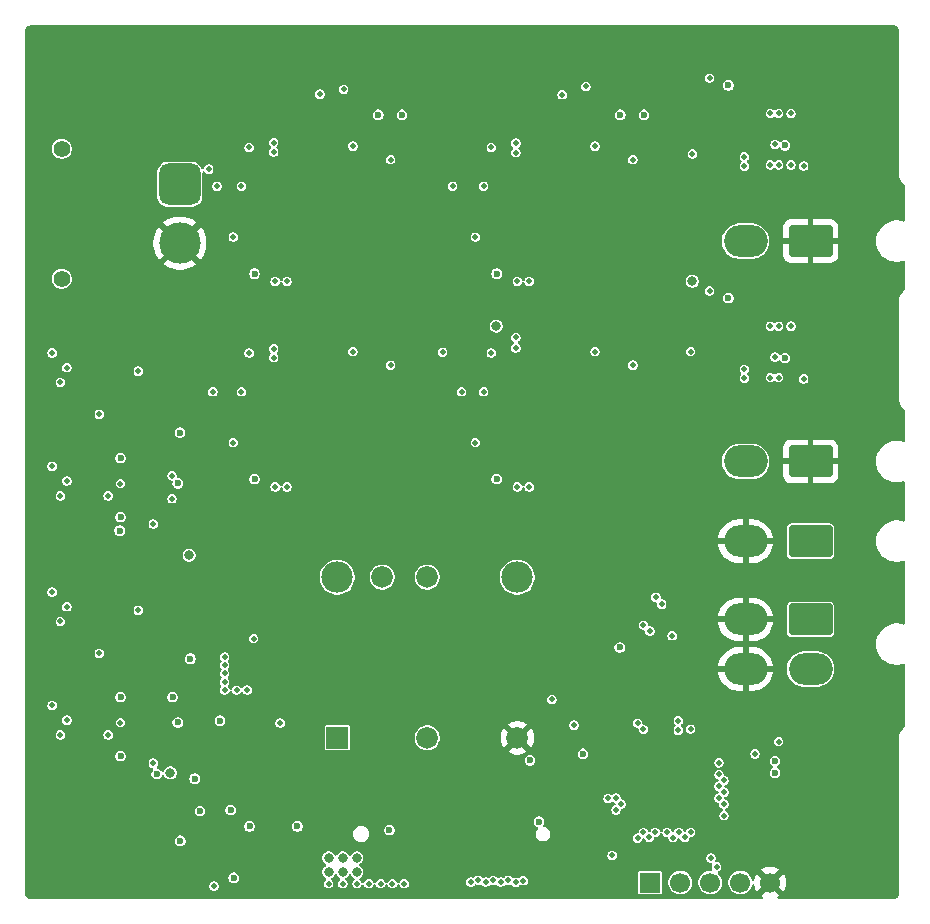
<source format=gbr>
%TF.GenerationSoftware,KiCad,Pcbnew,9.0.6*%
%TF.CreationDate,2026-01-08T13:40:23-08:00*%
%TF.ProjectId,vrb,7672622e-6b69-4636-9164-5f7063625858,rev?*%
%TF.SameCoordinates,Original*%
%TF.FileFunction,Copper,L5,Inr*%
%TF.FilePolarity,Positive*%
%FSLAX46Y46*%
G04 Gerber Fmt 4.6, Leading zero omitted, Abs format (unit mm)*
G04 Created by KiCad (PCBNEW 9.0.6) date 2026-01-08 13:40:23*
%MOMM*%
%LPD*%
G01*
G04 APERTURE LIST*
G04 Aperture macros list*
%AMRoundRect*
0 Rectangle with rounded corners*
0 $1 Rounding radius*
0 $2 $3 $4 $5 $6 $7 $8 $9 X,Y pos of 4 corners*
0 Add a 4 corners polygon primitive as box body*
4,1,4,$2,$3,$4,$5,$6,$7,$8,$9,$2,$3,0*
0 Add four circle primitives for the rounded corners*
1,1,$1+$1,$2,$3*
1,1,$1+$1,$4,$5*
1,1,$1+$1,$6,$7*
1,1,$1+$1,$8,$9*
0 Add four rect primitives between the rounded corners*
20,1,$1+$1,$2,$3,$4,$5,0*
20,1,$1+$1,$4,$5,$6,$7,0*
20,1,$1+$1,$6,$7,$8,$9,0*
20,1,$1+$1,$8,$9,$2,$3,0*%
G04 Aperture macros list end*
%TA.AperFunction,ComponentPad*%
%ADD10C,2.655000*%
%TD*%
%TA.AperFunction,ComponentPad*%
%ADD11C,1.830000*%
%TD*%
%TA.AperFunction,ComponentPad*%
%ADD12R,1.830000X1.830000*%
%TD*%
%TA.AperFunction,ComponentPad*%
%ADD13O,3.700000X2.700000*%
%TD*%
%TA.AperFunction,ComponentPad*%
%ADD14RoundRect,0.250001X-1.599999X1.099999X-1.599999X-1.099999X1.599999X-1.099999X1.599999X1.099999X0*%
%TD*%
%TA.AperFunction,ComponentPad*%
%ADD15C,0.800000*%
%TD*%
%TA.AperFunction,ComponentPad*%
%ADD16C,6.400000*%
%TD*%
%TA.AperFunction,ComponentPad*%
%ADD17R,1.700000X1.700000*%
%TD*%
%TA.AperFunction,ComponentPad*%
%ADD18C,1.700000*%
%TD*%
%TA.AperFunction,ComponentPad*%
%ADD19C,1.400000*%
%TD*%
%TA.AperFunction,ComponentPad*%
%ADD20RoundRect,0.770000X0.980000X-0.980000X0.980000X0.980000X-0.980000X0.980000X-0.980000X-0.980000X0*%
%TD*%
%TA.AperFunction,ComponentPad*%
%ADD21C,3.500000*%
%TD*%
%TA.AperFunction,ViaPad*%
%ADD22C,0.600000*%
%TD*%
%TA.AperFunction,ViaPad*%
%ADD23C,0.500000*%
%TD*%
%TA.AperFunction,ViaPad*%
%ADD24C,0.800000*%
%TD*%
G04 APERTURE END LIST*
D10*
%TO.N,/Compute Module Domain/ISENSE+*%
%TO.C,U12*%
X99931474Y-107250000D03*
D11*
X103741474Y-107250000D03*
%TO.N,Net-(U12-TRIM)*%
X107551474Y-107250000D03*
D10*
%TO.N,Net-(U12-VOUT-)*%
X115171474Y-107250000D03*
D11*
%TO.N,GND*%
X115171474Y-120850000D03*
%TO.N,/CM_EN*%
X107551474Y-120850000D03*
D12*
%TO.N,+BATT*%
X99931474Y-120850000D03*
%TD*%
D13*
%TO.N,/Telemetry Radio/VOUT*%
%TO.C,J3*%
X134500000Y-97450000D03*
D14*
%TO.N,GND*%
X140000000Y-97450000D03*
%TD*%
%TO.N,/RADAR_VOUT*%
%TO.C,J13*%
X140000000Y-104200000D03*
D13*
%TO.N,GND*%
X134500000Y-104200000D03*
%TD*%
D14*
%TO.N,/CM_VOUT*%
%TO.C,J10*%
X140000000Y-110819758D03*
D13*
X140000000Y-115019758D03*
%TO.N,GND*%
X134500000Y-110819758D03*
X134500000Y-115019758D03*
%TD*%
%TO.N,/RC Radio/VOUT*%
%TO.C,J4*%
X134500000Y-78800000D03*
D14*
%TO.N,GND*%
X140000000Y-78800000D03*
%TD*%
D15*
%TO.N,GND*%
%TO.C,H3*%
X140600000Y-130000000D03*
X141302944Y-128302944D03*
X141302944Y-131697056D03*
X143000000Y-127600000D03*
D16*
X143000000Y-130000000D03*
D15*
X143000000Y-132400000D03*
X144697056Y-128302944D03*
X144697056Y-131697056D03*
X145400000Y-130000000D03*
%TD*%
%TO.N,GND*%
%TO.C,H1*%
X75600000Y-65000000D03*
X76302944Y-63302944D03*
X76302944Y-66697056D03*
X78000000Y-62600000D03*
D16*
X78000000Y-65000000D03*
D15*
X78000000Y-67400000D03*
X79697056Y-63302944D03*
X79697056Y-66697056D03*
X80400000Y-65000000D03*
%TD*%
D17*
%TO.N,+3V3*%
%TO.C,J8*%
X126420000Y-133100000D03*
D18*
%TO.N,/USART1_TX_DEBUG*%
X128960000Y-133100000D03*
%TO.N,/SWDIO*%
X131500000Y-133100000D03*
%TO.N,/SWCLK*%
X134040000Y-133100000D03*
%TO.N,GND*%
X136580000Y-133100000D03*
%TD*%
D15*
%TO.N,GND*%
%TO.C,H2*%
X140600000Y-65000000D03*
X141302944Y-63302944D03*
X141302944Y-66697056D03*
X143000000Y-62600000D03*
D16*
X143000000Y-65000000D03*
D15*
X143000000Y-67400000D03*
X144697056Y-63302944D03*
X144697056Y-66697056D03*
X145400000Y-65000000D03*
%TD*%
D19*
%TO.N,*%
%TO.C,J11*%
X76600000Y-81976750D03*
X76600000Y-70976750D03*
D20*
%TO.N,+BATT*%
X86600000Y-73976750D03*
D21*
%TO.N,GND*%
X86600000Y-78976750D03*
%TD*%
D15*
%TO.N,GND*%
%TO.C,H4*%
X75600000Y-130000000D03*
X76302944Y-128302944D03*
X76302944Y-131697056D03*
X78000000Y-127600000D03*
D16*
X78000000Y-130000000D03*
D15*
X78000000Y-132400000D03*
X79697056Y-128302944D03*
X79697056Y-131697056D03*
X80400000Y-130000000D03*
%TD*%
D22*
%TO.N,GND*%
X127301000Y-107200000D03*
X134600000Y-92625000D03*
X134400000Y-83850000D03*
X135800000Y-83450000D03*
X138825000Y-89670000D03*
X132450000Y-92625000D03*
X138825000Y-87645000D03*
X137549277Y-92209964D03*
X136550000Y-92625000D03*
X131650000Y-89750000D03*
%TO.N,+3V3*%
X133050000Y-83620000D03*
D23*
%TO.N,/RADIO_VOUT*%
X137300000Y-86000000D03*
X136600000Y-86000000D03*
X138350000Y-86000000D03*
D22*
X137850000Y-88700000D03*
D23*
%TO.N,/RADAR_VOUT*%
X136600000Y-90350000D03*
X137300000Y-90350000D03*
%TO.N,/Telemetry Radio/VOUT*%
X134400000Y-90400000D03*
X134400000Y-89650000D03*
%TO.N,/TELEM_STATUS*%
X131450000Y-83000000D03*
%TO.N,/Telemetry Radio/OV2*%
X136997118Y-88613234D03*
X139425000Y-90450000D03*
D22*
%TO.N,GND*%
X91125000Y-98950000D03*
X98000000Y-132200000D03*
D23*
X97375000Y-82200000D03*
D24*
X94400000Y-66000000D03*
D22*
X79380000Y-92006000D03*
D23*
X117875000Y-82200000D03*
D22*
X104225000Y-90100000D03*
X76686842Y-123686000D03*
X120755000Y-88150000D03*
D24*
X108400000Y-122600000D03*
X107000000Y-122600000D03*
D22*
X76686842Y-106650000D03*
D23*
X118975000Y-99600000D03*
D24*
X102200000Y-126200000D03*
D22*
X93400000Y-121850000D03*
X93100000Y-110750000D03*
X127850000Y-119300000D03*
X92770000Y-74150000D03*
X91125000Y-81550000D03*
D24*
X102200000Y-127200000D03*
D23*
X79986842Y-118236000D03*
D24*
X102800000Y-122600000D03*
D22*
X79380000Y-121850000D03*
X134400000Y-65837500D03*
D23*
X117875000Y-99600000D03*
D22*
X128450000Y-114500000D03*
X83780000Y-98106000D03*
X81180000Y-90556000D03*
X125050000Y-113200000D03*
X85950000Y-127850000D03*
D24*
X100800000Y-127200000D03*
D23*
X98475000Y-82200000D03*
D24*
X104200000Y-122600000D03*
D22*
X127550000Y-76300000D03*
D23*
X79337176Y-119900000D03*
D22*
X113270000Y-74150000D03*
D24*
X111200000Y-122600000D03*
D22*
X91125000Y-91900000D03*
X74986842Y-92942000D03*
X92770000Y-91550000D03*
X102750000Y-131500000D03*
X113270000Y-91550000D03*
X128777834Y-117075000D03*
X121400000Y-76300000D03*
X103400000Y-128650000D03*
D24*
X116100000Y-65400000D03*
D22*
X111625000Y-74500000D03*
X85980000Y-122400000D03*
X118462500Y-132950000D03*
D24*
X114000000Y-122600000D03*
D22*
X124725000Y-72700000D03*
X81180000Y-110800000D03*
X95076474Y-118650000D03*
D24*
X99400000Y-127200000D03*
D22*
X134600000Y-74612500D03*
X111625000Y-98950000D03*
X129250000Y-114600000D03*
X128000000Y-112900000D03*
D24*
X96600000Y-66000000D03*
D22*
X81280000Y-114100000D03*
X110900000Y-89875000D03*
X85980000Y-102156000D03*
X123300000Y-116000000D03*
X74986842Y-113186000D03*
X92500000Y-129900000D03*
X127550000Y-93700000D03*
X87500000Y-131950000D03*
X100800000Y-76300000D03*
X81280000Y-93856000D03*
X96400000Y-129300000D03*
D24*
X109800000Y-122600000D03*
D22*
X121400000Y-93700000D03*
X104225000Y-72700000D03*
X137549277Y-74197464D03*
D23*
X92125000Y-63650000D03*
X79986842Y-97992000D03*
D22*
X120755000Y-70750000D03*
X90000000Y-121800000D03*
D24*
X89400000Y-63100000D03*
D23*
X97375000Y-99600000D03*
D22*
X91125000Y-74500000D03*
X130100000Y-117100000D03*
X83180000Y-116750000D03*
X135800000Y-65437500D03*
D23*
X118975000Y-82200000D03*
D22*
X107000000Y-76300000D03*
X94500000Y-112350000D03*
D24*
X117200000Y-66000000D03*
D22*
X76686842Y-86406000D03*
X93100000Y-107100000D03*
D23*
X98475000Y-99600000D03*
D22*
X79380000Y-112250000D03*
X111625000Y-91900000D03*
X90400000Y-72100000D03*
X83780000Y-118350000D03*
X120082174Y-116198290D03*
X90775000Y-131800000D03*
X105900000Y-129100000D03*
X124725000Y-90100000D03*
X97750000Y-127050000D03*
D24*
X112600000Y-122600000D03*
D22*
X83780000Y-101156000D03*
D24*
X99400000Y-126200000D03*
D22*
X76686842Y-103442000D03*
X136550000Y-74612500D03*
X84380000Y-116750000D03*
X138825000Y-69632500D03*
D24*
X95500000Y-65400000D03*
D22*
X90377298Y-89677298D03*
X89785000Y-126900000D03*
D24*
X105600000Y-122600000D03*
D23*
X79337176Y-99656000D03*
D22*
X107050000Y-93700000D03*
X74986842Y-96842000D03*
X132450000Y-74612500D03*
D24*
X115000000Y-66000000D03*
X109700000Y-62700000D03*
D22*
X111625000Y-81550000D03*
X74986842Y-117086000D03*
X100255000Y-88150000D03*
X84160000Y-108598254D03*
X100900000Y-93700000D03*
X100255000Y-70750000D03*
X79380000Y-101606000D03*
X131650000Y-71737500D03*
X140000000Y-121900000D03*
X126650000Y-116700000D03*
X110900000Y-72100000D03*
X84160000Y-88354254D03*
D24*
X100800000Y-126200000D03*
D22*
X138825000Y-71657500D03*
X120100000Y-110600000D03*
D23*
X127325000Y-63650000D03*
X106825000Y-63650000D03*
X112625000Y-63650000D03*
D22*
X83180000Y-96506000D03*
X83780000Y-121400000D03*
X84380000Y-96506000D03*
%TO.N,VBUS1*%
X87500000Y-114150000D03*
D24*
X87400000Y-105400000D03*
D22*
X90900000Y-126950000D03*
D24*
X85800000Y-123825000D03*
D22*
X88300000Y-127050000D03*
X91150000Y-132700000D03*
D23*
%TO.N,+3V3*%
X112970000Y-88262500D03*
D22*
X117000000Y-127950000D03*
D23*
X128800000Y-120200000D03*
D22*
X113425000Y-98950000D03*
D23*
X92470000Y-70862500D03*
D24*
X113400000Y-86000000D03*
D22*
X137000000Y-122800000D03*
X92500000Y-128350000D03*
X81580000Y-102156000D03*
X86600000Y-95000000D03*
X133050000Y-65607500D03*
D23*
X128800000Y-119400000D03*
D22*
X113425000Y-81550000D03*
X120750000Y-122200000D03*
X137000000Y-123800000D03*
D24*
X130000000Y-82200000D03*
D22*
X81580000Y-97156000D03*
X116250000Y-122750000D03*
X92925000Y-81550000D03*
D23*
X112970000Y-70862500D03*
D22*
X104350000Y-128650000D03*
X123850000Y-113200000D03*
X92925000Y-98950000D03*
X96550000Y-128350000D03*
D23*
X92470000Y-88262500D03*
D22*
X90000000Y-119400000D03*
X81580000Y-117400000D03*
X81580000Y-122400000D03*
%TO.N,+5V*%
X86430000Y-119550000D03*
X85980000Y-117400000D03*
X81500000Y-103300000D03*
X84650000Y-123900000D03*
X86430000Y-99306000D03*
D23*
%TO.N,+BATT*%
X101600000Y-133200000D03*
X95675000Y-99600000D03*
X94675000Y-82200000D03*
X116175000Y-82200000D03*
X105600000Y-133200000D03*
D24*
X100400000Y-131000000D03*
D23*
X115175000Y-82200000D03*
D24*
X99200000Y-132200000D03*
D23*
X102600000Y-133200000D03*
X116175000Y-99600000D03*
X94675000Y-99600000D03*
X115175000Y-99600000D03*
X95675000Y-82200000D03*
D24*
X101600000Y-132200000D03*
D23*
X99200000Y-133200000D03*
D24*
X101600000Y-131000000D03*
D23*
X103600000Y-133200000D03*
X104600000Y-133200000D03*
D24*
X100400000Y-132200000D03*
D23*
X100400000Y-133200000D03*
D24*
X99200000Y-131000000D03*
D23*
%TO.N,/FMU1_VOUT*%
X94550000Y-70450000D03*
D22*
X105400000Y-68100000D03*
D23*
X94550000Y-71250000D03*
D22*
X103400000Y-68100000D03*
%TO.N,/FMU2_VOUT*%
X123900000Y-68100000D03*
D23*
X136600000Y-67987500D03*
X138350000Y-67987500D03*
D22*
X125900000Y-68100000D03*
D23*
X137300000Y-67987500D03*
X115050000Y-71300000D03*
D22*
X137850000Y-70687500D03*
D23*
X115050000Y-70500000D03*
%TO.N,/RADIO_VOUT*%
X115050000Y-87850000D03*
X115050000Y-86950000D03*
X136600000Y-72337500D03*
X138350000Y-72337500D03*
X137300000Y-72337500D03*
%TO.N,/RADAR_VOUT*%
X94550000Y-88650000D03*
X94550000Y-87900000D03*
%TO.N,/CM_VOUT*%
X90400000Y-115400000D03*
X90400000Y-114700000D03*
X90400000Y-116800000D03*
X91400000Y-116800000D03*
X90400000Y-114000000D03*
X92300000Y-116800000D03*
X90400000Y-116100000D03*
%TO.N,/CAN2_STATUS*%
X79780000Y-113700000D03*
X132250000Y-123950000D03*
%TO.N,/FMU1_STATUS*%
X128850000Y-128850000D03*
X104450000Y-71900000D03*
%TO.N,/FMU2_STATUS*%
X124950000Y-71900000D03*
X129850000Y-128850000D03*
%TO.N,/RADIO_STATUS*%
X129850000Y-120100000D03*
X124950000Y-89300000D03*
%TO.N,/RADAR_STATUS*%
X128282974Y-112205428D03*
X104450000Y-89300000D03*
%TO.N,/CAN1_STATUS*%
X79780000Y-93456000D03*
X125850000Y-128850000D03*
%TO.N,/CM_STATUS*%
X122850000Y-125975000D03*
X118100000Y-117600000D03*
%TO.N,/CANFD 2 (Redundant)/FDCAN_P*%
X77030000Y-109750000D03*
X77030000Y-119350000D03*
%TO.N,/CANFD 2 (Redundant)/FDCAN_N*%
X76480000Y-111000000D03*
X76480000Y-120600000D03*
X80536842Y-120600000D03*
X81572842Y-119562500D03*
D22*
%TO.N,VBUS2*%
X86650000Y-129570000D03*
X87850000Y-124300000D03*
D23*
%TO.N,/CANFD 1 (Primary)/FDCAN_P*%
X77030000Y-99106000D03*
X77030000Y-89506000D03*
%TO.N,/CANFD 1 (Primary)/FDCAN_N*%
X81572842Y-99318500D03*
X80536842Y-100356000D03*
X76480000Y-100356000D03*
X76480000Y-90756000D03*
%TO.N,/CAN2_SILENT*%
X132678030Y-127439176D03*
X84350000Y-122994000D03*
%TO.N,/CAN2_TERM*%
X132250000Y-122950000D03*
X83080000Y-110050000D03*
%TO.N,/FMU1_VSENSE*%
X89050000Y-72700000D03*
X101250000Y-70750000D03*
%TO.N,/FMU1_EN*%
X128350000Y-129300000D03*
X91125000Y-78450000D03*
%TO.N,/FMU2_VSENSE*%
X125850001Y-120134666D03*
X130000000Y-71400000D03*
X121750000Y-70750000D03*
X126400000Y-111800000D03*
%TO.N,/FMU2_EN*%
X111625000Y-78450000D03*
X129350001Y-129265334D03*
%TO.N,/RADIO_VSENSE*%
X125850000Y-111300000D03*
X121750000Y-88150000D03*
X125350000Y-119600000D03*
X129850000Y-88150000D03*
%TO.N,/RADIO_EN*%
X127850000Y-128850000D03*
X111625000Y-95850000D03*
%TO.N,/RADAR_VSENSE*%
X108850000Y-88200000D03*
X101250000Y-88150000D03*
%TO.N,/RADAR_EN*%
X91125000Y-95850000D03*
X126850000Y-128850000D03*
%TO.N,/CAN1_SILENT*%
X84350000Y-102750000D03*
X125350000Y-129350000D03*
%TO.N,/CM_VSENSE*%
X92850000Y-112450000D03*
X123534665Y-126950001D03*
%TO.N,/CAN1_TERM*%
X83080000Y-89806000D03*
X126350001Y-129265335D03*
%TO.N,/CM_EN*%
X119976474Y-119775000D03*
X123534666Y-125949999D03*
%TO.N,/CANFD 2 (Redundant)/VIN*%
X75786842Y-118100000D03*
X75786842Y-108500000D03*
%TO.N,/IESC1*%
X111244405Y-133057649D03*
%TO.N,/FMU1_ISENSE*%
X91820000Y-74150000D03*
X89750000Y-74150000D03*
%TO.N,/FMU2_ISENSE*%
X112320000Y-74150000D03*
X109700000Y-74150000D03*
%TO.N,/RADIO_ISENSE*%
X110450000Y-91550000D03*
X112320000Y-91550000D03*
%TO.N,/RADAR_ISENSE*%
X89400000Y-91550000D03*
X91820000Y-91550000D03*
%TO.N,/FDCAN1_RX*%
X85930000Y-98656000D03*
X127401000Y-109531310D03*
%TO.N,/FDCAN1_TX*%
X85930000Y-100606000D03*
X126900000Y-108950000D03*
%TO.N,/CM_ISENSE*%
X123950000Y-126450000D03*
X95100000Y-119600000D03*
%TO.N,/RC Radio/VOUT*%
X134396250Y-72446250D03*
X134400000Y-71650000D03*
%TO.N,/I2C3_SCL_SMBUS*%
X132250000Y-124950000D03*
X123200000Y-130800000D03*
X120975000Y-65700000D03*
X100475000Y-65950000D03*
%TO.N,/I2C3_SDA_SMBUS*%
X132665335Y-124449999D03*
X131575001Y-131021015D03*
X98450000Y-66350000D03*
X135300000Y-122200000D03*
X118975000Y-66400000D03*
%TO.N,/TELEM_STATUS*%
X132250000Y-125950000D03*
%TO.N,/RC_STATUS*%
X132665334Y-125450001D03*
X131450000Y-64987500D03*
%TO.N,/RC Radio/OV2*%
X136997118Y-70600734D03*
X139425000Y-72437500D03*
%TO.N,/USART1_TX_DEBUG*%
X132050000Y-131775000D03*
X137300000Y-121175000D03*
%TO.N,/CANFD 1 (Primary)/VIN*%
X75786842Y-88256000D03*
X75786842Y-97856000D03*
%TO.N,/RESV0*%
X114414737Y-132909692D03*
%TO.N,/IESC3*%
X112509435Y-133053295D03*
%TO.N,/RESV1*%
X115044730Y-133069728D03*
%TO.N,/IESC4*%
X113145343Y-132918671D03*
%TO.N,/IPAYLOAD*%
X113781031Y-133054330D03*
%TO.N,/RESV2*%
X115683610Y-132950000D03*
%TO.N,/IESC2*%
X111875000Y-132900000D03*
%TO.N,/REG_STATUS*%
X132665335Y-126449999D03*
X89500000Y-133400000D03*
%TD*%
%TA.AperFunction,Conductor*%
%TO.N,GND*%
G36*
X147006922Y-60501280D02*
G01*
X147097266Y-60511459D01*
X147124331Y-60517636D01*
X147203540Y-60545352D01*
X147228553Y-60557398D01*
X147299606Y-60602043D01*
X147321313Y-60619355D01*
X147380644Y-60678686D01*
X147397957Y-60700395D01*
X147442600Y-60771444D01*
X147454648Y-60796462D01*
X147482362Y-60875666D01*
X147488540Y-60902735D01*
X147498720Y-60993076D01*
X147499500Y-61006961D01*
X147499500Y-73107317D01*
X147530044Y-73319764D01*
X147530047Y-73319774D01*
X147590517Y-73525715D01*
X147679672Y-73720938D01*
X147679679Y-73720951D01*
X147734860Y-73806814D01*
X147795719Y-73901513D01*
X147936276Y-74063724D01*
X147957202Y-74081857D01*
X147994977Y-74140634D01*
X148000000Y-74175570D01*
X148000000Y-77013713D01*
X147980315Y-77080752D01*
X147927511Y-77126507D01*
X147858353Y-77136451D01*
X147843907Y-77133488D01*
X147746270Y-77107327D01*
X147642238Y-77079452D01*
X147604215Y-77074446D01*
X147414741Y-77049500D01*
X147414734Y-77049500D01*
X147185266Y-77049500D01*
X147185258Y-77049500D01*
X146968715Y-77078009D01*
X146957762Y-77079452D01*
X146873894Y-77101924D01*
X146736112Y-77138842D01*
X146524123Y-77226650D01*
X146524109Y-77226657D01*
X146325382Y-77341392D01*
X146143338Y-77481081D01*
X145981081Y-77643338D01*
X145841392Y-77825382D01*
X145726657Y-78024109D01*
X145726650Y-78024123D01*
X145638842Y-78236112D01*
X145622953Y-78295413D01*
X145581899Y-78448632D01*
X145579453Y-78457759D01*
X145579451Y-78457770D01*
X145549500Y-78685258D01*
X145549500Y-78914741D01*
X145567308Y-79050000D01*
X145579452Y-79142238D01*
X145629844Y-79330304D01*
X145638842Y-79363887D01*
X145726650Y-79575876D01*
X145726657Y-79575890D01*
X145841392Y-79774617D01*
X145981081Y-79956661D01*
X145981089Y-79956670D01*
X146143330Y-80118911D01*
X146143338Y-80118918D01*
X146325382Y-80258607D01*
X146325385Y-80258608D01*
X146325388Y-80258611D01*
X146524112Y-80373344D01*
X146524117Y-80373346D01*
X146524123Y-80373349D01*
X146615480Y-80411190D01*
X146736113Y-80461158D01*
X146957762Y-80520548D01*
X147185266Y-80550500D01*
X147185273Y-80550500D01*
X147414727Y-80550500D01*
X147414734Y-80550500D01*
X147642238Y-80520548D01*
X147843908Y-80466511D01*
X147913757Y-80468174D01*
X147971619Y-80507337D01*
X147999123Y-80571565D01*
X148000000Y-80586286D01*
X148000000Y-82824430D01*
X147980315Y-82891469D01*
X147957204Y-82918142D01*
X147936273Y-82936279D01*
X147795720Y-83098485D01*
X147679679Y-83279048D01*
X147679672Y-83279061D01*
X147590517Y-83474284D01*
X147530047Y-83680225D01*
X147530044Y-83680235D01*
X147499500Y-83892682D01*
X147499500Y-92107317D01*
X147530044Y-92319764D01*
X147530047Y-92319774D01*
X147590517Y-92525715D01*
X147679672Y-92720938D01*
X147679679Y-92720951D01*
X147734860Y-92806814D01*
X147795719Y-92901513D01*
X147936276Y-93063724D01*
X147957202Y-93081857D01*
X147994977Y-93140634D01*
X148000000Y-93175570D01*
X148000000Y-95663713D01*
X147980315Y-95730752D01*
X147927511Y-95776507D01*
X147858353Y-95786451D01*
X147843907Y-95783488D01*
X147746270Y-95757327D01*
X147642238Y-95729452D01*
X147604215Y-95724446D01*
X147414741Y-95699500D01*
X147414734Y-95699500D01*
X147185266Y-95699500D01*
X147185258Y-95699500D01*
X146968715Y-95728009D01*
X146957762Y-95729452D01*
X146864076Y-95754554D01*
X146736112Y-95788842D01*
X146524123Y-95876650D01*
X146524109Y-95876657D01*
X146325382Y-95991392D01*
X146143338Y-96131081D01*
X145981081Y-96293338D01*
X145841392Y-96475382D01*
X145726657Y-96674109D01*
X145726650Y-96674123D01*
X145641629Y-96879384D01*
X145638842Y-96886113D01*
X145581899Y-97098632D01*
X145579453Y-97107759D01*
X145579451Y-97107770D01*
X145549500Y-97335258D01*
X145549500Y-97564741D01*
X145567308Y-97700000D01*
X145579452Y-97792238D01*
X145601979Y-97876310D01*
X145638842Y-98013887D01*
X145726650Y-98225876D01*
X145726657Y-98225890D01*
X145841392Y-98424617D01*
X145981081Y-98606661D01*
X145981089Y-98606670D01*
X146143330Y-98768911D01*
X146143338Y-98768918D01*
X146325382Y-98908607D01*
X146325385Y-98908608D01*
X146325388Y-98908611D01*
X146524112Y-99023344D01*
X146524117Y-99023346D01*
X146524123Y-99023349D01*
X146604157Y-99056500D01*
X146736113Y-99111158D01*
X146957762Y-99170548D01*
X147185266Y-99200500D01*
X147185273Y-99200500D01*
X147414727Y-99200500D01*
X147414734Y-99200500D01*
X147642238Y-99170548D01*
X147843908Y-99116511D01*
X147913757Y-99118174D01*
X147971619Y-99157337D01*
X147999123Y-99221565D01*
X148000000Y-99236286D01*
X148000000Y-102413713D01*
X147980315Y-102480752D01*
X147927511Y-102526507D01*
X147858353Y-102536451D01*
X147843907Y-102533488D01*
X147734178Y-102504087D01*
X147642238Y-102479452D01*
X147604215Y-102474446D01*
X147414741Y-102449500D01*
X147414734Y-102449500D01*
X147185266Y-102449500D01*
X147185258Y-102449500D01*
X146968715Y-102478009D01*
X146957762Y-102479452D01*
X146865829Y-102504085D01*
X146736112Y-102538842D01*
X146524123Y-102626650D01*
X146524109Y-102626657D01*
X146325382Y-102741392D01*
X146143338Y-102881081D01*
X145981081Y-103043338D01*
X145841392Y-103225382D01*
X145726657Y-103424109D01*
X145726650Y-103424123D01*
X145638842Y-103636112D01*
X145579453Y-103857759D01*
X145579451Y-103857770D01*
X145549500Y-104085258D01*
X145549500Y-104314741D01*
X145567308Y-104450000D01*
X145579452Y-104542238D01*
X145601979Y-104626310D01*
X145638842Y-104763887D01*
X145726650Y-104975876D01*
X145726657Y-104975890D01*
X145841392Y-105174617D01*
X145981081Y-105356661D01*
X145981089Y-105356670D01*
X146143330Y-105518911D01*
X146143338Y-105518918D01*
X146143339Y-105518919D01*
X146168653Y-105538343D01*
X146325382Y-105658607D01*
X146325385Y-105658608D01*
X146325388Y-105658611D01*
X146524112Y-105773344D01*
X146524117Y-105773346D01*
X146524123Y-105773349D01*
X146608730Y-105808394D01*
X146736113Y-105861158D01*
X146957762Y-105920548D01*
X147185266Y-105950500D01*
X147185273Y-105950500D01*
X147414727Y-105950500D01*
X147414734Y-105950500D01*
X147642238Y-105920548D01*
X147843908Y-105866511D01*
X147913757Y-105868174D01*
X147971619Y-105907337D01*
X147999123Y-105971565D01*
X148000000Y-105986286D01*
X148000000Y-111133471D01*
X147980315Y-111200510D01*
X147927511Y-111246265D01*
X147858353Y-111256209D01*
X147843907Y-111253246D01*
X147746270Y-111227085D01*
X147642238Y-111199210D01*
X147604215Y-111194204D01*
X147414741Y-111169258D01*
X147414734Y-111169258D01*
X147185266Y-111169258D01*
X147185258Y-111169258D01*
X146968715Y-111197767D01*
X146957762Y-111199210D01*
X146864076Y-111224312D01*
X146736112Y-111258600D01*
X146524123Y-111346408D01*
X146524109Y-111346415D01*
X146325382Y-111461150D01*
X146143338Y-111600839D01*
X145981081Y-111763096D01*
X145841392Y-111945140D01*
X145726657Y-112143867D01*
X145726650Y-112143881D01*
X145638842Y-112355870D01*
X145637731Y-112360017D01*
X145579452Y-112577520D01*
X145579305Y-112578634D01*
X145549500Y-112805016D01*
X145549500Y-113034499D01*
X145571476Y-113201411D01*
X145579452Y-113261996D01*
X145630922Y-113454085D01*
X145638842Y-113483645D01*
X145726650Y-113695634D01*
X145726656Y-113695646D01*
X145829274Y-113873387D01*
X145841392Y-113894375D01*
X145981081Y-114076419D01*
X145981089Y-114076428D01*
X146143330Y-114238669D01*
X146143338Y-114238676D01*
X146143339Y-114238677D01*
X146174150Y-114262319D01*
X146325382Y-114378365D01*
X146325385Y-114378366D01*
X146325388Y-114378369D01*
X146524112Y-114493102D01*
X146524117Y-114493104D01*
X146524123Y-114493107D01*
X146615480Y-114530948D01*
X146736113Y-114580916D01*
X146957762Y-114640306D01*
X147185266Y-114670258D01*
X147185273Y-114670258D01*
X147414727Y-114670258D01*
X147414734Y-114670258D01*
X147642238Y-114640306D01*
X147843908Y-114586269D01*
X147913757Y-114587932D01*
X147971619Y-114627095D01*
X147999123Y-114691323D01*
X148000000Y-114706044D01*
X148000000Y-119824430D01*
X147980315Y-119891469D01*
X147957204Y-119918140D01*
X147943994Y-119929589D01*
X147936273Y-119936279D01*
X147795720Y-120098485D01*
X147679679Y-120279048D01*
X147679672Y-120279061D01*
X147590517Y-120474284D01*
X147530047Y-120680225D01*
X147530044Y-120680235D01*
X147499500Y-120892682D01*
X147499500Y-133993038D01*
X147498720Y-134006922D01*
X147498720Y-134006923D01*
X147488540Y-134097264D01*
X147482362Y-134124333D01*
X147454648Y-134203537D01*
X147442600Y-134228555D01*
X147397957Y-134299604D01*
X147380644Y-134321313D01*
X147321313Y-134380644D01*
X147299604Y-134397957D01*
X147228555Y-134442600D01*
X147203537Y-134454648D01*
X147124333Y-134482362D01*
X147097264Y-134488540D01*
X147017075Y-134497576D01*
X147006921Y-134498720D01*
X146993038Y-134499500D01*
X137323453Y-134499500D01*
X137256414Y-134479815D01*
X137210659Y-134427011D01*
X137200715Y-134357853D01*
X137229740Y-134294297D01*
X137267159Y-134265015D01*
X137287552Y-134254624D01*
X137341716Y-134215270D01*
X137341717Y-134215270D01*
X136709408Y-133582962D01*
X136772993Y-133565925D01*
X136887007Y-133500099D01*
X136980099Y-133407007D01*
X137045925Y-133292993D01*
X137062962Y-133229408D01*
X137695270Y-133861717D01*
X137695270Y-133861716D01*
X137734622Y-133807554D01*
X137831095Y-133618217D01*
X137896757Y-133416130D01*
X137896757Y-133416127D01*
X137930000Y-133206246D01*
X137930000Y-132993753D01*
X137896757Y-132783872D01*
X137896757Y-132783869D01*
X137831095Y-132581782D01*
X137734624Y-132392449D01*
X137695270Y-132338282D01*
X137695269Y-132338282D01*
X137062962Y-132970590D01*
X137045925Y-132907007D01*
X136980099Y-132792993D01*
X136887007Y-132699901D01*
X136772993Y-132634075D01*
X136709409Y-132617037D01*
X137341716Y-131984728D01*
X137287550Y-131945375D01*
X137098217Y-131848904D01*
X136896129Y-131783242D01*
X136686246Y-131750000D01*
X136473754Y-131750000D01*
X136263872Y-131783242D01*
X136263869Y-131783242D01*
X136061782Y-131848904D01*
X135872439Y-131945380D01*
X135818282Y-131984727D01*
X135818282Y-131984728D01*
X136450591Y-132617037D01*
X136387007Y-132634075D01*
X136272993Y-132699901D01*
X136179901Y-132792993D01*
X136114075Y-132907007D01*
X136097037Y-132970591D01*
X135464728Y-132338282D01*
X135464727Y-132338282D01*
X135425380Y-132392439D01*
X135328904Y-132581782D01*
X135263242Y-132783869D01*
X135263242Y-132783870D01*
X135253942Y-132842589D01*
X135224012Y-132905723D01*
X135164700Y-132942654D01*
X135094838Y-132941656D01*
X135036605Y-132903046D01*
X135009852Y-132847381D01*
X135002052Y-132808172D01*
X135002052Y-132808170D01*
X135002051Y-132808165D01*
X134989835Y-132778672D01*
X134926635Y-132626092D01*
X134926628Y-132626079D01*
X134817139Y-132462218D01*
X134817136Y-132462214D01*
X134677785Y-132322863D01*
X134677781Y-132322860D01*
X134513920Y-132213371D01*
X134513907Y-132213364D01*
X134352596Y-132146548D01*
X134331839Y-132137950D01*
X134331829Y-132137947D01*
X134138543Y-132099500D01*
X134138541Y-132099500D01*
X133941459Y-132099500D01*
X133941457Y-132099500D01*
X133748170Y-132137947D01*
X133748160Y-132137950D01*
X133566092Y-132213364D01*
X133566079Y-132213371D01*
X133402218Y-132322860D01*
X133402214Y-132322863D01*
X133262863Y-132462214D01*
X133262860Y-132462218D01*
X133153371Y-132626079D01*
X133153364Y-132626092D01*
X133077950Y-132808160D01*
X133077947Y-132808170D01*
X133039500Y-133001456D01*
X133039500Y-133001459D01*
X133039500Y-133198541D01*
X133039500Y-133198543D01*
X133039499Y-133198543D01*
X133077947Y-133391829D01*
X133077950Y-133391839D01*
X133153364Y-133573907D01*
X133153371Y-133573920D01*
X133262860Y-133737781D01*
X133262863Y-133737785D01*
X133402214Y-133877136D01*
X133402218Y-133877139D01*
X133566079Y-133986628D01*
X133566092Y-133986635D01*
X133748160Y-134062049D01*
X133748165Y-134062051D01*
X133748169Y-134062051D01*
X133748170Y-134062052D01*
X133941456Y-134100500D01*
X133941459Y-134100500D01*
X134138543Y-134100500D01*
X134268582Y-134074632D01*
X134331835Y-134062051D01*
X134481641Y-134000000D01*
X134513907Y-133986635D01*
X134513907Y-133986634D01*
X134513914Y-133986632D01*
X134677782Y-133877139D01*
X134817139Y-133737782D01*
X134926632Y-133573914D01*
X135002051Y-133391835D01*
X135009852Y-133352615D01*
X135042236Y-133290707D01*
X135102952Y-133256133D01*
X135172721Y-133259872D01*
X135229394Y-133300738D01*
X135253942Y-133357411D01*
X135263242Y-133416127D01*
X135263242Y-133416130D01*
X135328904Y-133618217D01*
X135425375Y-133807550D01*
X135464728Y-133861716D01*
X136097037Y-133229408D01*
X136114075Y-133292993D01*
X136179901Y-133407007D01*
X136272993Y-133500099D01*
X136387007Y-133565925D01*
X136450590Y-133582962D01*
X135818282Y-134215269D01*
X135818282Y-134215270D01*
X135872452Y-134254626D01*
X135872451Y-134254626D01*
X135892841Y-134265015D01*
X135943638Y-134312989D01*
X135960433Y-134380810D01*
X135937896Y-134446945D01*
X135883181Y-134490397D01*
X135836547Y-134499500D01*
X74006962Y-134499500D01*
X73993078Y-134498720D01*
X73980553Y-134497308D01*
X73902735Y-134488540D01*
X73875666Y-134482362D01*
X73796462Y-134454648D01*
X73771444Y-134442600D01*
X73700395Y-134397957D01*
X73678686Y-134380644D01*
X73619355Y-134321313D01*
X73602042Y-134299604D01*
X73598707Y-134294297D01*
X73557398Y-134228553D01*
X73545351Y-134203537D01*
X73517637Y-134124333D01*
X73511459Y-134097263D01*
X73507491Y-134062049D01*
X73501280Y-134006922D01*
X73500500Y-133993038D01*
X73500500Y-133964822D01*
X125419499Y-133964822D01*
X125428231Y-134008717D01*
X125428232Y-134008721D01*
X125428233Y-134008722D01*
X125461496Y-134058504D01*
X125511278Y-134091767D01*
X125511281Y-134091767D01*
X125511282Y-134091768D01*
X125555177Y-134100500D01*
X125555180Y-134100500D01*
X127284822Y-134100500D01*
X127328717Y-134091768D01*
X127328717Y-134091767D01*
X127328722Y-134091767D01*
X127378504Y-134058504D01*
X127411767Y-134008722D01*
X127420500Y-133964820D01*
X127420500Y-133198543D01*
X127959499Y-133198543D01*
X127997947Y-133391829D01*
X127997950Y-133391839D01*
X128073364Y-133573907D01*
X128073371Y-133573920D01*
X128182860Y-133737781D01*
X128182863Y-133737785D01*
X128322214Y-133877136D01*
X128322218Y-133877139D01*
X128486079Y-133986628D01*
X128486092Y-133986635D01*
X128668160Y-134062049D01*
X128668165Y-134062051D01*
X128668169Y-134062051D01*
X128668170Y-134062052D01*
X128861456Y-134100500D01*
X128861459Y-134100500D01*
X129058543Y-134100500D01*
X129188582Y-134074632D01*
X129251835Y-134062051D01*
X129401641Y-134000000D01*
X129433907Y-133986635D01*
X129433907Y-133986634D01*
X129433914Y-133986632D01*
X129597782Y-133877139D01*
X129737139Y-133737782D01*
X129846632Y-133573914D01*
X129922051Y-133391835D01*
X129939610Y-133303562D01*
X129960500Y-133198543D01*
X130499499Y-133198543D01*
X130537947Y-133391829D01*
X130537950Y-133391839D01*
X130613364Y-133573907D01*
X130613371Y-133573920D01*
X130722860Y-133737781D01*
X130722863Y-133737785D01*
X130862214Y-133877136D01*
X130862218Y-133877139D01*
X131026079Y-133986628D01*
X131026092Y-133986635D01*
X131208160Y-134062049D01*
X131208165Y-134062051D01*
X131208169Y-134062051D01*
X131208170Y-134062052D01*
X131401456Y-134100500D01*
X131401459Y-134100500D01*
X131598543Y-134100500D01*
X131728582Y-134074632D01*
X131791835Y-134062051D01*
X131941641Y-134000000D01*
X131973907Y-133986635D01*
X131973907Y-133986634D01*
X131973914Y-133986632D01*
X132137782Y-133877139D01*
X132277139Y-133737782D01*
X132386632Y-133573914D01*
X132462051Y-133391835D01*
X132479610Y-133303562D01*
X132500500Y-133198543D01*
X132500500Y-133001456D01*
X132462052Y-132808170D01*
X132462051Y-132808169D01*
X132462051Y-132808165D01*
X132449835Y-132778672D01*
X132386635Y-132626092D01*
X132386628Y-132626079D01*
X132277139Y-132462218D01*
X132277136Y-132462214D01*
X132165074Y-132350152D01*
X132131589Y-132288829D01*
X132136573Y-132219137D01*
X132178445Y-132163204D01*
X132197572Y-132152312D01*
X132197548Y-132152271D01*
X132207460Y-132146548D01*
X132295913Y-132095480D01*
X132370480Y-132020913D01*
X132423207Y-131929587D01*
X132450500Y-131827727D01*
X132450500Y-131722273D01*
X132423207Y-131620413D01*
X132370480Y-131529087D01*
X132295913Y-131454520D01*
X132204587Y-131401793D01*
X132102727Y-131374500D01*
X132048148Y-131374500D01*
X131981109Y-131354815D01*
X131935354Y-131302011D01*
X131925410Y-131232853D01*
X131940762Y-131188499D01*
X131942014Y-131186331D01*
X131948208Y-131175602D01*
X131975501Y-131073742D01*
X131975501Y-130968288D01*
X131948208Y-130866428D01*
X131895481Y-130775102D01*
X131820914Y-130700535D01*
X131729588Y-130647808D01*
X131627728Y-130620515D01*
X131522274Y-130620515D01*
X131420414Y-130647808D01*
X131420411Y-130647809D01*
X131329086Y-130700536D01*
X131254522Y-130775100D01*
X131201795Y-130866425D01*
X131201794Y-130866428D01*
X131174501Y-130968288D01*
X131174501Y-131073742D01*
X131201794Y-131175602D01*
X131254521Y-131266928D01*
X131329088Y-131341495D01*
X131420414Y-131394222D01*
X131522274Y-131421515D01*
X131522276Y-131421515D01*
X131576853Y-131421515D01*
X131643892Y-131441200D01*
X131689647Y-131494004D01*
X131699591Y-131563162D01*
X131684239Y-131607516D01*
X131676795Y-131620408D01*
X131676793Y-131620413D01*
X131649500Y-131722273D01*
X131649500Y-131827727D01*
X131658679Y-131861985D01*
X131678897Y-131937438D01*
X131677214Y-131937888D01*
X131683622Y-131997524D01*
X131652344Y-132060002D01*
X131592252Y-132095650D01*
X131561594Y-132099500D01*
X131401457Y-132099500D01*
X131208170Y-132137947D01*
X131208160Y-132137950D01*
X131026092Y-132213364D01*
X131026079Y-132213371D01*
X130862218Y-132322860D01*
X130862214Y-132322863D01*
X130722863Y-132462214D01*
X130722860Y-132462218D01*
X130613371Y-132626079D01*
X130613364Y-132626092D01*
X130537950Y-132808160D01*
X130537947Y-132808170D01*
X130499500Y-133001456D01*
X130499500Y-133001459D01*
X130499500Y-133198541D01*
X130499500Y-133198543D01*
X130499499Y-133198543D01*
X129960500Y-133198543D01*
X129960500Y-133001456D01*
X129922052Y-132808170D01*
X129922051Y-132808169D01*
X129922051Y-132808165D01*
X129909835Y-132778672D01*
X129846635Y-132626092D01*
X129846628Y-132626079D01*
X129737139Y-132462218D01*
X129737136Y-132462214D01*
X129597785Y-132322863D01*
X129597781Y-132322860D01*
X129433920Y-132213371D01*
X129433907Y-132213364D01*
X129251839Y-132137950D01*
X129251829Y-132137947D01*
X129058543Y-132099500D01*
X129058541Y-132099500D01*
X128861459Y-132099500D01*
X128861457Y-132099500D01*
X128668170Y-132137947D01*
X128668160Y-132137950D01*
X128486092Y-132213364D01*
X128486079Y-132213371D01*
X128322218Y-132322860D01*
X128322214Y-132322863D01*
X128182863Y-132462214D01*
X128182860Y-132462218D01*
X128073371Y-132626079D01*
X128073364Y-132626092D01*
X127997950Y-132808160D01*
X127997947Y-132808170D01*
X127959500Y-133001456D01*
X127959500Y-133001459D01*
X127959500Y-133198541D01*
X127959500Y-133198543D01*
X127959499Y-133198543D01*
X127420500Y-133198543D01*
X127420500Y-132235180D01*
X127420500Y-132235177D01*
X127411768Y-132191282D01*
X127411767Y-132191281D01*
X127411767Y-132191278D01*
X127378504Y-132141496D01*
X127373197Y-132137950D01*
X127328724Y-132108234D01*
X127328717Y-132108231D01*
X127284822Y-132099500D01*
X127284820Y-132099500D01*
X125555180Y-132099500D01*
X125555178Y-132099500D01*
X125511282Y-132108231D01*
X125511275Y-132108234D01*
X125461496Y-132141495D01*
X125461495Y-132141496D01*
X125428234Y-132191275D01*
X125428231Y-132191282D01*
X125419500Y-132235177D01*
X125419500Y-132235180D01*
X125419500Y-133964820D01*
X125419500Y-133964822D01*
X125419499Y-133964822D01*
X73500500Y-133964822D01*
X73500500Y-133347273D01*
X89099500Y-133347273D01*
X89099500Y-133452727D01*
X89126793Y-133554587D01*
X89179520Y-133645913D01*
X89254087Y-133720480D01*
X89345413Y-133773207D01*
X89447273Y-133800500D01*
X89447275Y-133800500D01*
X89552725Y-133800500D01*
X89552727Y-133800500D01*
X89654587Y-133773207D01*
X89745913Y-133720480D01*
X89820480Y-133645913D01*
X89873207Y-133554587D01*
X89900500Y-133452727D01*
X89900500Y-133347273D01*
X89873207Y-133245413D01*
X89820480Y-133154087D01*
X89745913Y-133079520D01*
X89654587Y-133026793D01*
X89552727Y-132999500D01*
X89447273Y-132999500D01*
X89345413Y-133026793D01*
X89345410Y-133026794D01*
X89254085Y-133079521D01*
X89179521Y-133154085D01*
X89126794Y-133245410D01*
X89126793Y-133245413D01*
X89099500Y-133347273D01*
X73500500Y-133347273D01*
X73500500Y-132640691D01*
X90699500Y-132640691D01*
X90699500Y-132759309D01*
X90730201Y-132873886D01*
X90789511Y-132976613D01*
X90873387Y-133060489D01*
X90976114Y-133119799D01*
X91090691Y-133150500D01*
X91090694Y-133150500D01*
X91209306Y-133150500D01*
X91209309Y-133150500D01*
X91323886Y-133119799D01*
X91426613Y-133060489D01*
X91510489Y-132976613D01*
X91569799Y-132873886D01*
X91600500Y-132759309D01*
X91600500Y-132640691D01*
X91569799Y-132526114D01*
X91510489Y-132423387D01*
X91426613Y-132339511D01*
X91323886Y-132280201D01*
X91209309Y-132249500D01*
X91090691Y-132249500D01*
X90976114Y-132280201D01*
X90976112Y-132280201D01*
X90976112Y-132280202D01*
X90873387Y-132339511D01*
X90873384Y-132339513D01*
X90789513Y-132423384D01*
X90789511Y-132423387D01*
X90730201Y-132526114D01*
X90699500Y-132640691D01*
X73500500Y-132640691D01*
X73500500Y-130927525D01*
X98649500Y-130927525D01*
X98649500Y-131072475D01*
X98683805Y-131200500D01*
X98687017Y-131212488D01*
X98759488Y-131338011D01*
X98759490Y-131338013D01*
X98759491Y-131338015D01*
X98861985Y-131440509D01*
X98932000Y-131480932D01*
X98952231Y-131492613D01*
X99000446Y-131543181D01*
X99013668Y-131611788D01*
X98987700Y-131676653D01*
X98952231Y-131707387D01*
X98861985Y-131759491D01*
X98861982Y-131759493D01*
X98759493Y-131861982D01*
X98759488Y-131861988D01*
X98687017Y-131987511D01*
X98687016Y-131987515D01*
X98649500Y-132127525D01*
X98649500Y-132272475D01*
X98683551Y-132399553D01*
X98687017Y-132412488D01*
X98759488Y-132538011D01*
X98759490Y-132538013D01*
X98759491Y-132538015D01*
X98861985Y-132640509D01*
X98930541Y-132680090D01*
X98931953Y-132680905D01*
X98980168Y-132731473D01*
X98993390Y-132800080D01*
X98967422Y-132864944D01*
X98957634Y-132875973D01*
X98879520Y-132954087D01*
X98826794Y-133045410D01*
X98826793Y-133045413D01*
X98799500Y-133147273D01*
X98799500Y-133252727D01*
X98826793Y-133354587D01*
X98879520Y-133445913D01*
X98954087Y-133520480D01*
X99045413Y-133573207D01*
X99147273Y-133600500D01*
X99147275Y-133600500D01*
X99252725Y-133600500D01*
X99252727Y-133600500D01*
X99354587Y-133573207D01*
X99445913Y-133520480D01*
X99520480Y-133445913D01*
X99573207Y-133354587D01*
X99600500Y-133252727D01*
X99600500Y-133147273D01*
X99573207Y-133045413D01*
X99520480Y-132954087D01*
X99445913Y-132879520D01*
X99442366Y-132875973D01*
X99408881Y-132814650D01*
X99413865Y-132744958D01*
X99455737Y-132689025D01*
X99468047Y-132680905D01*
X99469459Y-132680090D01*
X99538015Y-132640509D01*
X99640509Y-132538015D01*
X99692613Y-132447769D01*
X99743180Y-132399553D01*
X99811787Y-132386331D01*
X99876652Y-132412299D01*
X99907387Y-132447769D01*
X99959491Y-132538015D01*
X100061985Y-132640509D01*
X100130541Y-132680090D01*
X100131953Y-132680905D01*
X100180168Y-132731473D01*
X100193390Y-132800080D01*
X100167422Y-132864944D01*
X100157634Y-132875973D01*
X100079520Y-132954087D01*
X100026794Y-133045410D01*
X100026793Y-133045413D01*
X99999500Y-133147273D01*
X99999500Y-133252727D01*
X100026793Y-133354587D01*
X100079520Y-133445913D01*
X100154087Y-133520480D01*
X100245413Y-133573207D01*
X100347273Y-133600500D01*
X100347275Y-133600500D01*
X100452725Y-133600500D01*
X100452727Y-133600500D01*
X100554587Y-133573207D01*
X100645913Y-133520480D01*
X100720480Y-133445913D01*
X100773207Y-133354587D01*
X100800500Y-133252727D01*
X100800500Y-133147273D01*
X100773207Y-133045413D01*
X100720480Y-132954087D01*
X100645913Y-132879520D01*
X100642366Y-132875973D01*
X100608881Y-132814650D01*
X100613865Y-132744958D01*
X100655737Y-132689025D01*
X100668047Y-132680905D01*
X100669459Y-132680090D01*
X100738015Y-132640509D01*
X100840509Y-132538015D01*
X100892613Y-132447769D01*
X100943180Y-132399553D01*
X101011787Y-132386331D01*
X101076652Y-132412299D01*
X101107387Y-132447769D01*
X101159491Y-132538015D01*
X101261985Y-132640509D01*
X101330541Y-132680090D01*
X101331953Y-132680905D01*
X101380168Y-132731473D01*
X101393390Y-132800080D01*
X101367422Y-132864944D01*
X101357634Y-132875973D01*
X101279520Y-132954087D01*
X101226794Y-133045410D01*
X101226793Y-133045413D01*
X101199500Y-133147273D01*
X101199500Y-133252727D01*
X101226793Y-133354587D01*
X101279520Y-133445913D01*
X101354087Y-133520480D01*
X101445413Y-133573207D01*
X101547273Y-133600500D01*
X101547275Y-133600500D01*
X101652725Y-133600500D01*
X101652727Y-133600500D01*
X101754587Y-133573207D01*
X101845913Y-133520480D01*
X101920480Y-133445913D01*
X101973207Y-133354587D01*
X101980225Y-133328393D01*
X102016589Y-133268733D01*
X102079436Y-133238203D01*
X102148812Y-133246497D01*
X102202690Y-133290982D01*
X102219775Y-133328394D01*
X102226792Y-133354585D01*
X102226793Y-133354587D01*
X102279520Y-133445913D01*
X102354087Y-133520480D01*
X102445413Y-133573207D01*
X102547273Y-133600500D01*
X102547275Y-133600500D01*
X102652725Y-133600500D01*
X102652727Y-133600500D01*
X102754587Y-133573207D01*
X102845913Y-133520480D01*
X102920480Y-133445913D01*
X102973207Y-133354587D01*
X102980225Y-133328393D01*
X103016589Y-133268733D01*
X103079436Y-133238203D01*
X103148812Y-133246497D01*
X103202690Y-133290982D01*
X103219775Y-133328394D01*
X103226792Y-133354585D01*
X103226793Y-133354587D01*
X103279520Y-133445913D01*
X103354087Y-133520480D01*
X103445413Y-133573207D01*
X103547273Y-133600500D01*
X103547275Y-133600500D01*
X103652725Y-133600500D01*
X103652727Y-133600500D01*
X103754587Y-133573207D01*
X103845913Y-133520480D01*
X103920480Y-133445913D01*
X103973207Y-133354587D01*
X103980225Y-133328393D01*
X104016589Y-133268733D01*
X104079436Y-133238203D01*
X104148812Y-133246497D01*
X104202690Y-133290982D01*
X104219775Y-133328394D01*
X104226792Y-133354585D01*
X104226793Y-133354587D01*
X104279520Y-133445913D01*
X104354087Y-133520480D01*
X104445413Y-133573207D01*
X104547273Y-133600500D01*
X104547275Y-133600500D01*
X104652725Y-133600500D01*
X104652727Y-133600500D01*
X104754587Y-133573207D01*
X104845913Y-133520480D01*
X104920480Y-133445913D01*
X104973207Y-133354587D01*
X104980225Y-133328393D01*
X105016589Y-133268733D01*
X105079436Y-133238203D01*
X105148812Y-133246497D01*
X105202690Y-133290982D01*
X105219775Y-133328394D01*
X105226792Y-133354585D01*
X105226793Y-133354587D01*
X105279520Y-133445913D01*
X105354087Y-133520480D01*
X105445413Y-133573207D01*
X105547273Y-133600500D01*
X105547275Y-133600500D01*
X105652725Y-133600500D01*
X105652727Y-133600500D01*
X105754587Y-133573207D01*
X105845913Y-133520480D01*
X105920480Y-133445913D01*
X105973207Y-133354587D01*
X106000500Y-133252727D01*
X106000500Y-133147273D01*
X105973207Y-133045413D01*
X105962457Y-133026794D01*
X105954516Y-133013039D01*
X105949830Y-133004922D01*
X110843905Y-133004922D01*
X110843905Y-133110376D01*
X110871198Y-133212236D01*
X110923925Y-133303562D01*
X110998492Y-133378129D01*
X111089818Y-133430856D01*
X111191678Y-133458149D01*
X111191680Y-133458149D01*
X111297130Y-133458149D01*
X111297132Y-133458149D01*
X111398992Y-133430856D01*
X111490318Y-133378129D01*
X111564885Y-133303562D01*
X111564885Y-133303561D01*
X111570632Y-133297815D01*
X111572295Y-133299478D01*
X111618979Y-133265377D01*
X111688724Y-133261209D01*
X111712680Y-133270633D01*
X111712903Y-133270096D01*
X111720406Y-133273203D01*
X111720413Y-133273207D01*
X111822273Y-133300500D01*
X111822275Y-133300500D01*
X111927725Y-133300500D01*
X111927727Y-133300500D01*
X112029587Y-133273207D01*
X112032021Y-133271801D01*
X112034335Y-133271239D01*
X112037097Y-133270096D01*
X112037275Y-133270526D01*
X112099918Y-133255325D01*
X112165946Y-133278173D01*
X112182510Y-133294158D01*
X112183208Y-133293461D01*
X112188955Y-133299208D01*
X112263522Y-133373775D01*
X112354848Y-133426502D01*
X112456708Y-133453795D01*
X112456710Y-133453795D01*
X112562160Y-133453795D01*
X112562162Y-133453795D01*
X112664022Y-133426502D01*
X112755348Y-133373775D01*
X112826156Y-133302966D01*
X112887475Y-133269484D01*
X112957167Y-133274468D01*
X112975830Y-133283261D01*
X112990756Y-133291878D01*
X113092616Y-133319171D01*
X113092618Y-133319171D01*
X113198068Y-133319171D01*
X113198070Y-133319171D01*
X113299930Y-133291878D01*
X113314054Y-133283723D01*
X113381951Y-133267249D01*
X113447979Y-133290099D01*
X113463736Y-133303428D01*
X113535118Y-133374810D01*
X113626444Y-133427537D01*
X113728304Y-133454830D01*
X113728306Y-133454830D01*
X113833756Y-133454830D01*
X113833758Y-133454830D01*
X113935618Y-133427537D01*
X114026944Y-133374810D01*
X114101511Y-133300243D01*
X114101513Y-133300238D01*
X114103291Y-133298461D01*
X114164614Y-133264976D01*
X114234306Y-133269960D01*
X114252970Y-133278753D01*
X114260150Y-133282899D01*
X114362010Y-133310192D01*
X114362012Y-133310192D01*
X114467462Y-133310192D01*
X114467464Y-133310192D01*
X114569324Y-133282899D01*
X114569332Y-133282894D01*
X114576834Y-133279788D01*
X114577852Y-133282247D01*
X114632975Y-133268863D01*
X114699007Y-133291702D01*
X114718189Y-133310207D01*
X114718503Y-133309894D01*
X114724250Y-133315641D01*
X114798817Y-133390208D01*
X114890143Y-133442935D01*
X114992003Y-133470228D01*
X114992005Y-133470228D01*
X115097455Y-133470228D01*
X115097457Y-133470228D01*
X115199317Y-133442935D01*
X115290643Y-133390208D01*
X115353096Y-133327754D01*
X115414415Y-133294272D01*
X115484107Y-133299256D01*
X115502759Y-133308043D01*
X115529023Y-133323207D01*
X115630883Y-133350500D01*
X115630885Y-133350500D01*
X115736335Y-133350500D01*
X115736337Y-133350500D01*
X115838197Y-133323207D01*
X115929523Y-133270480D01*
X116004090Y-133195913D01*
X116056817Y-133104587D01*
X116084110Y-133002727D01*
X116084110Y-132897273D01*
X116056817Y-132795413D01*
X116004090Y-132704087D01*
X115929523Y-132629520D01*
X115842922Y-132579521D01*
X115838199Y-132576794D01*
X115838198Y-132576793D01*
X115838197Y-132576793D01*
X115736337Y-132549500D01*
X115630883Y-132549500D01*
X115529023Y-132576793D01*
X115529020Y-132576794D01*
X115437697Y-132629520D01*
X115375245Y-132691971D01*
X115313921Y-132725455D01*
X115244230Y-132720469D01*
X115225566Y-132711676D01*
X115199317Y-132696521D01*
X115171341Y-132689025D01*
X115097457Y-132669228D01*
X114992003Y-132669228D01*
X114890143Y-132696521D01*
X114882633Y-132699632D01*
X114881617Y-132697180D01*
X114826439Y-132710553D01*
X114760417Y-132687687D01*
X114741276Y-132669213D01*
X114740964Y-132669526D01*
X114660651Y-132589213D01*
X114660650Y-132589212D01*
X114569324Y-132536485D01*
X114467464Y-132509192D01*
X114362010Y-132509192D01*
X114260150Y-132536485D01*
X114260147Y-132536486D01*
X114168824Y-132589212D01*
X114092475Y-132665561D01*
X114031151Y-132699045D01*
X113961460Y-132694061D01*
X113942794Y-132685266D01*
X113935620Y-132681124D01*
X113935619Y-132681123D01*
X113935618Y-132681123D01*
X113833758Y-132653830D01*
X113728304Y-132653830D01*
X113626444Y-132681123D01*
X113612758Y-132689025D01*
X113612316Y-132689280D01*
X113544415Y-132705750D01*
X113478389Y-132682897D01*
X113462637Y-132669572D01*
X113391257Y-132598192D01*
X113391256Y-132598191D01*
X113299930Y-132545464D01*
X113198070Y-132518171D01*
X113092616Y-132518171D01*
X112990756Y-132545464D01*
X112990753Y-132545465D01*
X112899430Y-132598191D01*
X112828624Y-132668997D01*
X112767300Y-132702481D01*
X112697609Y-132697496D01*
X112678945Y-132688703D01*
X112664026Y-132680090D01*
X112664024Y-132680089D01*
X112664022Y-132680088D01*
X112562162Y-132652795D01*
X112456708Y-132652795D01*
X112354848Y-132680088D01*
X112354845Y-132680089D01*
X112352402Y-132681500D01*
X112350080Y-132682062D01*
X112347338Y-132683199D01*
X112347160Y-132682771D01*
X112284501Y-132697968D01*
X112218475Y-132675112D01*
X112201924Y-132659136D01*
X112201227Y-132659834D01*
X112120914Y-132579521D01*
X112120913Y-132579520D01*
X112029587Y-132526793D01*
X111927727Y-132499500D01*
X111822273Y-132499500D01*
X111720413Y-132526793D01*
X111720410Y-132526794D01*
X111629085Y-132579521D01*
X111548773Y-132659834D01*
X111547113Y-132658174D01*
X111500387Y-132692285D01*
X111430641Y-132696430D01*
X111406723Y-132687017D01*
X111406502Y-132687553D01*
X111398994Y-132684443D01*
X111398992Y-132684442D01*
X111297132Y-132657149D01*
X111191678Y-132657149D01*
X111089818Y-132684442D01*
X111089815Y-132684443D01*
X110998490Y-132737170D01*
X110923926Y-132811734D01*
X110871199Y-132903059D01*
X110871198Y-132903062D01*
X110843905Y-133004922D01*
X105949830Y-133004922D01*
X105920480Y-132954087D01*
X105845913Y-132879520D01*
X105754587Y-132826793D01*
X105652727Y-132799500D01*
X105547273Y-132799500D01*
X105445413Y-132826793D01*
X105445410Y-132826794D01*
X105354085Y-132879521D01*
X105279521Y-132954085D01*
X105226794Y-133045410D01*
X105226793Y-133045413D01*
X105222754Y-133060489D01*
X105219775Y-133071606D01*
X105183410Y-133131267D01*
X105120563Y-133161796D01*
X105051188Y-133153501D01*
X104997310Y-133109016D01*
X104980225Y-133071606D01*
X104973207Y-133045413D01*
X104920480Y-132954087D01*
X104845913Y-132879520D01*
X104754587Y-132826793D01*
X104652727Y-132799500D01*
X104547273Y-132799500D01*
X104445413Y-132826793D01*
X104445410Y-132826794D01*
X104354085Y-132879521D01*
X104279521Y-132954085D01*
X104226794Y-133045410D01*
X104226793Y-133045413D01*
X104222754Y-133060489D01*
X104219775Y-133071606D01*
X104183410Y-133131267D01*
X104120563Y-133161796D01*
X104051188Y-133153501D01*
X103997310Y-133109016D01*
X103980225Y-133071606D01*
X103973207Y-133045413D01*
X103920480Y-132954087D01*
X103845913Y-132879520D01*
X103754587Y-132826793D01*
X103652727Y-132799500D01*
X103547273Y-132799500D01*
X103445413Y-132826793D01*
X103445410Y-132826794D01*
X103354085Y-132879521D01*
X103279521Y-132954085D01*
X103226794Y-133045410D01*
X103226793Y-133045413D01*
X103222754Y-133060489D01*
X103219775Y-133071606D01*
X103183410Y-133131267D01*
X103120563Y-133161796D01*
X103051188Y-133153501D01*
X102997310Y-133109016D01*
X102980225Y-133071606D01*
X102973207Y-133045413D01*
X102920480Y-132954087D01*
X102845913Y-132879520D01*
X102754587Y-132826793D01*
X102652727Y-132799500D01*
X102547273Y-132799500D01*
X102445413Y-132826793D01*
X102445410Y-132826794D01*
X102354085Y-132879521D01*
X102279521Y-132954085D01*
X102226794Y-133045410D01*
X102226793Y-133045413D01*
X102222754Y-133060489D01*
X102219775Y-133071606D01*
X102183410Y-133131267D01*
X102120563Y-133161796D01*
X102051188Y-133153501D01*
X101997310Y-133109016D01*
X101980225Y-133071606D01*
X101973207Y-133045413D01*
X101920480Y-132954087D01*
X101845913Y-132879520D01*
X101842366Y-132875973D01*
X101808881Y-132814650D01*
X101813865Y-132744958D01*
X101855737Y-132689025D01*
X101868047Y-132680905D01*
X101869459Y-132680090D01*
X101938015Y-132640509D01*
X102040509Y-132538015D01*
X102112984Y-132412485D01*
X102150500Y-132272475D01*
X102150500Y-132127525D01*
X102112984Y-131987515D01*
X102111374Y-131984727D01*
X102040511Y-131861988D01*
X102040506Y-131861982D01*
X101938017Y-131759493D01*
X101938015Y-131759491D01*
X101873552Y-131722273D01*
X101847769Y-131707387D01*
X101799553Y-131656820D01*
X101786331Y-131588213D01*
X101812299Y-131523348D01*
X101847769Y-131492613D01*
X101864082Y-131483194D01*
X101938015Y-131440509D01*
X102040509Y-131338015D01*
X102112984Y-131212485D01*
X102150500Y-131072475D01*
X102150500Y-130927525D01*
X102112984Y-130787515D01*
X102105817Y-130775102D01*
X102089750Y-130747273D01*
X122799500Y-130747273D01*
X122799500Y-130852727D01*
X122826793Y-130954587D01*
X122879520Y-131045913D01*
X122954087Y-131120480D01*
X123045413Y-131173207D01*
X123147273Y-131200500D01*
X123147275Y-131200500D01*
X123252725Y-131200500D01*
X123252727Y-131200500D01*
X123354587Y-131173207D01*
X123445913Y-131120480D01*
X123520480Y-131045913D01*
X123573207Y-130954587D01*
X123600500Y-130852727D01*
X123600500Y-130747273D01*
X123573207Y-130645413D01*
X123520480Y-130554087D01*
X123445913Y-130479520D01*
X123354587Y-130426793D01*
X123252727Y-130399500D01*
X123147273Y-130399500D01*
X123045413Y-130426793D01*
X123045410Y-130426794D01*
X122954085Y-130479521D01*
X122879521Y-130554085D01*
X122826794Y-130645410D01*
X122826793Y-130645413D01*
X122799500Y-130747273D01*
X102089750Y-130747273D01*
X102040511Y-130661988D01*
X102040506Y-130661982D01*
X101938017Y-130559493D01*
X101938011Y-130559488D01*
X101812488Y-130487017D01*
X101812489Y-130487017D01*
X101801006Y-130483940D01*
X101672475Y-130449500D01*
X101527525Y-130449500D01*
X101398993Y-130483940D01*
X101387511Y-130487017D01*
X101261988Y-130559488D01*
X101261982Y-130559493D01*
X101159493Y-130661982D01*
X101159491Y-130661985D01*
X101107387Y-130752231D01*
X101056819Y-130800446D01*
X100988212Y-130813668D01*
X100923347Y-130787700D01*
X100892613Y-130752231D01*
X100862766Y-130700536D01*
X100840509Y-130661985D01*
X100738015Y-130559491D01*
X100738013Y-130559490D01*
X100738011Y-130559488D01*
X100612488Y-130487017D01*
X100612489Y-130487017D01*
X100601006Y-130483940D01*
X100472475Y-130449500D01*
X100327525Y-130449500D01*
X100198993Y-130483940D01*
X100187511Y-130487017D01*
X100061988Y-130559488D01*
X100061982Y-130559493D01*
X99959493Y-130661982D01*
X99959491Y-130661985D01*
X99907387Y-130752231D01*
X99856819Y-130800446D01*
X99788212Y-130813668D01*
X99723347Y-130787700D01*
X99692613Y-130752231D01*
X99662766Y-130700536D01*
X99640509Y-130661985D01*
X99538015Y-130559491D01*
X99538013Y-130559490D01*
X99538011Y-130559488D01*
X99412488Y-130487017D01*
X99412489Y-130487017D01*
X99401006Y-130483940D01*
X99272475Y-130449500D01*
X99127525Y-130449500D01*
X98998993Y-130483940D01*
X98987511Y-130487017D01*
X98861988Y-130559488D01*
X98861982Y-130559493D01*
X98759493Y-130661982D01*
X98759488Y-130661988D01*
X98687017Y-130787511D01*
X98687016Y-130787515D01*
X98649500Y-130927525D01*
X73500500Y-130927525D01*
X73500500Y-129510691D01*
X86199500Y-129510691D01*
X86199500Y-129629309D01*
X86230201Y-129743886D01*
X86289511Y-129846613D01*
X86373387Y-129930489D01*
X86476114Y-129989799D01*
X86590691Y-130020500D01*
X86590694Y-130020500D01*
X86709306Y-130020500D01*
X86709309Y-130020500D01*
X86823886Y-129989799D01*
X86926613Y-129930489D01*
X87010489Y-129846613D01*
X87069799Y-129743886D01*
X87100500Y-129629309D01*
X87100500Y-129510691D01*
X87069799Y-129396114D01*
X87010489Y-129293387D01*
X86926613Y-129209511D01*
X86823886Y-129150201D01*
X86709309Y-129119500D01*
X86590691Y-129119500D01*
X86476114Y-129150201D01*
X86476112Y-129150201D01*
X86476112Y-129150202D01*
X86373387Y-129209511D01*
X86373384Y-129209513D01*
X86289513Y-129293384D01*
X86289511Y-129293387D01*
X86242610Y-129374622D01*
X86230201Y-129396114D01*
X86199500Y-129510691D01*
X73500500Y-129510691D01*
X73500500Y-128931543D01*
X101259910Y-128931543D01*
X101259910Y-129068456D01*
X101286616Y-129202716D01*
X101286618Y-129202724D01*
X101334392Y-129318061D01*
X101339009Y-129329206D01*
X101368703Y-129373646D01*
X101415069Y-129443039D01*
X101511870Y-129539840D01*
X101511873Y-129539842D01*
X101625704Y-129615901D01*
X101752186Y-129668292D01*
X101886453Y-129694999D01*
X101886457Y-129695000D01*
X101886458Y-129695000D01*
X102023363Y-129695000D01*
X102023364Y-129694999D01*
X102157634Y-129668292D01*
X102284116Y-129615901D01*
X102397947Y-129539842D01*
X102494752Y-129443037D01*
X102570811Y-129329206D01*
X102623202Y-129202724D01*
X102649910Y-129068452D01*
X102649910Y-128931548D01*
X102623202Y-128797276D01*
X102570811Y-128670794D01*
X102517288Y-128590691D01*
X103899500Y-128590691D01*
X103899500Y-128709309D01*
X103930201Y-128823886D01*
X103989511Y-128926613D01*
X104073387Y-129010489D01*
X104176114Y-129069799D01*
X104290691Y-129100500D01*
X104290694Y-129100500D01*
X104409306Y-129100500D01*
X104409309Y-129100500D01*
X104523886Y-129069799D01*
X104626613Y-129010489D01*
X104710489Y-128926613D01*
X104769799Y-128823886D01*
X104800500Y-128709309D01*
X104800500Y-128590691D01*
X104769799Y-128476114D01*
X104710489Y-128373387D01*
X104626613Y-128289511D01*
X104523886Y-128230201D01*
X104409309Y-128199500D01*
X104290691Y-128199500D01*
X104176114Y-128230201D01*
X104176112Y-128230201D01*
X104176112Y-128230202D01*
X104073387Y-128289511D01*
X104073384Y-128289513D01*
X103989513Y-128373384D01*
X103989511Y-128373387D01*
X103930201Y-128476114D01*
X103899500Y-128590691D01*
X102517288Y-128590691D01*
X102494752Y-128556963D01*
X102494750Y-128556960D01*
X102397949Y-128460159D01*
X102327003Y-128412755D01*
X102284116Y-128384099D01*
X102265507Y-128376391D01*
X102157634Y-128331708D01*
X102157626Y-128331706D01*
X102023366Y-128305000D01*
X102023362Y-128305000D01*
X101886458Y-128305000D01*
X101886453Y-128305000D01*
X101752193Y-128331706D01*
X101752185Y-128331708D01*
X101625705Y-128384098D01*
X101511870Y-128460159D01*
X101415069Y-128556960D01*
X101339008Y-128670795D01*
X101286618Y-128797275D01*
X101286616Y-128797283D01*
X101259910Y-128931543D01*
X73500500Y-128931543D01*
X73500500Y-128290691D01*
X92049500Y-128290691D01*
X92049500Y-128409309D01*
X92080201Y-128523886D01*
X92139511Y-128626613D01*
X92223387Y-128710489D01*
X92326114Y-128769799D01*
X92440691Y-128800500D01*
X92440694Y-128800500D01*
X92559306Y-128800500D01*
X92559309Y-128800500D01*
X92673886Y-128769799D01*
X92776613Y-128710489D01*
X92860489Y-128626613D01*
X92919799Y-128523886D01*
X92950500Y-128409309D01*
X92950500Y-128290691D01*
X96099500Y-128290691D01*
X96099500Y-128409309D01*
X96130201Y-128523886D01*
X96189511Y-128626613D01*
X96273387Y-128710489D01*
X96376114Y-128769799D01*
X96490691Y-128800500D01*
X96490694Y-128800500D01*
X96609306Y-128800500D01*
X96609309Y-128800500D01*
X96723886Y-128769799D01*
X96826613Y-128710489D01*
X96910489Y-128626613D01*
X96969799Y-128523886D01*
X97000500Y-128409309D01*
X97000500Y-128290691D01*
X96969799Y-128176114D01*
X96910489Y-128073387D01*
X96826613Y-127989511D01*
X96723886Y-127930201D01*
X96609309Y-127899500D01*
X96490691Y-127899500D01*
X96376114Y-127930201D01*
X96376112Y-127930201D01*
X96376112Y-127930202D01*
X96273387Y-127989511D01*
X96273384Y-127989513D01*
X96189513Y-128073384D01*
X96189511Y-128073387D01*
X96160355Y-128123887D01*
X96130201Y-128176114D01*
X96099500Y-128290691D01*
X92950500Y-128290691D01*
X92919799Y-128176114D01*
X92860489Y-128073387D01*
X92776613Y-127989511D01*
X92673886Y-127930201D01*
X92559309Y-127899500D01*
X92440691Y-127899500D01*
X92326114Y-127930201D01*
X92326112Y-127930201D01*
X92326112Y-127930202D01*
X92223387Y-127989511D01*
X92223384Y-127989513D01*
X92139513Y-128073384D01*
X92139511Y-128073387D01*
X92110355Y-128123887D01*
X92080201Y-128176114D01*
X92049500Y-128290691D01*
X73500500Y-128290691D01*
X73500500Y-127890691D01*
X116549500Y-127890691D01*
X116549500Y-128009309D01*
X116580201Y-128123886D01*
X116639511Y-128226613D01*
X116723387Y-128310489D01*
X116826114Y-128369799D01*
X116850719Y-128376392D01*
X116910379Y-128412755D01*
X116940909Y-128475601D01*
X116932615Y-128544977D01*
X116906308Y-128583846D01*
X116862310Y-128627844D01*
X116862306Y-128627849D01*
X116782516Y-128766051D01*
X116782515Y-128766052D01*
X116766586Y-128825500D01*
X116741210Y-128920205D01*
X116741210Y-129079795D01*
X116760076Y-129150202D01*
X116782515Y-129233947D01*
X116782516Y-129233948D01*
X116862306Y-129372150D01*
X116862308Y-129372153D01*
X116862309Y-129372154D01*
X116975156Y-129485001D01*
X116975157Y-129485002D01*
X116975159Y-129485003D01*
X117020617Y-129511248D01*
X117113364Y-129564795D01*
X117267515Y-129606100D01*
X117267518Y-129606100D01*
X117427102Y-129606100D01*
X117427105Y-129606100D01*
X117581256Y-129564795D01*
X117719464Y-129485001D01*
X117832311Y-129372154D01*
X117875543Y-129297273D01*
X124949500Y-129297273D01*
X124949500Y-129402727D01*
X124976793Y-129504587D01*
X125029520Y-129595913D01*
X125104087Y-129670480D01*
X125195413Y-129723207D01*
X125297273Y-129750500D01*
X125297275Y-129750500D01*
X125402725Y-129750500D01*
X125402727Y-129750500D01*
X125504587Y-129723207D01*
X125595913Y-129670480D01*
X125670480Y-129595913D01*
X125723207Y-129504587D01*
X125742045Y-129434280D01*
X125778408Y-129374622D01*
X125841255Y-129344092D01*
X125910630Y-129352386D01*
X125964509Y-129396871D01*
X125976381Y-129418924D01*
X125976793Y-129419919D01*
X125976794Y-129419922D01*
X126029521Y-129511248D01*
X126104088Y-129585815D01*
X126195414Y-129638542D01*
X126297274Y-129665835D01*
X126297276Y-129665835D01*
X126402726Y-129665835D01*
X126402728Y-129665835D01*
X126504588Y-129638542D01*
X126595914Y-129585815D01*
X126670481Y-129511248D01*
X126723208Y-129419922D01*
X126743978Y-129342404D01*
X126780341Y-129282747D01*
X126843188Y-129252217D01*
X126863752Y-129250500D01*
X126902725Y-129250500D01*
X126902727Y-129250500D01*
X127004587Y-129223207D01*
X127095913Y-129170480D01*
X127170480Y-129095913D01*
X127223207Y-129004587D01*
X127230225Y-128978393D01*
X127266589Y-128918733D01*
X127329436Y-128888203D01*
X127398812Y-128896497D01*
X127452690Y-128940982D01*
X127469775Y-128978394D01*
X127476792Y-129004585D01*
X127476794Y-129004589D01*
X127490922Y-129029059D01*
X127529520Y-129095913D01*
X127604087Y-129170480D01*
X127695413Y-129223207D01*
X127797273Y-129250500D01*
X127797275Y-129250500D01*
X127827297Y-129250500D01*
X127894336Y-129270185D01*
X127940091Y-129322989D01*
X127946448Y-129345131D01*
X127947397Y-129344877D01*
X127949500Y-129352725D01*
X127949500Y-129352727D01*
X127976793Y-129454587D01*
X128029520Y-129545913D01*
X128104087Y-129620480D01*
X128195413Y-129673207D01*
X128297273Y-129700500D01*
X128297275Y-129700500D01*
X128402725Y-129700500D01*
X128402727Y-129700500D01*
X128504587Y-129673207D01*
X128595913Y-129620480D01*
X128670480Y-129545913D01*
X128723207Y-129454587D01*
X128734871Y-129411054D01*
X128771232Y-129351399D01*
X128834078Y-129320868D01*
X128903454Y-129329162D01*
X128957333Y-129373646D01*
X128974418Y-129411054D01*
X128976793Y-129419919D01*
X128976794Y-129419921D01*
X129029521Y-129511247D01*
X129104088Y-129585814D01*
X129195414Y-129638541D01*
X129297274Y-129665834D01*
X129297276Y-129665834D01*
X129402726Y-129665834D01*
X129402728Y-129665834D01*
X129504588Y-129638541D01*
X129595914Y-129585814D01*
X129670481Y-129511247D01*
X129723208Y-129419921D01*
X129743978Y-129342405D01*
X129780342Y-129282746D01*
X129843188Y-129252217D01*
X129863752Y-129250500D01*
X129902725Y-129250500D01*
X129902727Y-129250500D01*
X130004587Y-129223207D01*
X130095913Y-129170480D01*
X130170480Y-129095913D01*
X130223207Y-129004587D01*
X130250500Y-128902727D01*
X130250500Y-128797273D01*
X130223207Y-128695413D01*
X130170480Y-128604087D01*
X130095913Y-128529520D01*
X130004587Y-128476793D01*
X129902727Y-128449500D01*
X129797273Y-128449500D01*
X129695413Y-128476793D01*
X129695410Y-128476794D01*
X129604085Y-128529521D01*
X129529521Y-128604085D01*
X129476794Y-128695410D01*
X129476793Y-128695413D01*
X129472754Y-128710489D01*
X129469775Y-128721606D01*
X129433410Y-128781267D01*
X129370563Y-128811796D01*
X129301188Y-128803501D01*
X129247310Y-128759016D01*
X129230225Y-128721606D01*
X129223207Y-128695413D01*
X129170480Y-128604087D01*
X129095913Y-128529520D01*
X129004587Y-128476793D01*
X128902727Y-128449500D01*
X128797273Y-128449500D01*
X128695413Y-128476793D01*
X128695410Y-128476794D01*
X128604085Y-128529521D01*
X128529521Y-128604085D01*
X128476794Y-128695410D01*
X128476793Y-128695413D01*
X128472754Y-128710489D01*
X128469775Y-128721606D01*
X128433410Y-128781267D01*
X128370563Y-128811796D01*
X128301188Y-128803501D01*
X128247310Y-128759016D01*
X128230225Y-128721606D01*
X128223207Y-128695413D01*
X128170480Y-128604087D01*
X128095913Y-128529520D01*
X128004587Y-128476793D01*
X127902727Y-128449500D01*
X127797273Y-128449500D01*
X127695413Y-128476793D01*
X127695410Y-128476794D01*
X127604085Y-128529521D01*
X127529521Y-128604085D01*
X127476794Y-128695410D01*
X127476793Y-128695413D01*
X127472754Y-128710489D01*
X127469775Y-128721606D01*
X127433410Y-128781267D01*
X127370563Y-128811796D01*
X127301188Y-128803501D01*
X127247310Y-128759016D01*
X127230225Y-128721606D01*
X127223207Y-128695413D01*
X127170480Y-128604087D01*
X127095913Y-128529520D01*
X127004587Y-128476793D01*
X126902727Y-128449500D01*
X126797273Y-128449500D01*
X126695413Y-128476793D01*
X126695410Y-128476794D01*
X126604085Y-128529521D01*
X126529521Y-128604085D01*
X126476794Y-128695410D01*
X126476793Y-128695413D01*
X126472754Y-128710489D01*
X126469775Y-128721606D01*
X126433410Y-128781267D01*
X126370563Y-128811796D01*
X126301188Y-128803501D01*
X126247310Y-128759016D01*
X126230225Y-128721606D01*
X126223207Y-128695413D01*
X126170480Y-128604087D01*
X126095913Y-128529520D01*
X126004587Y-128476793D01*
X125902727Y-128449500D01*
X125797273Y-128449500D01*
X125695413Y-128476793D01*
X125695410Y-128476794D01*
X125604085Y-128529521D01*
X125529521Y-128604085D01*
X125476794Y-128695410D01*
X125476793Y-128695413D01*
X125449500Y-128797273D01*
X125449500Y-128825500D01*
X125429815Y-128892539D01*
X125377011Y-128938294D01*
X125325500Y-128949500D01*
X125297273Y-128949500D01*
X125195413Y-128976793D01*
X125195410Y-128976794D01*
X125104085Y-129029521D01*
X125029521Y-129104085D01*
X124976794Y-129195410D01*
X124976793Y-129195413D01*
X124949500Y-129297273D01*
X117875543Y-129297273D01*
X117912105Y-129233946D01*
X117953410Y-129079795D01*
X117953410Y-128920205D01*
X117912105Y-128766054D01*
X117871319Y-128695410D01*
X117832313Y-128627849D01*
X117832309Y-128627844D01*
X117719465Y-128515000D01*
X117719460Y-128514996D01*
X117581258Y-128435206D01*
X117581257Y-128435205D01*
X117536734Y-128423275D01*
X117441861Y-128397853D01*
X117382203Y-128361490D01*
X117351674Y-128298643D01*
X117359969Y-128229267D01*
X117366564Y-128216090D01*
X117419799Y-128123886D01*
X117450500Y-128009309D01*
X117450500Y-127890691D01*
X117419799Y-127776114D01*
X117360489Y-127673387D01*
X117276613Y-127589511D01*
X117173886Y-127530201D01*
X117059309Y-127499500D01*
X116940691Y-127499500D01*
X116826114Y-127530201D01*
X116826112Y-127530201D01*
X116826112Y-127530202D01*
X116723387Y-127589511D01*
X116723384Y-127589513D01*
X116639513Y-127673384D01*
X116639511Y-127673387D01*
X116580201Y-127776114D01*
X116549500Y-127890691D01*
X73500500Y-127890691D01*
X73500500Y-126990691D01*
X87849500Y-126990691D01*
X87849500Y-127109309D01*
X87880201Y-127223886D01*
X87939511Y-127326613D01*
X88023387Y-127410489D01*
X88126114Y-127469799D01*
X88240691Y-127500500D01*
X88240694Y-127500500D01*
X88359306Y-127500500D01*
X88359309Y-127500500D01*
X88473886Y-127469799D01*
X88576613Y-127410489D01*
X88660489Y-127326613D01*
X88719799Y-127223886D01*
X88750500Y-127109309D01*
X88750500Y-126990691D01*
X88723705Y-126890691D01*
X90449500Y-126890691D01*
X90449500Y-127009309D01*
X90480201Y-127123886D01*
X90539511Y-127226613D01*
X90623387Y-127310489D01*
X90726114Y-127369799D01*
X90840691Y-127400500D01*
X90840694Y-127400500D01*
X90959306Y-127400500D01*
X90959309Y-127400500D01*
X91073886Y-127369799D01*
X91176613Y-127310489D01*
X91260489Y-127226613D01*
X91319799Y-127123886D01*
X91350500Y-127009309D01*
X91350500Y-126890691D01*
X91319799Y-126776114D01*
X91260489Y-126673387D01*
X91176613Y-126589511D01*
X91073886Y-126530201D01*
X90959309Y-126499500D01*
X90840691Y-126499500D01*
X90726114Y-126530201D01*
X90726112Y-126530201D01*
X90726112Y-126530202D01*
X90623387Y-126589511D01*
X90623384Y-126589513D01*
X90539513Y-126673384D01*
X90539511Y-126673387D01*
X90483456Y-126770477D01*
X90480201Y-126776114D01*
X90449500Y-126890691D01*
X88723705Y-126890691D01*
X88719799Y-126876114D01*
X88660489Y-126773387D01*
X88576613Y-126689511D01*
X88473886Y-126630201D01*
X88359309Y-126599500D01*
X88240691Y-126599500D01*
X88126114Y-126630201D01*
X88126112Y-126630201D01*
X88126112Y-126630202D01*
X88023387Y-126689511D01*
X88023384Y-126689513D01*
X87939513Y-126773384D01*
X87939511Y-126773387D01*
X87894726Y-126850957D01*
X87880201Y-126876114D01*
X87849500Y-126990691D01*
X73500500Y-126990691D01*
X73500500Y-125922273D01*
X122449500Y-125922273D01*
X122449500Y-126027727D01*
X122476793Y-126129587D01*
X122529520Y-126220913D01*
X122604087Y-126295480D01*
X122695413Y-126348207D01*
X122797273Y-126375500D01*
X122797275Y-126375500D01*
X122902725Y-126375500D01*
X122902727Y-126375500D01*
X123004587Y-126348207D01*
X123095913Y-126295480D01*
X123117154Y-126274238D01*
X123178473Y-126240755D01*
X123248164Y-126245738D01*
X123262049Y-126251911D01*
X123279002Y-126260728D01*
X123288753Y-126270479D01*
X123380079Y-126323206D01*
X123419372Y-126333734D01*
X123431398Y-126339989D01*
X123447209Y-126355174D01*
X123465934Y-126366587D01*
X123471917Y-126378903D01*
X123481791Y-126388386D01*
X123486883Y-126409709D01*
X123496465Y-126429433D01*
X123494839Y-126443027D01*
X123498020Y-126456345D01*
X123490773Y-126477040D01*
X123488171Y-126498809D01*
X123479454Y-126509365D01*
X123474930Y-126522289D01*
X123457645Y-126535781D01*
X123443687Y-126552688D01*
X123425131Y-126561162D01*
X123419854Y-126565282D01*
X123415169Y-126565712D01*
X123406278Y-126569773D01*
X123380081Y-126576793D01*
X123380075Y-126576795D01*
X123288750Y-126629522D01*
X123214186Y-126704086D01*
X123161459Y-126795411D01*
X123161458Y-126795414D01*
X123134165Y-126897274D01*
X123134165Y-127002728D01*
X123161458Y-127104588D01*
X123214185Y-127195914D01*
X123288752Y-127270481D01*
X123380078Y-127323208D01*
X123481938Y-127350501D01*
X123481940Y-127350501D01*
X123587390Y-127350501D01*
X123587392Y-127350501D01*
X123689252Y-127323208D01*
X123780578Y-127270481D01*
X123855145Y-127195914D01*
X123907872Y-127104588D01*
X123935165Y-127002728D01*
X123935165Y-126963751D01*
X123954850Y-126896712D01*
X124007654Y-126850957D01*
X124027062Y-126843979D01*
X124104587Y-126823207D01*
X124195913Y-126770480D01*
X124270480Y-126695913D01*
X124323207Y-126604587D01*
X124350500Y-126502727D01*
X124350500Y-126397273D01*
X124323207Y-126295413D01*
X124270480Y-126204087D01*
X124195913Y-126129520D01*
X124104589Y-126076794D01*
X124104588Y-126076793D01*
X124027072Y-126056023D01*
X123967412Y-126019657D01*
X123936883Y-125956810D01*
X123935166Y-125936248D01*
X123935166Y-125897274D01*
X123935166Y-125897273D01*
X123935166Y-125897272D01*
X123907873Y-125795412D01*
X123855146Y-125704086D01*
X123780579Y-125629519D01*
X123713725Y-125590921D01*
X123689255Y-125576793D01*
X123689254Y-125576792D01*
X123689253Y-125576792D01*
X123587393Y-125549499D01*
X123481939Y-125549499D01*
X123380079Y-125576792D01*
X123380076Y-125576793D01*
X123288753Y-125629519D01*
X123267512Y-125650760D01*
X123206188Y-125684244D01*
X123136496Y-125679258D01*
X123103466Y-125658030D01*
X123102363Y-125659469D01*
X123095916Y-125654522D01*
X123004589Y-125601794D01*
X123004588Y-125601793D01*
X123004587Y-125601793D01*
X122902727Y-125574500D01*
X122797273Y-125574500D01*
X122695413Y-125601793D01*
X122695410Y-125601794D01*
X122604085Y-125654521D01*
X122529521Y-125729085D01*
X122476794Y-125820410D01*
X122476793Y-125820413D01*
X122449500Y-125922273D01*
X73500500Y-125922273D01*
X73500500Y-122941273D01*
X83949500Y-122941273D01*
X83949500Y-123046727D01*
X83976793Y-123148587D01*
X84029520Y-123239913D01*
X84104087Y-123314480D01*
X84195413Y-123367207D01*
X84264213Y-123385641D01*
X84323873Y-123422006D01*
X84354402Y-123484853D01*
X84346107Y-123554228D01*
X84319801Y-123593096D01*
X84289514Y-123623383D01*
X84289511Y-123623387D01*
X84242920Y-123704085D01*
X84230201Y-123726114D01*
X84199500Y-123840691D01*
X84199500Y-123959309D01*
X84230201Y-124073886D01*
X84289511Y-124176613D01*
X84373387Y-124260489D01*
X84476114Y-124319799D01*
X84590691Y-124350500D01*
X84590694Y-124350500D01*
X84709306Y-124350500D01*
X84709309Y-124350500D01*
X84823886Y-124319799D01*
X84926613Y-124260489D01*
X85010489Y-124176613D01*
X85069799Y-124073886D01*
X85069799Y-124073883D01*
X85072907Y-124066382D01*
X85076102Y-124067705D01*
X85104057Y-124021684D01*
X85166856Y-123991057D01*
X85236244Y-123999244D01*
X85290191Y-124043645D01*
X85294996Y-124051307D01*
X85359491Y-124163015D01*
X85461985Y-124265509D01*
X85461986Y-124265510D01*
X85461988Y-124265511D01*
X85587511Y-124337982D01*
X85587512Y-124337982D01*
X85587515Y-124337984D01*
X85727525Y-124375500D01*
X85727528Y-124375500D01*
X85872472Y-124375500D01*
X85872475Y-124375500D01*
X86012485Y-124337984D01*
X86138015Y-124265509D01*
X86162833Y-124240691D01*
X87399500Y-124240691D01*
X87399500Y-124359309D01*
X87430201Y-124473886D01*
X87489511Y-124576613D01*
X87573387Y-124660489D01*
X87676114Y-124719799D01*
X87790691Y-124750500D01*
X87790694Y-124750500D01*
X87909306Y-124750500D01*
X87909309Y-124750500D01*
X88023886Y-124719799D01*
X88126613Y-124660489D01*
X88210489Y-124576613D01*
X88269799Y-124473886D01*
X88300500Y-124359309D01*
X88300500Y-124240691D01*
X88269799Y-124126114D01*
X88210489Y-124023387D01*
X88126613Y-123939511D01*
X88023886Y-123880201D01*
X87909309Y-123849500D01*
X87790691Y-123849500D01*
X87676114Y-123880201D01*
X87676112Y-123880201D01*
X87676112Y-123880202D01*
X87573387Y-123939511D01*
X87573384Y-123939513D01*
X87489513Y-124023384D01*
X87489511Y-124023387D01*
X87442629Y-124104589D01*
X87430201Y-124126114D01*
X87399500Y-124240691D01*
X86162833Y-124240691D01*
X86240509Y-124163015D01*
X86312984Y-124037485D01*
X86350500Y-123897475D01*
X86350500Y-123752525D01*
X86312984Y-123612515D01*
X86301772Y-123593096D01*
X86240511Y-123486988D01*
X86240506Y-123486982D01*
X86138017Y-123384493D01*
X86138011Y-123384488D01*
X86012488Y-123312017D01*
X86012489Y-123312017D01*
X86001006Y-123308940D01*
X85872475Y-123274500D01*
X85727525Y-123274500D01*
X85598993Y-123308940D01*
X85587511Y-123312017D01*
X85461988Y-123384488D01*
X85461982Y-123384493D01*
X85359493Y-123486982D01*
X85359488Y-123486988D01*
X85287017Y-123612511D01*
X85287015Y-123612514D01*
X85274850Y-123657915D01*
X85238484Y-123717575D01*
X85175636Y-123748103D01*
X85106261Y-123739806D01*
X85052384Y-123695320D01*
X85047689Y-123687819D01*
X85014030Y-123629521D01*
X85010489Y-123623387D01*
X84926613Y-123539511D01*
X84823886Y-123480201D01*
X84720843Y-123452590D01*
X84661184Y-123416225D01*
X84630655Y-123353378D01*
X84638950Y-123284003D01*
X84665258Y-123245134D01*
X84670480Y-123239913D01*
X84723207Y-123148587D01*
X84750500Y-123046727D01*
X84750500Y-122941273D01*
X84723207Y-122839413D01*
X84670480Y-122748087D01*
X84613084Y-122690691D01*
X115799500Y-122690691D01*
X115799500Y-122809309D01*
X115830201Y-122923886D01*
X115889511Y-123026613D01*
X115973387Y-123110489D01*
X116076114Y-123169799D01*
X116190691Y-123200500D01*
X116190694Y-123200500D01*
X116309306Y-123200500D01*
X116309309Y-123200500D01*
X116423886Y-123169799D01*
X116526613Y-123110489D01*
X116610489Y-123026613D01*
X116669799Y-122923886D01*
X116676930Y-122897273D01*
X131849500Y-122897273D01*
X131849500Y-123002727D01*
X131869298Y-123076613D01*
X131876793Y-123104586D01*
X131876794Y-123104589D01*
X131890922Y-123129059D01*
X131929520Y-123195913D01*
X132004087Y-123270480D01*
X132095413Y-123323207D01*
X132121606Y-123330225D01*
X132181267Y-123366590D01*
X132211796Y-123429437D01*
X132203501Y-123498812D01*
X132159016Y-123552690D01*
X132121607Y-123569774D01*
X132095417Y-123576792D01*
X132095413Y-123576793D01*
X132095410Y-123576794D01*
X132004085Y-123629521D01*
X131929521Y-123704085D01*
X131876794Y-123795410D01*
X131876793Y-123795413D01*
X131849500Y-123897273D01*
X131849500Y-124002727D01*
X131876793Y-124104587D01*
X131929520Y-124195913D01*
X132004087Y-124270480D01*
X132095413Y-124323207D01*
X132121606Y-124330225D01*
X132181267Y-124366590D01*
X132211796Y-124429437D01*
X132203501Y-124498812D01*
X132159016Y-124552690D01*
X132121607Y-124569774D01*
X132096089Y-124576612D01*
X132095413Y-124576793D01*
X132095410Y-124576794D01*
X132004085Y-124629521D01*
X131929521Y-124704085D01*
X131876794Y-124795410D01*
X131876793Y-124795413D01*
X131849500Y-124897273D01*
X131849500Y-125002727D01*
X131876793Y-125104587D01*
X131929520Y-125195913D01*
X132004087Y-125270480D01*
X132095413Y-125323207D01*
X132121606Y-125330225D01*
X132181267Y-125366590D01*
X132211796Y-125429437D01*
X132203501Y-125498812D01*
X132159016Y-125552690D01*
X132121607Y-125569774D01*
X132103971Y-125574500D01*
X132095413Y-125576793D01*
X132095410Y-125576794D01*
X132004085Y-125629521D01*
X131929521Y-125704085D01*
X131876794Y-125795410D01*
X131876793Y-125795413D01*
X131849500Y-125897273D01*
X131849500Y-126002727D01*
X131876793Y-126104587D01*
X131929520Y-126195913D01*
X132004087Y-126270480D01*
X132095413Y-126323207D01*
X132172930Y-126343977D01*
X132232588Y-126380340D01*
X132263118Y-126443187D01*
X132264835Y-126463751D01*
X132264835Y-126502726D01*
X132292128Y-126604586D01*
X132344855Y-126695912D01*
X132419422Y-126770479D01*
X132510748Y-126823206D01*
X132523091Y-126826513D01*
X132582752Y-126862877D01*
X132613282Y-126925724D01*
X132604988Y-126995099D01*
X132560503Y-127048978D01*
X132530815Y-127062536D01*
X132530950Y-127062860D01*
X132523440Y-127065970D01*
X132432115Y-127118697D01*
X132357551Y-127193261D01*
X132304824Y-127284586D01*
X132304823Y-127284589D01*
X132277530Y-127386449D01*
X132277530Y-127491903D01*
X132304823Y-127593763D01*
X132357550Y-127685089D01*
X132432117Y-127759656D01*
X132523443Y-127812383D01*
X132625303Y-127839676D01*
X132625305Y-127839676D01*
X132730755Y-127839676D01*
X132730757Y-127839676D01*
X132832617Y-127812383D01*
X132923943Y-127759656D01*
X132998510Y-127685089D01*
X133051237Y-127593763D01*
X133078530Y-127491903D01*
X133078530Y-127386449D01*
X133051237Y-127284589D01*
X132998510Y-127193263D01*
X132923943Y-127118696D01*
X132832617Y-127065969D01*
X132832615Y-127065968D01*
X132832614Y-127065968D01*
X132820269Y-127062660D01*
X132760609Y-127026294D01*
X132730081Y-126963446D01*
X132738378Y-126894071D01*
X132782864Y-126840194D01*
X132812549Y-126826639D01*
X132812415Y-126826315D01*
X132819913Y-126823208D01*
X132819922Y-126823206D01*
X132911248Y-126770479D01*
X132985815Y-126695912D01*
X133038542Y-126604586D01*
X133065835Y-126502726D01*
X133065835Y-126397272D01*
X133038542Y-126295412D01*
X132985815Y-126204086D01*
X132911248Y-126129519D01*
X132844394Y-126090921D01*
X132819924Y-126076793D01*
X132819919Y-126076791D01*
X132793729Y-126069773D01*
X132734069Y-126033407D01*
X132703541Y-125970559D01*
X132711838Y-125901184D01*
X132756324Y-125847307D01*
X132793727Y-125830226D01*
X132819921Y-125823208D01*
X132911247Y-125770481D01*
X132985814Y-125695914D01*
X133038541Y-125604588D01*
X133065834Y-125502728D01*
X133065834Y-125397274D01*
X133038541Y-125295414D01*
X132985814Y-125204088D01*
X132911247Y-125129521D01*
X132819921Y-125076794D01*
X132793722Y-125069774D01*
X132734063Y-125033410D01*
X132703534Y-124970563D01*
X132711829Y-124901188D01*
X132756314Y-124847310D01*
X132793722Y-124830225D01*
X132819922Y-124823206D01*
X132911248Y-124770479D01*
X132985815Y-124695912D01*
X133038542Y-124604586D01*
X133065835Y-124502726D01*
X133065835Y-124397272D01*
X133038542Y-124295412D01*
X132985815Y-124204086D01*
X132911248Y-124129519D01*
X132819924Y-124076793D01*
X132819923Y-124076792D01*
X132742406Y-124056022D01*
X132682746Y-124019657D01*
X132652217Y-123956810D01*
X132650500Y-123936247D01*
X132650500Y-123897275D01*
X132650500Y-123897273D01*
X132623207Y-123795413D01*
X132570480Y-123704087D01*
X132495913Y-123629520D01*
X132404587Y-123576793D01*
X132404585Y-123576792D01*
X132388979Y-123572611D01*
X132378393Y-123569774D01*
X132318733Y-123533411D01*
X132288203Y-123470564D01*
X132296497Y-123401188D01*
X132340982Y-123347310D01*
X132378392Y-123330225D01*
X132404587Y-123323207D01*
X132495913Y-123270480D01*
X132570480Y-123195913D01*
X132623207Y-123104587D01*
X132650500Y-123002727D01*
X132650500Y-122897273D01*
X132623207Y-122795413D01*
X132591613Y-122740691D01*
X136549500Y-122740691D01*
X136549500Y-122859309D01*
X136580201Y-122973886D01*
X136639511Y-123076613D01*
X136723387Y-123160489D01*
X136779027Y-123192613D01*
X136827242Y-123243181D01*
X136840464Y-123311788D01*
X136814496Y-123376653D01*
X136779027Y-123407387D01*
X136723387Y-123439511D01*
X136723384Y-123439513D01*
X136639513Y-123523384D01*
X136639511Y-123523387D01*
X136624435Y-123549500D01*
X136580201Y-123626114D01*
X136549500Y-123740691D01*
X136549500Y-123859309D01*
X136580201Y-123973886D01*
X136639511Y-124076613D01*
X136723387Y-124160489D01*
X136826114Y-124219799D01*
X136940691Y-124250500D01*
X136940694Y-124250500D01*
X137059306Y-124250500D01*
X137059309Y-124250500D01*
X137173886Y-124219799D01*
X137276613Y-124160489D01*
X137360489Y-124076613D01*
X137419799Y-123973886D01*
X137450500Y-123859309D01*
X137450500Y-123740691D01*
X137419799Y-123626114D01*
X137360489Y-123523387D01*
X137276613Y-123439511D01*
X137220972Y-123407386D01*
X137172757Y-123356820D01*
X137159535Y-123288213D01*
X137185503Y-123223348D01*
X137220973Y-123192613D01*
X137276613Y-123160489D01*
X137360489Y-123076613D01*
X137419799Y-122973886D01*
X137450500Y-122859309D01*
X137450500Y-122740691D01*
X137419799Y-122626114D01*
X137360489Y-122523387D01*
X137276613Y-122439511D01*
X137173886Y-122380201D01*
X137059309Y-122349500D01*
X136940691Y-122349500D01*
X136826114Y-122380201D01*
X136826112Y-122380201D01*
X136826112Y-122380202D01*
X136723387Y-122439511D01*
X136723384Y-122439513D01*
X136639513Y-122523384D01*
X136639511Y-122523387D01*
X136583273Y-122620794D01*
X136580201Y-122626114D01*
X136549500Y-122740691D01*
X132591613Y-122740691D01*
X132570480Y-122704087D01*
X132495913Y-122629520D01*
X132404587Y-122576793D01*
X132302727Y-122549500D01*
X132197273Y-122549500D01*
X132095413Y-122576793D01*
X132095410Y-122576794D01*
X132004085Y-122629521D01*
X131929521Y-122704085D01*
X131876794Y-122795410D01*
X131876793Y-122795413D01*
X131849500Y-122897273D01*
X116676930Y-122897273D01*
X116700500Y-122809309D01*
X116700500Y-122690691D01*
X116669799Y-122576114D01*
X116610489Y-122473387D01*
X116526613Y-122389511D01*
X116423886Y-122330201D01*
X116309309Y-122299500D01*
X116190691Y-122299500D01*
X116076114Y-122330201D01*
X116076112Y-122330201D01*
X116076112Y-122330202D01*
X115973387Y-122389511D01*
X115973384Y-122389513D01*
X115889513Y-122473384D01*
X115889511Y-122473387D01*
X115831881Y-122573205D01*
X115830201Y-122576114D01*
X115799500Y-122690691D01*
X84613084Y-122690691D01*
X84595913Y-122673520D01*
X84504587Y-122620793D01*
X84402727Y-122593500D01*
X84297273Y-122593500D01*
X84195413Y-122620793D01*
X84195410Y-122620794D01*
X84104085Y-122673521D01*
X84029521Y-122748085D01*
X83976794Y-122839410D01*
X83976793Y-122839413D01*
X83949500Y-122941273D01*
X73500500Y-122941273D01*
X73500500Y-122340691D01*
X81129500Y-122340691D01*
X81129500Y-122459309D01*
X81160201Y-122573886D01*
X81219511Y-122676613D01*
X81303387Y-122760489D01*
X81406114Y-122819799D01*
X81520691Y-122850500D01*
X81520694Y-122850500D01*
X81639306Y-122850500D01*
X81639309Y-122850500D01*
X81753886Y-122819799D01*
X81856613Y-122760489D01*
X81940489Y-122676613D01*
X81999799Y-122573886D01*
X82030500Y-122459309D01*
X82030500Y-122340691D01*
X81999799Y-122226114D01*
X81940489Y-122123387D01*
X81856613Y-122039511D01*
X81753886Y-121980201D01*
X81639309Y-121949500D01*
X81520691Y-121949500D01*
X81406114Y-121980201D01*
X81406112Y-121980201D01*
X81406112Y-121980202D01*
X81303387Y-122039511D01*
X81303384Y-122039513D01*
X81219513Y-122123384D01*
X81219511Y-122123387D01*
X81160201Y-122226114D01*
X81129500Y-122340691D01*
X73500500Y-122340691D01*
X73500500Y-121779822D01*
X98865973Y-121779822D01*
X98874705Y-121823717D01*
X98874708Y-121823724D01*
X98907969Y-121873503D01*
X98907970Y-121873504D01*
X98957752Y-121906767D01*
X98957755Y-121906767D01*
X98957756Y-121906768D01*
X99001651Y-121915500D01*
X99001654Y-121915500D01*
X100861296Y-121915500D01*
X100905191Y-121906768D01*
X100905191Y-121906767D01*
X100905196Y-121906767D01*
X100954978Y-121873504D01*
X100988241Y-121823722D01*
X100996898Y-121780202D01*
X100996974Y-121779822D01*
X100996974Y-120954945D01*
X106485973Y-120954945D01*
X106526919Y-121160789D01*
X106526921Y-121160795D01*
X106607239Y-121354701D01*
X106723847Y-121529218D01*
X106872255Y-121677626D01*
X107046772Y-121794234D01*
X107143725Y-121834393D01*
X107240679Y-121874553D01*
X107240683Y-121874553D01*
X107240684Y-121874554D01*
X107446528Y-121915500D01*
X107446531Y-121915500D01*
X107656419Y-121915500D01*
X107837293Y-121879521D01*
X107862269Y-121874553D01*
X107984997Y-121823717D01*
X108056175Y-121794234D01*
X108056175Y-121794233D01*
X108056177Y-121794233D01*
X108230690Y-121677628D01*
X108379102Y-121529216D01*
X108495707Y-121354703D01*
X108576027Y-121160795D01*
X108607912Y-121000500D01*
X108616974Y-120954945D01*
X108616974Y-120745054D01*
X108615696Y-120738631D01*
X113756474Y-120738631D01*
X113756474Y-120961368D01*
X113791315Y-121181347D01*
X113860143Y-121393175D01*
X113961254Y-121591613D01*
X113961262Y-121591626D01*
X114009667Y-121658250D01*
X114009669Y-121658251D01*
X114601046Y-121066873D01*
X114630899Y-121138944D01*
X114697656Y-121238853D01*
X114782621Y-121323818D01*
X114882530Y-121390575D01*
X114954599Y-121420427D01*
X114363221Y-122011804D01*
X114429853Y-122060216D01*
X114628298Y-122161330D01*
X114840126Y-122230158D01*
X115060106Y-122265000D01*
X115282842Y-122265000D01*
X115502821Y-122230158D01*
X115714649Y-122161330D01*
X115755155Y-122140691D01*
X120299500Y-122140691D01*
X120299500Y-122259309D01*
X120330201Y-122373886D01*
X120389511Y-122476613D01*
X120473387Y-122560489D01*
X120576114Y-122619799D01*
X120690691Y-122650500D01*
X120690694Y-122650500D01*
X120809306Y-122650500D01*
X120809309Y-122650500D01*
X120923886Y-122619799D01*
X121026613Y-122560489D01*
X121110489Y-122476613D01*
X121169799Y-122373886D01*
X121200500Y-122259309D01*
X121200500Y-122147273D01*
X134899500Y-122147273D01*
X134899500Y-122252727D01*
X134926793Y-122354587D01*
X134979520Y-122445913D01*
X135054087Y-122520480D01*
X135145413Y-122573207D01*
X135247273Y-122600500D01*
X135247275Y-122600500D01*
X135352725Y-122600500D01*
X135352727Y-122600500D01*
X135454587Y-122573207D01*
X135545913Y-122520480D01*
X135620480Y-122445913D01*
X135673207Y-122354587D01*
X135700500Y-122252727D01*
X135700500Y-122147273D01*
X135673207Y-122045413D01*
X135620480Y-121954087D01*
X135545913Y-121879520D01*
X135454587Y-121826793D01*
X135352727Y-121799500D01*
X135247273Y-121799500D01*
X135145413Y-121826793D01*
X135145410Y-121826794D01*
X135054085Y-121879521D01*
X134979521Y-121954085D01*
X134926794Y-122045410D01*
X134926793Y-122045413D01*
X134899500Y-122147273D01*
X121200500Y-122147273D01*
X121200500Y-122140691D01*
X121169799Y-122026114D01*
X121110489Y-121923387D01*
X121026613Y-121839511D01*
X120923886Y-121780201D01*
X120809309Y-121749500D01*
X120690691Y-121749500D01*
X120576114Y-121780201D01*
X120576112Y-121780201D01*
X120576112Y-121780202D01*
X120473387Y-121839511D01*
X120473384Y-121839513D01*
X120389513Y-121923384D01*
X120389511Y-121923387D01*
X120356709Y-121980202D01*
X120330201Y-122026114D01*
X120299500Y-122140691D01*
X115755155Y-122140691D01*
X115913097Y-122060214D01*
X115913099Y-122060213D01*
X115951586Y-122032250D01*
X115951590Y-122032247D01*
X115979724Y-122011805D01*
X115979724Y-122011804D01*
X115388347Y-121420427D01*
X115460418Y-121390575D01*
X115560327Y-121323818D01*
X115645292Y-121238853D01*
X115712049Y-121138944D01*
X115741901Y-121066873D01*
X116333278Y-121658250D01*
X116333279Y-121658250D01*
X116381689Y-121591621D01*
X116482804Y-121393175D01*
X116551631Y-121181347D01*
X116560988Y-121122273D01*
X136899500Y-121122273D01*
X136899500Y-121227727D01*
X136926793Y-121329587D01*
X136979520Y-121420913D01*
X137054087Y-121495480D01*
X137145413Y-121548207D01*
X137247273Y-121575500D01*
X137247275Y-121575500D01*
X137352725Y-121575500D01*
X137352727Y-121575500D01*
X137454587Y-121548207D01*
X137545913Y-121495480D01*
X137620480Y-121420913D01*
X137673207Y-121329587D01*
X137700500Y-121227727D01*
X137700500Y-121122273D01*
X137673207Y-121020413D01*
X137620480Y-120929087D01*
X137545913Y-120854520D01*
X137454587Y-120801793D01*
X137352727Y-120774500D01*
X137247273Y-120774500D01*
X137145413Y-120801793D01*
X137145410Y-120801794D01*
X137054085Y-120854521D01*
X136979521Y-120929085D01*
X136926794Y-121020410D01*
X136926793Y-121020413D01*
X136899500Y-121122273D01*
X116560988Y-121122273D01*
X116565348Y-121094748D01*
X116565348Y-121094747D01*
X116586474Y-120961367D01*
X116586474Y-120738631D01*
X116551632Y-120518652D01*
X116482804Y-120306824D01*
X116381690Y-120108379D01*
X116333278Y-120041748D01*
X116333278Y-120041747D01*
X115741901Y-120633125D01*
X115712049Y-120561056D01*
X115645292Y-120461147D01*
X115560327Y-120376182D01*
X115460418Y-120309425D01*
X115388348Y-120279572D01*
X115945647Y-119722273D01*
X119575974Y-119722273D01*
X119575974Y-119827727D01*
X119603267Y-119929587D01*
X119655994Y-120020913D01*
X119730561Y-120095480D01*
X119821887Y-120148207D01*
X119923747Y-120175500D01*
X119923749Y-120175500D01*
X120029199Y-120175500D01*
X120029201Y-120175500D01*
X120131061Y-120148207D01*
X120222387Y-120095480D01*
X120296954Y-120020913D01*
X120349681Y-119929587D01*
X120376974Y-119827727D01*
X120376974Y-119722273D01*
X120349681Y-119620413D01*
X120307454Y-119547273D01*
X124949500Y-119547273D01*
X124949500Y-119652727D01*
X124971322Y-119734166D01*
X124976793Y-119754586D01*
X124976794Y-119754589D01*
X124980761Y-119761460D01*
X125029520Y-119845913D01*
X125104087Y-119920480D01*
X125195413Y-119973207D01*
X125297273Y-120000500D01*
X125297275Y-120000500D01*
X125325501Y-120000500D01*
X125392540Y-120020185D01*
X125438295Y-120072989D01*
X125449501Y-120124500D01*
X125449501Y-120187393D01*
X125474187Y-120279521D01*
X125476794Y-120289252D01*
X125476795Y-120289255D01*
X125488440Y-120309425D01*
X125529521Y-120380579D01*
X125604088Y-120455146D01*
X125695414Y-120507873D01*
X125797274Y-120535166D01*
X125797276Y-120535166D01*
X125902726Y-120535166D01*
X125902728Y-120535166D01*
X126004588Y-120507873D01*
X126095914Y-120455146D01*
X126170481Y-120380579D01*
X126223208Y-120289253D01*
X126250501Y-120187393D01*
X126250501Y-120081939D01*
X126223208Y-119980079D01*
X126170481Y-119888753D01*
X126095914Y-119814186D01*
X126004588Y-119761459D01*
X125902728Y-119734166D01*
X125874500Y-119734166D01*
X125807461Y-119714481D01*
X125761706Y-119661677D01*
X125750500Y-119610166D01*
X125750500Y-119547275D01*
X125750500Y-119547273D01*
X125723207Y-119445413D01*
X125670480Y-119354087D01*
X125663666Y-119347273D01*
X128399500Y-119347273D01*
X128399500Y-119452727D01*
X128426793Y-119554587D01*
X128475979Y-119639780D01*
X128479521Y-119645914D01*
X128545926Y-119712319D01*
X128579411Y-119773642D01*
X128574427Y-119843334D01*
X128545926Y-119887681D01*
X128479521Y-119954085D01*
X128426794Y-120045410D01*
X128426794Y-120045411D01*
X128426793Y-120045413D01*
X128399500Y-120147273D01*
X128399500Y-120252727D01*
X128426793Y-120354587D01*
X128479520Y-120445913D01*
X128554087Y-120520480D01*
X128645413Y-120573207D01*
X128747273Y-120600500D01*
X128747275Y-120600500D01*
X128852725Y-120600500D01*
X128852727Y-120600500D01*
X128954587Y-120573207D01*
X129045913Y-120520480D01*
X129120480Y-120445913D01*
X129173207Y-120354587D01*
X129200500Y-120252727D01*
X129200500Y-120147273D01*
X129173705Y-120047273D01*
X129449500Y-120047273D01*
X129449500Y-120152727D01*
X129476793Y-120254587D01*
X129529520Y-120345913D01*
X129604087Y-120420480D01*
X129695413Y-120473207D01*
X129797273Y-120500500D01*
X129797275Y-120500500D01*
X129902725Y-120500500D01*
X129902727Y-120500500D01*
X130004587Y-120473207D01*
X130095913Y-120420480D01*
X130170480Y-120345913D01*
X130223207Y-120254587D01*
X130250500Y-120152727D01*
X130250500Y-120047273D01*
X130223207Y-119945413D01*
X130170480Y-119854087D01*
X130095913Y-119779520D01*
X130029059Y-119740922D01*
X130004589Y-119726794D01*
X130004588Y-119726793D01*
X130004587Y-119726793D01*
X129902727Y-119699500D01*
X129797273Y-119699500D01*
X129695413Y-119726793D01*
X129695410Y-119726794D01*
X129604085Y-119779521D01*
X129529521Y-119854085D01*
X129476794Y-119945410D01*
X129476793Y-119945413D01*
X129449500Y-120047273D01*
X129173705Y-120047273D01*
X129173207Y-120045413D01*
X129120480Y-119954087D01*
X129054074Y-119887681D01*
X129020589Y-119826358D01*
X129025573Y-119756666D01*
X129054074Y-119712319D01*
X129086714Y-119679679D01*
X129120480Y-119645913D01*
X129173207Y-119554587D01*
X129200500Y-119452727D01*
X129200500Y-119347273D01*
X129173207Y-119245413D01*
X129120480Y-119154087D01*
X129045913Y-119079520D01*
X128959312Y-119029521D01*
X128954589Y-119026794D01*
X128954588Y-119026793D01*
X128954587Y-119026793D01*
X128852727Y-118999500D01*
X128747273Y-118999500D01*
X128645413Y-119026793D01*
X128645410Y-119026794D01*
X128554085Y-119079521D01*
X128479521Y-119154085D01*
X128426794Y-119245410D01*
X128426793Y-119245413D01*
X128399500Y-119347273D01*
X125663666Y-119347273D01*
X125595913Y-119279520D01*
X125504587Y-119226793D01*
X125402727Y-119199500D01*
X125297273Y-119199500D01*
X125195413Y-119226793D01*
X125195410Y-119226794D01*
X125104085Y-119279521D01*
X125029521Y-119354085D01*
X124976794Y-119445410D01*
X124976793Y-119445413D01*
X124949500Y-119547273D01*
X120307454Y-119547273D01*
X120296954Y-119529087D01*
X120222387Y-119454520D01*
X120132677Y-119402726D01*
X120131063Y-119401794D01*
X120131062Y-119401793D01*
X120131061Y-119401793D01*
X120029201Y-119374500D01*
X119923747Y-119374500D01*
X119821887Y-119401793D01*
X119821884Y-119401794D01*
X119730559Y-119454521D01*
X119655995Y-119529085D01*
X119603268Y-119620410D01*
X119603267Y-119620413D01*
X119575974Y-119722273D01*
X115945647Y-119722273D01*
X115979725Y-119688195D01*
X115979724Y-119688193D01*
X115913100Y-119639788D01*
X115913087Y-119639780D01*
X115714649Y-119538669D01*
X115502821Y-119469841D01*
X115282842Y-119435000D01*
X115060106Y-119435000D01*
X114840126Y-119469841D01*
X114628298Y-119538669D01*
X114429849Y-119639786D01*
X114363222Y-119688193D01*
X114363221Y-119688194D01*
X114954600Y-120279572D01*
X114882530Y-120309425D01*
X114782621Y-120376182D01*
X114697656Y-120461147D01*
X114630899Y-120561056D01*
X114601046Y-120633125D01*
X114009668Y-120041747D01*
X114009667Y-120041748D01*
X113961260Y-120108375D01*
X113860143Y-120306824D01*
X113791315Y-120518652D01*
X113756474Y-120738631D01*
X108615696Y-120738631D01*
X108576028Y-120539210D01*
X108576027Y-120539209D01*
X108576027Y-120539205D01*
X108510322Y-120380580D01*
X108495708Y-120345298D01*
X108379100Y-120170781D01*
X108230692Y-120022373D01*
X108056175Y-119905765D01*
X107921581Y-119850015D01*
X107862269Y-119825447D01*
X107862263Y-119825445D01*
X107656419Y-119784500D01*
X107656417Y-119784500D01*
X107446531Y-119784500D01*
X107446529Y-119784500D01*
X107240684Y-119825445D01*
X107240678Y-119825447D01*
X107046772Y-119905765D01*
X106872255Y-120022373D01*
X106723847Y-120170781D01*
X106607239Y-120345298D01*
X106526921Y-120539204D01*
X106526919Y-120539210D01*
X106485974Y-120745054D01*
X106485974Y-120745057D01*
X106485974Y-120954943D01*
X106485974Y-120954945D01*
X106485973Y-120954945D01*
X100996974Y-120954945D01*
X100996974Y-119920177D01*
X100988242Y-119876282D01*
X100988241Y-119876281D01*
X100988241Y-119876278D01*
X100954978Y-119826496D01*
X100954977Y-119826495D01*
X100905198Y-119793234D01*
X100905191Y-119793231D01*
X100861296Y-119784500D01*
X100861294Y-119784500D01*
X99001654Y-119784500D01*
X99001652Y-119784500D01*
X98957756Y-119793231D01*
X98957749Y-119793234D01*
X98907970Y-119826495D01*
X98907969Y-119826496D01*
X98874708Y-119876275D01*
X98874705Y-119876282D01*
X98865974Y-119920177D01*
X98865974Y-119920180D01*
X98865974Y-121779820D01*
X98865974Y-121779822D01*
X98865973Y-121779822D01*
X73500500Y-121779822D01*
X73500500Y-120547273D01*
X76079500Y-120547273D01*
X76079500Y-120652727D01*
X76106793Y-120754587D01*
X76159520Y-120845913D01*
X76234087Y-120920480D01*
X76325413Y-120973207D01*
X76427273Y-121000500D01*
X76427275Y-121000500D01*
X76532725Y-121000500D01*
X76532727Y-121000500D01*
X76634587Y-120973207D01*
X76725913Y-120920480D01*
X76800480Y-120845913D01*
X76853207Y-120754587D01*
X76880500Y-120652727D01*
X76880500Y-120547273D01*
X80136342Y-120547273D01*
X80136342Y-120652727D01*
X80163635Y-120754587D01*
X80216362Y-120845913D01*
X80290929Y-120920480D01*
X80382255Y-120973207D01*
X80484115Y-121000500D01*
X80484117Y-121000500D01*
X80589567Y-121000500D01*
X80589569Y-121000500D01*
X80691429Y-120973207D01*
X80782755Y-120920480D01*
X80857322Y-120845913D01*
X80910049Y-120754587D01*
X80937342Y-120652727D01*
X80937342Y-120547273D01*
X80910049Y-120445413D01*
X80857322Y-120354087D01*
X80782755Y-120279520D01*
X80691429Y-120226793D01*
X80589569Y-120199500D01*
X80484115Y-120199500D01*
X80382255Y-120226793D01*
X80382252Y-120226794D01*
X80290927Y-120279521D01*
X80216363Y-120354085D01*
X80163636Y-120445410D01*
X80163635Y-120445413D01*
X80136342Y-120547273D01*
X76880500Y-120547273D01*
X76853207Y-120445413D01*
X76800480Y-120354087D01*
X76725913Y-120279520D01*
X76634587Y-120226793D01*
X76532727Y-120199500D01*
X76427273Y-120199500D01*
X76325413Y-120226793D01*
X76325410Y-120226794D01*
X76234085Y-120279521D01*
X76159521Y-120354085D01*
X76106794Y-120445410D01*
X76106793Y-120445413D01*
X76079500Y-120547273D01*
X73500500Y-120547273D01*
X73500500Y-119297273D01*
X76629500Y-119297273D01*
X76629500Y-119402727D01*
X76647406Y-119469551D01*
X76656793Y-119504586D01*
X76656794Y-119504589D01*
X76658216Y-119507052D01*
X76709520Y-119595913D01*
X76784087Y-119670480D01*
X76875413Y-119723207D01*
X76977273Y-119750500D01*
X76977275Y-119750500D01*
X77082725Y-119750500D01*
X77082727Y-119750500D01*
X77184587Y-119723207D01*
X77275913Y-119670480D01*
X77350480Y-119595913D01*
X77400213Y-119509773D01*
X81172342Y-119509773D01*
X81172342Y-119615227D01*
X81199635Y-119717087D01*
X81252362Y-119808413D01*
X81326929Y-119882980D01*
X81418255Y-119935707D01*
X81520115Y-119963000D01*
X81520117Y-119963000D01*
X81625567Y-119963000D01*
X81625569Y-119963000D01*
X81727429Y-119935707D01*
X81818755Y-119882980D01*
X81893322Y-119808413D01*
X81946049Y-119717087D01*
X81973342Y-119615227D01*
X81973342Y-119509773D01*
X81968229Y-119490691D01*
X85979500Y-119490691D01*
X85979500Y-119609309D01*
X86010201Y-119723886D01*
X86069511Y-119826613D01*
X86153387Y-119910489D01*
X86256114Y-119969799D01*
X86370691Y-120000500D01*
X86370694Y-120000500D01*
X86489306Y-120000500D01*
X86489309Y-120000500D01*
X86603886Y-119969799D01*
X86706613Y-119910489D01*
X86790489Y-119826613D01*
X86849799Y-119723886D01*
X86880500Y-119609309D01*
X86880500Y-119490691D01*
X86849799Y-119376114D01*
X86829347Y-119340691D01*
X89549500Y-119340691D01*
X89549500Y-119459309D01*
X89580201Y-119573886D01*
X89639511Y-119676613D01*
X89723387Y-119760489D01*
X89826114Y-119819799D01*
X89940691Y-119850500D01*
X89940694Y-119850500D01*
X90059306Y-119850500D01*
X90059309Y-119850500D01*
X90173886Y-119819799D01*
X90276613Y-119760489D01*
X90360489Y-119676613D01*
X90419799Y-119573886D01*
X90426930Y-119547273D01*
X94699500Y-119547273D01*
X94699500Y-119652727D01*
X94721322Y-119734166D01*
X94726793Y-119754586D01*
X94726794Y-119754589D01*
X94730761Y-119761460D01*
X94779520Y-119845913D01*
X94854087Y-119920480D01*
X94945413Y-119973207D01*
X95047273Y-120000500D01*
X95047275Y-120000500D01*
X95152725Y-120000500D01*
X95152727Y-120000500D01*
X95254587Y-119973207D01*
X95345913Y-119920480D01*
X95420480Y-119845913D01*
X95473207Y-119754587D01*
X95500500Y-119652727D01*
X95500500Y-119547273D01*
X95473207Y-119445413D01*
X95420480Y-119354087D01*
X95345913Y-119279520D01*
X95254587Y-119226793D01*
X95152727Y-119199500D01*
X95047273Y-119199500D01*
X94945413Y-119226793D01*
X94945410Y-119226794D01*
X94854085Y-119279521D01*
X94779521Y-119354085D01*
X94726794Y-119445410D01*
X94726793Y-119445413D01*
X94699500Y-119547273D01*
X90426930Y-119547273D01*
X90450500Y-119459309D01*
X90450500Y-119340691D01*
X90419799Y-119226114D01*
X90360489Y-119123387D01*
X90276613Y-119039511D01*
X90173886Y-118980201D01*
X90059309Y-118949500D01*
X89940691Y-118949500D01*
X89826114Y-118980201D01*
X89826112Y-118980201D01*
X89826112Y-118980202D01*
X89723387Y-119039511D01*
X89723384Y-119039513D01*
X89639513Y-119123384D01*
X89639511Y-119123387D01*
X89580201Y-119226114D01*
X89549500Y-119340691D01*
X86829347Y-119340691D01*
X86790489Y-119273387D01*
X86706613Y-119189511D01*
X86603886Y-119130201D01*
X86489309Y-119099500D01*
X86370691Y-119099500D01*
X86256114Y-119130201D01*
X86256112Y-119130201D01*
X86256112Y-119130202D01*
X86153387Y-119189511D01*
X86153384Y-119189513D01*
X86069513Y-119273384D01*
X86069511Y-119273387D01*
X86022920Y-119354085D01*
X86010201Y-119376114D01*
X85979500Y-119490691D01*
X81968229Y-119490691D01*
X81946049Y-119407913D01*
X81893322Y-119316587D01*
X81818755Y-119242020D01*
X81727429Y-119189293D01*
X81625569Y-119162000D01*
X81520115Y-119162000D01*
X81418255Y-119189293D01*
X81418252Y-119189294D01*
X81326927Y-119242021D01*
X81252363Y-119316585D01*
X81199636Y-119407910D01*
X81199635Y-119407913D01*
X81172342Y-119509773D01*
X77400213Y-119509773D01*
X77403207Y-119504587D01*
X77430500Y-119402727D01*
X77430500Y-119297273D01*
X77403207Y-119195413D01*
X77350480Y-119104087D01*
X77275913Y-119029520D01*
X77184587Y-118976793D01*
X77082727Y-118949500D01*
X76977273Y-118949500D01*
X76875413Y-118976793D01*
X76875410Y-118976794D01*
X76784085Y-119029521D01*
X76709521Y-119104085D01*
X76656794Y-119195410D01*
X76656793Y-119195413D01*
X76629500Y-119297273D01*
X73500500Y-119297273D01*
X73500500Y-118047273D01*
X75386342Y-118047273D01*
X75386342Y-118152727D01*
X75413635Y-118254587D01*
X75466362Y-118345913D01*
X75540929Y-118420480D01*
X75632255Y-118473207D01*
X75734115Y-118500500D01*
X75734117Y-118500500D01*
X75839567Y-118500500D01*
X75839569Y-118500500D01*
X75941429Y-118473207D01*
X76032755Y-118420480D01*
X76107322Y-118345913D01*
X76160049Y-118254587D01*
X76187342Y-118152727D01*
X76187342Y-118047273D01*
X76160049Y-117945413D01*
X76107322Y-117854087D01*
X76032755Y-117779520D01*
X75941429Y-117726793D01*
X75839569Y-117699500D01*
X75734115Y-117699500D01*
X75632255Y-117726793D01*
X75632252Y-117726794D01*
X75540927Y-117779521D01*
X75466363Y-117854085D01*
X75413636Y-117945410D01*
X75413635Y-117945413D01*
X75386342Y-118047273D01*
X73500500Y-118047273D01*
X73500500Y-117340691D01*
X81129500Y-117340691D01*
X81129500Y-117459309D01*
X81160201Y-117573886D01*
X81219511Y-117676613D01*
X81303387Y-117760489D01*
X81406114Y-117819799D01*
X81520691Y-117850500D01*
X81520694Y-117850500D01*
X81639306Y-117850500D01*
X81639309Y-117850500D01*
X81753886Y-117819799D01*
X81856613Y-117760489D01*
X81940489Y-117676613D01*
X81999799Y-117573886D01*
X82030500Y-117459309D01*
X82030500Y-117340691D01*
X85529500Y-117340691D01*
X85529500Y-117459309D01*
X85560201Y-117573886D01*
X85619511Y-117676613D01*
X85703387Y-117760489D01*
X85806114Y-117819799D01*
X85920691Y-117850500D01*
X85920694Y-117850500D01*
X86039306Y-117850500D01*
X86039309Y-117850500D01*
X86153886Y-117819799D01*
X86256613Y-117760489D01*
X86340489Y-117676613D01*
X86399799Y-117573886D01*
X86406930Y-117547273D01*
X117699500Y-117547273D01*
X117699500Y-117652726D01*
X117726793Y-117754586D01*
X117726794Y-117754589D01*
X117740922Y-117779059D01*
X117779520Y-117845913D01*
X117854087Y-117920480D01*
X117945413Y-117973207D01*
X118047273Y-118000500D01*
X118047275Y-118000500D01*
X118152725Y-118000500D01*
X118152727Y-118000500D01*
X118254587Y-117973207D01*
X118345913Y-117920480D01*
X118420480Y-117845913D01*
X118473207Y-117754587D01*
X118500500Y-117652727D01*
X118500500Y-117547273D01*
X118473207Y-117445413D01*
X118420480Y-117354087D01*
X118345913Y-117279520D01*
X118254587Y-117226793D01*
X118152727Y-117199500D01*
X118047273Y-117199500D01*
X117945413Y-117226793D01*
X117945410Y-117226794D01*
X117854085Y-117279521D01*
X117779521Y-117354085D01*
X117726794Y-117445410D01*
X117726793Y-117445413D01*
X117699500Y-117547273D01*
X86406930Y-117547273D01*
X86430500Y-117459309D01*
X86430500Y-117340691D01*
X86399799Y-117226114D01*
X86340489Y-117123387D01*
X86256613Y-117039511D01*
X86153886Y-116980201D01*
X86039309Y-116949500D01*
X85920691Y-116949500D01*
X85806114Y-116980201D01*
X85806112Y-116980201D01*
X85806112Y-116980202D01*
X85703387Y-117039511D01*
X85703384Y-117039513D01*
X85619513Y-117123384D01*
X85619511Y-117123387D01*
X85560201Y-117226114D01*
X85529500Y-117340691D01*
X82030500Y-117340691D01*
X81999799Y-117226114D01*
X81940489Y-117123387D01*
X81856613Y-117039511D01*
X81753886Y-116980201D01*
X81639309Y-116949500D01*
X81520691Y-116949500D01*
X81406114Y-116980201D01*
X81406112Y-116980201D01*
X81406112Y-116980202D01*
X81303387Y-117039511D01*
X81303384Y-117039513D01*
X81219513Y-117123384D01*
X81219511Y-117123387D01*
X81160201Y-117226114D01*
X81129500Y-117340691D01*
X73500500Y-117340691D01*
X73500500Y-113647273D01*
X79379500Y-113647273D01*
X79379500Y-113752727D01*
X79406793Y-113854587D01*
X79459520Y-113945913D01*
X79534087Y-114020480D01*
X79625413Y-114073207D01*
X79727273Y-114100500D01*
X79727275Y-114100500D01*
X79832725Y-114100500D01*
X79832727Y-114100500D01*
X79869335Y-114090691D01*
X87049500Y-114090691D01*
X87049500Y-114209309D01*
X87080201Y-114323886D01*
X87139511Y-114426613D01*
X87223387Y-114510489D01*
X87326114Y-114569799D01*
X87440691Y-114600500D01*
X87440694Y-114600500D01*
X87559306Y-114600500D01*
X87559309Y-114600500D01*
X87673886Y-114569799D01*
X87776613Y-114510489D01*
X87860489Y-114426613D01*
X87919799Y-114323886D01*
X87950500Y-114209309D01*
X87950500Y-114090691D01*
X87919799Y-113976114D01*
X87903147Y-113947273D01*
X89999500Y-113947273D01*
X89999500Y-114052727D01*
X90026793Y-114154587D01*
X90075342Y-114238677D01*
X90079521Y-114245914D01*
X90095926Y-114262319D01*
X90129411Y-114323642D01*
X90124427Y-114393334D01*
X90095926Y-114437681D01*
X90079521Y-114454085D01*
X90026794Y-114545410D01*
X90026793Y-114545413D01*
X89999500Y-114647273D01*
X89999500Y-114752727D01*
X90005987Y-114776935D01*
X90026793Y-114854586D01*
X90026794Y-114854589D01*
X90079521Y-114945914D01*
X90095926Y-114962319D01*
X90129411Y-115023642D01*
X90124427Y-115093334D01*
X90095926Y-115137681D01*
X90079521Y-115154085D01*
X90026794Y-115245410D01*
X90026793Y-115245413D01*
X89999500Y-115347273D01*
X89999500Y-115452727D01*
X90026793Y-115554587D01*
X90050558Y-115595750D01*
X90079521Y-115645914D01*
X90095926Y-115662319D01*
X90129411Y-115723642D01*
X90124427Y-115793334D01*
X90095926Y-115837681D01*
X90079521Y-115854085D01*
X90026794Y-115945410D01*
X90026793Y-115945413D01*
X89999500Y-116047273D01*
X89999500Y-116152727D01*
X90002595Y-116164275D01*
X90026793Y-116254586D01*
X90026794Y-116254589D01*
X90079521Y-116345914D01*
X90095926Y-116362319D01*
X90129411Y-116423642D01*
X90124427Y-116493334D01*
X90095926Y-116537681D01*
X90079521Y-116554085D01*
X90026794Y-116645410D01*
X90026793Y-116645413D01*
X89999500Y-116747273D01*
X89999500Y-116852727D01*
X90026793Y-116954587D01*
X90079520Y-117045913D01*
X90154087Y-117120480D01*
X90245413Y-117173207D01*
X90347273Y-117200500D01*
X90347275Y-117200500D01*
X90452725Y-117200500D01*
X90452727Y-117200500D01*
X90554587Y-117173207D01*
X90645913Y-117120480D01*
X90720480Y-117045913D01*
X90773207Y-116954587D01*
X90780225Y-116928393D01*
X90816589Y-116868733D01*
X90879436Y-116838203D01*
X90948812Y-116846497D01*
X91002690Y-116890982D01*
X91019775Y-116928394D01*
X91026792Y-116954585D01*
X91026793Y-116954587D01*
X91079520Y-117045913D01*
X91154087Y-117120480D01*
X91245413Y-117173207D01*
X91347273Y-117200500D01*
X91347275Y-117200500D01*
X91452725Y-117200500D01*
X91452727Y-117200500D01*
X91554587Y-117173207D01*
X91645913Y-117120480D01*
X91720480Y-117045913D01*
X91742614Y-117007574D01*
X91793179Y-116959361D01*
X91861786Y-116946137D01*
X91926651Y-116972105D01*
X91957384Y-117007573D01*
X91979520Y-117045913D01*
X92054087Y-117120480D01*
X92145413Y-117173207D01*
X92247273Y-117200500D01*
X92247275Y-117200500D01*
X92352725Y-117200500D01*
X92352727Y-117200500D01*
X92454587Y-117173207D01*
X92545913Y-117120480D01*
X92620480Y-117045913D01*
X92673207Y-116954587D01*
X92700500Y-116852727D01*
X92700500Y-116747273D01*
X92673207Y-116645413D01*
X92620480Y-116554087D01*
X92545913Y-116479520D01*
X92454587Y-116426793D01*
X92352727Y-116399500D01*
X92247273Y-116399500D01*
X92145413Y-116426793D01*
X92145410Y-116426794D01*
X92054085Y-116479521D01*
X91979522Y-116554084D01*
X91979520Y-116554086D01*
X91979520Y-116554087D01*
X91957385Y-116592425D01*
X91906820Y-116640639D01*
X91838212Y-116653861D01*
X91773348Y-116627893D01*
X91742615Y-116592426D01*
X91720480Y-116554087D01*
X91645913Y-116479520D01*
X91554587Y-116426793D01*
X91452727Y-116399500D01*
X91347273Y-116399500D01*
X91245413Y-116426793D01*
X91245410Y-116426794D01*
X91154085Y-116479521D01*
X91079521Y-116554085D01*
X91026794Y-116645410D01*
X91026793Y-116645413D01*
X91019775Y-116671606D01*
X90983410Y-116731267D01*
X90920563Y-116761796D01*
X90851188Y-116753501D01*
X90797310Y-116709016D01*
X90792326Y-116701014D01*
X90784375Y-116687094D01*
X90773207Y-116645413D01*
X90720480Y-116554087D01*
X90692321Y-116525928D01*
X90684081Y-116511501D01*
X90679689Y-116493023D01*
X90670589Y-116476358D01*
X90671777Y-116459737D01*
X90667924Y-116443525D01*
X90674218Y-116425608D01*
X90675573Y-116406666D01*
X90687264Y-116388474D01*
X90691083Y-116377605D01*
X90697424Y-116372665D01*
X90704074Y-116362319D01*
X90720480Y-116345913D01*
X90773207Y-116254587D01*
X90800500Y-116152727D01*
X90800500Y-116047273D01*
X90773207Y-115945413D01*
X90720480Y-115854087D01*
X90704074Y-115837681D01*
X90670589Y-115776358D01*
X90675573Y-115706666D01*
X90704074Y-115662319D01*
X90720480Y-115645913D01*
X90773207Y-115554587D01*
X90800500Y-115452727D01*
X90800500Y-115347273D01*
X90773207Y-115245413D01*
X90720480Y-115154087D01*
X90692844Y-115126451D01*
X90684807Y-115112754D01*
X90680028Y-115093645D01*
X90670589Y-115076358D01*
X90671726Y-115060447D01*
X90667857Y-115044972D01*
X90674167Y-115026314D01*
X90675573Y-115006666D01*
X90686636Y-114989451D01*
X90690244Y-114978786D01*
X90696908Y-114973468D01*
X90704074Y-114962319D01*
X90720480Y-114945913D01*
X90773207Y-114854587D01*
X90795937Y-114769758D01*
X132166950Y-114769758D01*
X133632096Y-114769758D01*
X133600000Y-114931116D01*
X133600000Y-115108400D01*
X133632096Y-115269758D01*
X132166950Y-115269758D01*
X132181653Y-115381445D01*
X132244421Y-115615697D01*
X132337220Y-115839736D01*
X132337227Y-115839751D01*
X132458480Y-116049767D01*
X132606110Y-116242163D01*
X132606116Y-116242170D01*
X132777587Y-116413641D01*
X132777594Y-116413647D01*
X132969990Y-116561277D01*
X133180006Y-116682530D01*
X133180021Y-116682537D01*
X133404060Y-116775336D01*
X133638312Y-116838104D01*
X133878735Y-116869756D01*
X133878752Y-116869758D01*
X134250000Y-116869758D01*
X134250000Y-115887662D01*
X134411358Y-115919758D01*
X134588642Y-115919758D01*
X134750000Y-115887662D01*
X134750000Y-116869758D01*
X135121248Y-116869758D01*
X135121264Y-116869756D01*
X135361687Y-116838104D01*
X135595939Y-116775336D01*
X135819978Y-116682537D01*
X135819993Y-116682530D01*
X136030009Y-116561277D01*
X136222405Y-116413647D01*
X136222412Y-116413641D01*
X136393883Y-116242170D01*
X136393889Y-116242163D01*
X136541519Y-116049767D01*
X136662772Y-115839751D01*
X136662779Y-115839736D01*
X136755578Y-115615697D01*
X136818346Y-115381445D01*
X136833050Y-115269758D01*
X135367904Y-115269758D01*
X135400000Y-115108400D01*
X135400000Y-114931116D01*
X135394141Y-114901660D01*
X137999500Y-114901660D01*
X137999500Y-115137855D01*
X138036446Y-115371126D01*
X138109433Y-115595754D01*
X138172146Y-115718834D01*
X138216657Y-115806191D01*
X138355483Y-115997268D01*
X138522490Y-116164275D01*
X138713567Y-116303101D01*
X138797590Y-116345913D01*
X138924003Y-116410324D01*
X138924005Y-116410324D01*
X138924008Y-116410326D01*
X139026184Y-116443525D01*
X139148631Y-116483311D01*
X139381903Y-116520258D01*
X139381908Y-116520258D01*
X140618097Y-116520258D01*
X140851368Y-116483311D01*
X140872767Y-116476358D01*
X141075992Y-116410326D01*
X141286433Y-116303101D01*
X141477510Y-116164275D01*
X141644517Y-115997268D01*
X141783343Y-115806191D01*
X141890568Y-115595750D01*
X141963553Y-115371126D01*
X141983464Y-115245413D01*
X142000500Y-115137855D01*
X142000500Y-114901660D01*
X141963553Y-114668389D01*
X141906598Y-114493102D01*
X141890568Y-114443766D01*
X141890566Y-114443763D01*
X141890566Y-114443761D01*
X141789757Y-114245914D01*
X141783343Y-114233325D01*
X141644517Y-114042248D01*
X141477510Y-113875241D01*
X141286433Y-113736415D01*
X141274237Y-113730201D01*
X141075996Y-113629191D01*
X140851368Y-113556204D01*
X140618097Y-113519258D01*
X140618092Y-113519258D01*
X139381908Y-113519258D01*
X139381903Y-113519258D01*
X139148631Y-113556204D01*
X138924003Y-113629191D01*
X138713566Y-113736415D01*
X138604550Y-113815620D01*
X138522490Y-113875241D01*
X138522488Y-113875243D01*
X138522487Y-113875243D01*
X138355485Y-114042245D01*
X138355485Y-114042246D01*
X138355483Y-114042248D01*
X138330650Y-114076428D01*
X138216657Y-114233324D01*
X138109433Y-114443761D01*
X138036446Y-114668389D01*
X137999500Y-114901660D01*
X135394141Y-114901660D01*
X135367904Y-114769758D01*
X136833049Y-114769758D01*
X136818346Y-114658070D01*
X136755578Y-114423818D01*
X136662779Y-114199779D01*
X136662772Y-114199764D01*
X136541519Y-113989748D01*
X136393889Y-113797352D01*
X136393883Y-113797345D01*
X136222412Y-113625874D01*
X136222405Y-113625868D01*
X136030009Y-113478238D01*
X135819993Y-113356985D01*
X135819978Y-113356978D01*
X135595939Y-113264179D01*
X135361687Y-113201411D01*
X135121264Y-113169759D01*
X135121248Y-113169758D01*
X134750000Y-113169758D01*
X134750000Y-114151853D01*
X134588642Y-114119758D01*
X134411358Y-114119758D01*
X134250000Y-114151853D01*
X134250000Y-113169758D01*
X133878752Y-113169758D01*
X133878735Y-113169759D01*
X133638312Y-113201411D01*
X133404060Y-113264179D01*
X133180021Y-113356978D01*
X133180006Y-113356985D01*
X132969990Y-113478238D01*
X132777594Y-113625868D01*
X132777587Y-113625874D01*
X132606116Y-113797345D01*
X132606110Y-113797352D01*
X132458480Y-113989748D01*
X132337227Y-114199764D01*
X132337220Y-114199779D01*
X132244421Y-114423818D01*
X132181653Y-114658070D01*
X132166950Y-114769758D01*
X90795937Y-114769758D01*
X90800500Y-114752727D01*
X90800500Y-114647273D01*
X90773207Y-114545413D01*
X90720480Y-114454087D01*
X90704074Y-114437681D01*
X90670589Y-114376358D01*
X90675573Y-114306666D01*
X90704074Y-114262319D01*
X90720480Y-114245913D01*
X90773207Y-114154587D01*
X90800500Y-114052727D01*
X90800500Y-113947273D01*
X90773207Y-113845413D01*
X90720480Y-113754087D01*
X90645913Y-113679520D01*
X90579059Y-113640922D01*
X90554589Y-113626794D01*
X90554588Y-113626793D01*
X90554587Y-113626793D01*
X90452727Y-113599500D01*
X90347273Y-113599500D01*
X90245413Y-113626793D01*
X90245410Y-113626794D01*
X90154085Y-113679521D01*
X90079521Y-113754085D01*
X90026794Y-113845410D01*
X90026793Y-113845413D01*
X89999500Y-113947273D01*
X87903147Y-113947273D01*
X87860489Y-113873387D01*
X87776613Y-113789511D01*
X87673886Y-113730201D01*
X87559309Y-113699500D01*
X87440691Y-113699500D01*
X87326114Y-113730201D01*
X87326112Y-113730201D01*
X87326112Y-113730202D01*
X87223387Y-113789511D01*
X87223384Y-113789513D01*
X87139513Y-113873384D01*
X87139511Y-113873387D01*
X87096853Y-113947273D01*
X87080201Y-113976114D01*
X87049500Y-114090691D01*
X79869335Y-114090691D01*
X79934587Y-114073207D01*
X80025913Y-114020480D01*
X80100480Y-113945913D01*
X80153207Y-113854587D01*
X80180500Y-113752727D01*
X80180500Y-113647273D01*
X80153207Y-113545413D01*
X80100480Y-113454087D01*
X80025913Y-113379520D01*
X79934587Y-113326793D01*
X79832727Y-113299500D01*
X79727273Y-113299500D01*
X79625413Y-113326793D01*
X79625410Y-113326794D01*
X79534085Y-113379521D01*
X79459521Y-113454085D01*
X79406794Y-113545410D01*
X79406793Y-113545413D01*
X79379500Y-113647273D01*
X73500500Y-113647273D01*
X73500500Y-113140691D01*
X123399500Y-113140691D01*
X123399500Y-113259309D01*
X123430201Y-113373886D01*
X123489511Y-113476613D01*
X123573387Y-113560489D01*
X123676114Y-113619799D01*
X123790691Y-113650500D01*
X123790694Y-113650500D01*
X123909306Y-113650500D01*
X123909309Y-113650500D01*
X124023886Y-113619799D01*
X124126613Y-113560489D01*
X124210489Y-113476613D01*
X124269799Y-113373886D01*
X124300500Y-113259309D01*
X124300500Y-113140691D01*
X124269799Y-113026114D01*
X124210489Y-112923387D01*
X124126613Y-112839511D01*
X124023886Y-112780201D01*
X123909309Y-112749500D01*
X123790691Y-112749500D01*
X123676114Y-112780201D01*
X123676112Y-112780201D01*
X123676112Y-112780202D01*
X123573387Y-112839511D01*
X123573384Y-112839513D01*
X123489513Y-112923384D01*
X123489511Y-112923387D01*
X123430201Y-113026114D01*
X123399500Y-113140691D01*
X73500500Y-113140691D01*
X73500500Y-112397273D01*
X92449500Y-112397273D01*
X92449500Y-112502727D01*
X92476793Y-112604587D01*
X92529520Y-112695913D01*
X92604087Y-112770480D01*
X92695413Y-112823207D01*
X92797273Y-112850500D01*
X92797275Y-112850500D01*
X92902725Y-112850500D01*
X92902727Y-112850500D01*
X93004587Y-112823207D01*
X93095913Y-112770480D01*
X93170480Y-112695913D01*
X93223207Y-112604587D01*
X93250500Y-112502727D01*
X93250500Y-112397273D01*
X93223207Y-112295413D01*
X93170480Y-112204087D01*
X93095913Y-112129520D01*
X93004587Y-112076793D01*
X92902727Y-112049500D01*
X92797273Y-112049500D01*
X92695413Y-112076793D01*
X92695410Y-112076794D01*
X92604085Y-112129521D01*
X92529521Y-112204085D01*
X92476794Y-112295410D01*
X92476793Y-112295413D01*
X92449500Y-112397273D01*
X73500500Y-112397273D01*
X73500500Y-110947273D01*
X76079500Y-110947273D01*
X76079500Y-111052727D01*
X76106793Y-111154587D01*
X76159520Y-111245913D01*
X76234087Y-111320480D01*
X76325413Y-111373207D01*
X76427273Y-111400500D01*
X76427275Y-111400500D01*
X76532725Y-111400500D01*
X76532727Y-111400500D01*
X76634587Y-111373207D01*
X76725913Y-111320480D01*
X76799120Y-111247273D01*
X125449500Y-111247273D01*
X125449500Y-111352727D01*
X125476793Y-111454587D01*
X125529520Y-111545913D01*
X125604087Y-111620480D01*
X125695413Y-111673207D01*
X125797273Y-111700500D01*
X125797275Y-111700500D01*
X125875500Y-111700500D01*
X125942539Y-111720185D01*
X125988294Y-111772989D01*
X125999500Y-111824500D01*
X125999500Y-111852727D01*
X126026793Y-111954587D01*
X126079520Y-112045913D01*
X126154087Y-112120480D01*
X126245413Y-112173207D01*
X126347273Y-112200500D01*
X126347275Y-112200500D01*
X126452725Y-112200500D01*
X126452727Y-112200500D01*
X126554587Y-112173207D01*
X126590104Y-112152701D01*
X127882474Y-112152701D01*
X127882474Y-112258155D01*
X127908657Y-112355870D01*
X127909767Y-112360014D01*
X127909768Y-112360017D01*
X127923896Y-112384487D01*
X127962494Y-112451341D01*
X128037061Y-112525908D01*
X128128387Y-112578635D01*
X128230247Y-112605928D01*
X128230249Y-112605928D01*
X128335699Y-112605928D01*
X128335701Y-112605928D01*
X128437561Y-112578635D01*
X128528887Y-112525908D01*
X128603454Y-112451341D01*
X128656181Y-112360015D01*
X128683474Y-112258155D01*
X128683474Y-112152701D01*
X128656181Y-112050841D01*
X128603454Y-111959515D01*
X128528887Y-111884948D01*
X128437561Y-111832221D01*
X128335701Y-111804928D01*
X128230247Y-111804928D01*
X128128387Y-111832221D01*
X128128384Y-111832222D01*
X128037059Y-111884949D01*
X127962495Y-111959513D01*
X127909768Y-112050838D01*
X127909767Y-112050841D01*
X127882474Y-112152701D01*
X126590104Y-112152701D01*
X126645913Y-112120480D01*
X126720480Y-112045913D01*
X126773207Y-111954587D01*
X126800500Y-111852727D01*
X126800500Y-111747273D01*
X126773207Y-111645413D01*
X126720480Y-111554087D01*
X126645913Y-111479520D01*
X126554587Y-111426793D01*
X126452727Y-111399500D01*
X126374500Y-111399500D01*
X126307461Y-111379815D01*
X126261706Y-111327011D01*
X126250500Y-111275500D01*
X126250500Y-111247275D01*
X126250500Y-111247273D01*
X126223207Y-111145413D01*
X126170480Y-111054087D01*
X126095913Y-110979520D01*
X126004587Y-110926793D01*
X125902727Y-110899500D01*
X125797273Y-110899500D01*
X125695413Y-110926793D01*
X125695410Y-110926794D01*
X125604085Y-110979521D01*
X125529521Y-111054085D01*
X125476794Y-111145410D01*
X125476793Y-111145413D01*
X125449500Y-111247273D01*
X76799120Y-111247273D01*
X76800480Y-111245913D01*
X76853207Y-111154587D01*
X76880500Y-111052727D01*
X76880500Y-110947273D01*
X76853207Y-110845413D01*
X76800480Y-110754087D01*
X76725913Y-110679520D01*
X76634587Y-110626793D01*
X76532727Y-110599500D01*
X76427273Y-110599500D01*
X76325413Y-110626793D01*
X76325410Y-110626794D01*
X76234085Y-110679521D01*
X76159521Y-110754085D01*
X76106794Y-110845410D01*
X76106793Y-110845413D01*
X76079500Y-110947273D01*
X73500500Y-110947273D01*
X73500500Y-110569758D01*
X132166950Y-110569758D01*
X133632096Y-110569758D01*
X133600000Y-110731116D01*
X133600000Y-110908400D01*
X133632096Y-111069758D01*
X132166950Y-111069758D01*
X132181653Y-111181445D01*
X132244421Y-111415697D01*
X132337220Y-111639736D01*
X132337227Y-111639751D01*
X132458480Y-111849767D01*
X132606110Y-112042163D01*
X132606116Y-112042170D01*
X132777587Y-112213641D01*
X132777594Y-112213647D01*
X132969990Y-112361277D01*
X133180006Y-112482530D01*
X133180021Y-112482537D01*
X133404060Y-112575336D01*
X133638312Y-112638104D01*
X133878735Y-112669756D01*
X133878752Y-112669758D01*
X134250000Y-112669758D01*
X134250000Y-111687662D01*
X134411358Y-111719758D01*
X134588642Y-111719758D01*
X134750000Y-111687662D01*
X134750000Y-112669758D01*
X135121248Y-112669758D01*
X135121264Y-112669756D01*
X135361687Y-112638104D01*
X135595939Y-112575336D01*
X135819978Y-112482537D01*
X135819993Y-112482530D01*
X136030009Y-112361277D01*
X136222405Y-112213647D01*
X136222412Y-112213641D01*
X136393883Y-112042170D01*
X136393889Y-112042163D01*
X136541519Y-111849767D01*
X136662772Y-111639751D01*
X136662779Y-111639736D01*
X136755578Y-111415697D01*
X136818346Y-111181445D01*
X136833050Y-111069758D01*
X135367904Y-111069758D01*
X135400000Y-110908400D01*
X135400000Y-110731116D01*
X135367904Y-110569758D01*
X136833049Y-110569758D01*
X136818346Y-110458070D01*
X136755578Y-110223818D01*
X136662779Y-109999779D01*
X136662772Y-109999764D01*
X136541520Y-109789749D01*
X136517813Y-109758853D01*
X136517812Y-109758852D01*
X136463625Y-109688234D01*
X137999500Y-109688234D01*
X137999500Y-111951281D01*
X138014352Y-112045056D01*
X138014353Y-112045059D01*
X138014354Y-112045061D01*
X138071950Y-112158100D01*
X138071951Y-112158101D01*
X138071954Y-112158105D01*
X138161652Y-112247803D01*
X138161656Y-112247806D01*
X138161658Y-112247808D01*
X138274697Y-112305404D01*
X138274699Y-112305404D01*
X138274701Y-112305405D01*
X138368477Y-112320258D01*
X138368482Y-112320258D01*
X141631523Y-112320258D01*
X141725298Y-112305405D01*
X141725298Y-112305404D01*
X141725303Y-112305404D01*
X141838342Y-112247808D01*
X141928050Y-112158100D01*
X141985646Y-112045061D01*
X141986105Y-112042163D01*
X142000500Y-111951281D01*
X142000500Y-109688234D01*
X141985647Y-109594459D01*
X141985646Y-109594457D01*
X141985646Y-109594455D01*
X141928050Y-109481416D01*
X141928048Y-109481414D01*
X141928045Y-109481410D01*
X141838347Y-109391712D01*
X141838343Y-109391709D01*
X141838342Y-109391708D01*
X141725303Y-109334112D01*
X141725301Y-109334111D01*
X141725298Y-109334110D01*
X141631523Y-109319258D01*
X141631518Y-109319258D01*
X138368482Y-109319258D01*
X138368477Y-109319258D01*
X138274701Y-109334110D01*
X138161656Y-109391709D01*
X138161652Y-109391712D01*
X138071954Y-109481410D01*
X138071951Y-109481414D01*
X138014352Y-109594459D01*
X137999500Y-109688234D01*
X136463625Y-109688234D01*
X136393889Y-109597352D01*
X136393883Y-109597345D01*
X136222412Y-109425874D01*
X136222405Y-109425868D01*
X136030009Y-109278238D01*
X135819993Y-109156985D01*
X135819978Y-109156978D01*
X135595939Y-109064179D01*
X135361687Y-109001411D01*
X135121264Y-108969759D01*
X135121248Y-108969758D01*
X134750000Y-108969758D01*
X134750000Y-109951853D01*
X134588642Y-109919758D01*
X134411358Y-109919758D01*
X134250000Y-109951853D01*
X134250000Y-108969758D01*
X133878752Y-108969758D01*
X133878735Y-108969759D01*
X133638312Y-109001411D01*
X133404060Y-109064179D01*
X133180021Y-109156978D01*
X133180006Y-109156985D01*
X132969990Y-109278238D01*
X132777594Y-109425868D01*
X132777587Y-109425874D01*
X132606116Y-109597345D01*
X132606110Y-109597352D01*
X132458480Y-109789748D01*
X132337227Y-109999764D01*
X132337220Y-109999779D01*
X132244421Y-110223818D01*
X132181653Y-110458070D01*
X132166950Y-110569758D01*
X73500500Y-110569758D01*
X73500500Y-109697273D01*
X76629500Y-109697273D01*
X76629500Y-109802727D01*
X76656793Y-109904587D01*
X76709520Y-109995913D01*
X76784087Y-110070480D01*
X76875413Y-110123207D01*
X76977273Y-110150500D01*
X76977275Y-110150500D01*
X77082725Y-110150500D01*
X77082727Y-110150500D01*
X77184587Y-110123207D01*
X77275913Y-110070480D01*
X77349120Y-109997273D01*
X82679500Y-109997273D01*
X82679500Y-110102727D01*
X82706793Y-110204587D01*
X82759520Y-110295913D01*
X82834087Y-110370480D01*
X82925413Y-110423207D01*
X83027273Y-110450500D01*
X83027275Y-110450500D01*
X83132725Y-110450500D01*
X83132727Y-110450500D01*
X83234587Y-110423207D01*
X83325913Y-110370480D01*
X83400480Y-110295913D01*
X83453207Y-110204587D01*
X83480500Y-110102727D01*
X83480500Y-109997273D01*
X83453207Y-109895413D01*
X83400480Y-109804087D01*
X83325913Y-109729520D01*
X83234587Y-109676793D01*
X83132727Y-109649500D01*
X83027273Y-109649500D01*
X82925413Y-109676793D01*
X82925410Y-109676794D01*
X82834085Y-109729521D01*
X82759521Y-109804085D01*
X82706794Y-109895410D01*
X82706793Y-109895413D01*
X82679500Y-109997273D01*
X77349120Y-109997273D01*
X77350480Y-109995913D01*
X77403207Y-109904587D01*
X77430500Y-109802727D01*
X77430500Y-109697273D01*
X77403207Y-109595413D01*
X77350480Y-109504087D01*
X77275913Y-109429520D01*
X77184587Y-109376793D01*
X77082727Y-109349500D01*
X76977273Y-109349500D01*
X76875413Y-109376793D01*
X76875410Y-109376794D01*
X76784085Y-109429521D01*
X76709521Y-109504085D01*
X76656794Y-109595410D01*
X76656793Y-109595413D01*
X76629500Y-109697273D01*
X73500500Y-109697273D01*
X73500500Y-108447273D01*
X75386342Y-108447273D01*
X75386342Y-108552727D01*
X75413635Y-108654587D01*
X75466362Y-108745913D01*
X75540929Y-108820480D01*
X75632255Y-108873207D01*
X75734115Y-108900500D01*
X75734117Y-108900500D01*
X75839567Y-108900500D01*
X75839569Y-108900500D01*
X75851612Y-108897273D01*
X126499500Y-108897273D01*
X126499500Y-109002727D01*
X126526793Y-109104587D01*
X126579520Y-109195913D01*
X126654087Y-109270480D01*
X126745413Y-109323207D01*
X126847273Y-109350500D01*
X126847275Y-109350500D01*
X126876500Y-109350500D01*
X126943539Y-109370185D01*
X126989294Y-109422989D01*
X127000500Y-109474500D01*
X127000500Y-109478583D01*
X127000500Y-109584037D01*
X127027793Y-109685897D01*
X127080520Y-109777223D01*
X127155087Y-109851790D01*
X127246413Y-109904517D01*
X127348273Y-109931810D01*
X127348275Y-109931810D01*
X127453725Y-109931810D01*
X127453727Y-109931810D01*
X127555587Y-109904517D01*
X127646913Y-109851790D01*
X127721480Y-109777223D01*
X127774207Y-109685897D01*
X127801500Y-109584037D01*
X127801500Y-109478583D01*
X127774207Y-109376723D01*
X127721480Y-109285397D01*
X127646913Y-109210830D01*
X127555587Y-109158103D01*
X127453727Y-109130810D01*
X127424500Y-109130810D01*
X127357461Y-109111125D01*
X127311706Y-109058321D01*
X127300500Y-109006810D01*
X127300500Y-108897275D01*
X127300500Y-108897273D01*
X127273207Y-108795413D01*
X127220480Y-108704087D01*
X127145913Y-108629520D01*
X127054587Y-108576793D01*
X126952727Y-108549500D01*
X126847273Y-108549500D01*
X126745413Y-108576793D01*
X126745410Y-108576794D01*
X126654085Y-108629521D01*
X126579521Y-108704085D01*
X126526794Y-108795410D01*
X126526793Y-108795413D01*
X126499500Y-108897273D01*
X75851612Y-108897273D01*
X75941429Y-108873207D01*
X76032755Y-108820480D01*
X76107322Y-108745913D01*
X76160049Y-108654587D01*
X76187342Y-108552727D01*
X76187342Y-108447273D01*
X76160049Y-108345413D01*
X76107322Y-108254087D01*
X76032755Y-108179520D01*
X75941429Y-108126793D01*
X75839569Y-108099500D01*
X75734115Y-108099500D01*
X75632255Y-108126793D01*
X75632252Y-108126794D01*
X75540927Y-108179521D01*
X75466363Y-108254085D01*
X75413636Y-108345410D01*
X75413635Y-108345413D01*
X75386342Y-108447273D01*
X73500500Y-108447273D01*
X73500500Y-107133679D01*
X98453474Y-107133679D01*
X98453474Y-107366320D01*
X98489868Y-107596100D01*
X98489868Y-107596103D01*
X98561756Y-107817352D01*
X98561758Y-107817355D01*
X98667375Y-108024641D01*
X98804119Y-108212852D01*
X98968622Y-108377355D01*
X99156833Y-108514099D01*
X99364119Y-108619716D01*
X99364121Y-108619717D01*
X99570492Y-108686770D01*
X99585375Y-108691606D01*
X99815153Y-108728000D01*
X99815154Y-108728000D01*
X100047794Y-108728000D01*
X100047795Y-108728000D01*
X100277573Y-108691606D01*
X100277576Y-108691605D01*
X100277577Y-108691605D01*
X100498826Y-108619717D01*
X100498826Y-108619716D01*
X100498829Y-108619716D01*
X100706115Y-108514099D01*
X100894326Y-108377355D01*
X101058829Y-108212852D01*
X101195573Y-108024641D01*
X101301190Y-107817355D01*
X101373080Y-107596099D01*
X101409474Y-107366321D01*
X101409474Y-107354945D01*
X102675973Y-107354945D01*
X102716919Y-107560789D01*
X102716921Y-107560795D01*
X102797239Y-107754701D01*
X102913847Y-107929218D01*
X103062255Y-108077626D01*
X103236772Y-108194234D01*
X103333725Y-108234393D01*
X103430679Y-108274553D01*
X103430683Y-108274553D01*
X103430684Y-108274554D01*
X103636528Y-108315500D01*
X103636531Y-108315500D01*
X103846419Y-108315500D01*
X103984907Y-108287952D01*
X104052269Y-108274553D01*
X104246177Y-108194233D01*
X104420690Y-108077628D01*
X104569102Y-107929216D01*
X104685707Y-107754703D01*
X104766027Y-107560795D01*
X104806974Y-107354945D01*
X106485973Y-107354945D01*
X106526919Y-107560789D01*
X106526921Y-107560795D01*
X106607239Y-107754701D01*
X106723847Y-107929218D01*
X106872255Y-108077626D01*
X107046772Y-108194234D01*
X107143725Y-108234393D01*
X107240679Y-108274553D01*
X107240683Y-108274553D01*
X107240684Y-108274554D01*
X107446528Y-108315500D01*
X107446531Y-108315500D01*
X107656419Y-108315500D01*
X107794907Y-108287952D01*
X107862269Y-108274553D01*
X108056177Y-108194233D01*
X108230690Y-108077628D01*
X108379102Y-107929216D01*
X108495707Y-107754703D01*
X108576027Y-107560795D01*
X108616974Y-107354943D01*
X108616974Y-107145057D01*
X108616974Y-107145054D01*
X108614711Y-107133679D01*
X113693474Y-107133679D01*
X113693474Y-107366320D01*
X113729868Y-107596100D01*
X113729868Y-107596103D01*
X113801756Y-107817352D01*
X113801758Y-107817355D01*
X113907375Y-108024641D01*
X114044119Y-108212852D01*
X114208622Y-108377355D01*
X114396833Y-108514099D01*
X114604119Y-108619716D01*
X114604121Y-108619717D01*
X114810492Y-108686770D01*
X114825375Y-108691606D01*
X115055153Y-108728000D01*
X115055154Y-108728000D01*
X115287794Y-108728000D01*
X115287795Y-108728000D01*
X115517573Y-108691606D01*
X115517576Y-108691605D01*
X115517577Y-108691605D01*
X115738826Y-108619717D01*
X115738826Y-108619716D01*
X115738829Y-108619716D01*
X115946115Y-108514099D01*
X116134326Y-108377355D01*
X116298829Y-108212852D01*
X116435573Y-108024641D01*
X116541190Y-107817355D01*
X116613080Y-107596099D01*
X116649474Y-107366321D01*
X116649474Y-107133679D01*
X116613080Y-106903901D01*
X116613079Y-106903897D01*
X116613079Y-106903896D01*
X116541191Y-106682647D01*
X116541189Y-106682644D01*
X116484193Y-106570781D01*
X116435573Y-106475359D01*
X116298829Y-106287148D01*
X116134326Y-106122645D01*
X115946115Y-105985901D01*
X115738829Y-105880284D01*
X115738826Y-105880282D01*
X115517575Y-105808394D01*
X115364387Y-105784131D01*
X115287795Y-105772000D01*
X115055153Y-105772000D01*
X114978560Y-105784131D01*
X114825373Y-105808394D01*
X114825370Y-105808394D01*
X114604121Y-105880282D01*
X114604118Y-105880284D01*
X114396832Y-105985901D01*
X114308609Y-106050000D01*
X114208622Y-106122645D01*
X114208620Y-106122647D01*
X114208619Y-106122647D01*
X114044121Y-106287145D01*
X114044121Y-106287146D01*
X114044119Y-106287148D01*
X113985392Y-106367977D01*
X113907375Y-106475358D01*
X113801758Y-106682644D01*
X113801756Y-106682647D01*
X113729868Y-106903896D01*
X113729868Y-106903899D01*
X113693474Y-107133679D01*
X108614711Y-107133679D01*
X108576028Y-106939210D01*
X108576027Y-106939209D01*
X108576027Y-106939205D01*
X108535867Y-106842251D01*
X108495708Y-106745298D01*
X108379100Y-106570781D01*
X108230692Y-106422373D01*
X108056175Y-106305765D01*
X107862269Y-106225447D01*
X107862263Y-106225445D01*
X107656419Y-106184500D01*
X107656417Y-106184500D01*
X107446531Y-106184500D01*
X107446529Y-106184500D01*
X107240684Y-106225445D01*
X107240678Y-106225447D01*
X107046772Y-106305765D01*
X106872255Y-106422373D01*
X106723847Y-106570781D01*
X106607239Y-106745298D01*
X106526921Y-106939204D01*
X106526919Y-106939210D01*
X106485974Y-107145054D01*
X106485974Y-107145057D01*
X106485974Y-107354943D01*
X106485974Y-107354945D01*
X106485973Y-107354945D01*
X104806974Y-107354945D01*
X104806974Y-107354943D01*
X104806974Y-107145057D01*
X104806974Y-107145054D01*
X104766028Y-106939210D01*
X104766027Y-106939209D01*
X104766027Y-106939205D01*
X104725867Y-106842251D01*
X104685708Y-106745298D01*
X104569100Y-106570781D01*
X104420692Y-106422373D01*
X104246175Y-106305765D01*
X104052269Y-106225447D01*
X104052263Y-106225445D01*
X103846419Y-106184500D01*
X103846417Y-106184500D01*
X103636531Y-106184500D01*
X103636529Y-106184500D01*
X103430684Y-106225445D01*
X103430678Y-106225447D01*
X103236772Y-106305765D01*
X103062255Y-106422373D01*
X102913847Y-106570781D01*
X102797239Y-106745298D01*
X102716921Y-106939204D01*
X102716919Y-106939210D01*
X102675974Y-107145054D01*
X102675974Y-107145057D01*
X102675974Y-107354943D01*
X102675974Y-107354945D01*
X102675973Y-107354945D01*
X101409474Y-107354945D01*
X101409474Y-107133679D01*
X101373080Y-106903901D01*
X101373079Y-106903897D01*
X101373079Y-106903896D01*
X101301191Y-106682647D01*
X101301189Y-106682644D01*
X101244193Y-106570781D01*
X101195573Y-106475359D01*
X101058829Y-106287148D01*
X100894326Y-106122645D01*
X100706115Y-105985901D01*
X100498829Y-105880284D01*
X100498826Y-105880282D01*
X100277575Y-105808394D01*
X100124387Y-105784131D01*
X100047795Y-105772000D01*
X99815153Y-105772000D01*
X99738560Y-105784131D01*
X99585373Y-105808394D01*
X99585370Y-105808394D01*
X99364121Y-105880282D01*
X99364118Y-105880284D01*
X99156832Y-105985901D01*
X99068609Y-106050000D01*
X98968622Y-106122645D01*
X98968620Y-106122647D01*
X98968619Y-106122647D01*
X98804121Y-106287145D01*
X98804121Y-106287146D01*
X98804119Y-106287148D01*
X98745392Y-106367977D01*
X98667375Y-106475358D01*
X98561758Y-106682644D01*
X98561756Y-106682647D01*
X98489868Y-106903896D01*
X98489868Y-106903899D01*
X98453474Y-107133679D01*
X73500500Y-107133679D01*
X73500500Y-105327525D01*
X86849500Y-105327525D01*
X86849500Y-105472475D01*
X86867151Y-105538347D01*
X86887017Y-105612488D01*
X86959488Y-105738011D01*
X86959490Y-105738013D01*
X86959491Y-105738015D01*
X87061985Y-105840509D01*
X87061986Y-105840510D01*
X87061988Y-105840511D01*
X87187511Y-105912982D01*
X87187512Y-105912982D01*
X87187515Y-105912984D01*
X87327525Y-105950500D01*
X87327528Y-105950500D01*
X87472472Y-105950500D01*
X87472475Y-105950500D01*
X87612485Y-105912984D01*
X87738015Y-105840509D01*
X87840509Y-105738015D01*
X87912984Y-105612485D01*
X87950500Y-105472475D01*
X87950500Y-105327525D01*
X87912984Y-105187515D01*
X87905537Y-105174617D01*
X87840511Y-105061988D01*
X87840506Y-105061982D01*
X87738017Y-104959493D01*
X87738011Y-104959488D01*
X87612488Y-104887017D01*
X87612489Y-104887017D01*
X87601006Y-104883940D01*
X87472475Y-104849500D01*
X87327525Y-104849500D01*
X87198993Y-104883940D01*
X87187511Y-104887017D01*
X87061988Y-104959488D01*
X87061982Y-104959493D01*
X86959493Y-105061982D01*
X86959488Y-105061988D01*
X86887017Y-105187511D01*
X86887016Y-105187515D01*
X86849500Y-105327525D01*
X73500500Y-105327525D01*
X73500500Y-103950000D01*
X132166950Y-103950000D01*
X133632096Y-103950000D01*
X133600000Y-104111358D01*
X133600000Y-104288642D01*
X133632096Y-104450000D01*
X132166950Y-104450000D01*
X132181653Y-104561687D01*
X132244421Y-104795939D01*
X132337220Y-105019978D01*
X132337227Y-105019993D01*
X132458480Y-105230009D01*
X132606110Y-105422405D01*
X132606116Y-105422412D01*
X132777587Y-105593883D01*
X132777594Y-105593889D01*
X132969990Y-105741519D01*
X133180006Y-105862772D01*
X133180021Y-105862779D01*
X133404060Y-105955578D01*
X133638312Y-106018346D01*
X133878735Y-106049998D01*
X133878752Y-106050000D01*
X134250000Y-106050000D01*
X134250000Y-105067904D01*
X134411358Y-105100000D01*
X134588642Y-105100000D01*
X134750000Y-105067904D01*
X134750000Y-106050000D01*
X135121248Y-106050000D01*
X135121264Y-106049998D01*
X135361687Y-106018346D01*
X135595939Y-105955578D01*
X135819978Y-105862779D01*
X135819993Y-105862772D01*
X136030009Y-105741519D01*
X136222405Y-105593889D01*
X136222412Y-105593883D01*
X136393883Y-105422412D01*
X136393889Y-105422405D01*
X136541519Y-105230009D01*
X136662772Y-105019993D01*
X136662779Y-105019978D01*
X136755578Y-104795939D01*
X136818346Y-104561687D01*
X136833050Y-104450000D01*
X135367904Y-104450000D01*
X135400000Y-104288642D01*
X135400000Y-104111358D01*
X135367904Y-103950000D01*
X136833049Y-103950000D01*
X136818346Y-103838312D01*
X136755578Y-103604060D01*
X136662779Y-103380021D01*
X136662772Y-103380006D01*
X136541520Y-103169991D01*
X136517813Y-103139095D01*
X136517812Y-103139094D01*
X136463625Y-103068476D01*
X137999500Y-103068476D01*
X137999500Y-105331523D01*
X138014352Y-105425298D01*
X138014353Y-105425301D01*
X138014354Y-105425303D01*
X138062054Y-105518919D01*
X138071951Y-105538343D01*
X138071954Y-105538347D01*
X138161652Y-105628045D01*
X138161656Y-105628048D01*
X138161658Y-105628050D01*
X138274697Y-105685646D01*
X138274699Y-105685646D01*
X138274701Y-105685647D01*
X138368477Y-105700500D01*
X138368482Y-105700500D01*
X141631523Y-105700500D01*
X141725298Y-105685647D01*
X141725298Y-105685646D01*
X141725303Y-105685646D01*
X141838342Y-105628050D01*
X141928050Y-105538342D01*
X141985646Y-105425303D01*
X141986105Y-105422405D01*
X142000500Y-105331523D01*
X142000500Y-103068476D01*
X141985647Y-102974701D01*
X141985646Y-102974699D01*
X141985646Y-102974697D01*
X141928050Y-102861658D01*
X141928048Y-102861656D01*
X141928045Y-102861652D01*
X141838347Y-102771954D01*
X141838343Y-102771951D01*
X141838342Y-102771950D01*
X141725303Y-102714354D01*
X141725301Y-102714353D01*
X141725298Y-102714352D01*
X141631523Y-102699500D01*
X141631518Y-102699500D01*
X138368482Y-102699500D01*
X138368477Y-102699500D01*
X138274701Y-102714352D01*
X138161656Y-102771951D01*
X138161652Y-102771954D01*
X138071954Y-102861652D01*
X138071951Y-102861656D01*
X138014352Y-102974701D01*
X137999500Y-103068476D01*
X136463625Y-103068476D01*
X136393889Y-102977594D01*
X136393883Y-102977587D01*
X136222412Y-102806116D01*
X136222405Y-102806110D01*
X136030009Y-102658480D01*
X135819993Y-102537227D01*
X135819978Y-102537220D01*
X135595939Y-102444421D01*
X135361687Y-102381653D01*
X135121264Y-102350001D01*
X135121248Y-102350000D01*
X134750000Y-102350000D01*
X134750000Y-103332095D01*
X134588642Y-103300000D01*
X134411358Y-103300000D01*
X134250000Y-103332095D01*
X134250000Y-102350000D01*
X133878752Y-102350000D01*
X133878735Y-102350001D01*
X133638312Y-102381653D01*
X133404060Y-102444421D01*
X133180021Y-102537220D01*
X133180006Y-102537227D01*
X132969990Y-102658480D01*
X132777594Y-102806110D01*
X132777587Y-102806116D01*
X132606116Y-102977587D01*
X132606110Y-102977594D01*
X132458480Y-103169990D01*
X132337227Y-103380006D01*
X132337220Y-103380021D01*
X132244421Y-103604060D01*
X132181653Y-103838312D01*
X132166950Y-103950000D01*
X73500500Y-103950000D01*
X73500500Y-103240691D01*
X81049500Y-103240691D01*
X81049500Y-103359309D01*
X81080201Y-103473886D01*
X81139511Y-103576613D01*
X81223387Y-103660489D01*
X81326114Y-103719799D01*
X81440691Y-103750500D01*
X81440694Y-103750500D01*
X81559306Y-103750500D01*
X81559309Y-103750500D01*
X81673886Y-103719799D01*
X81776613Y-103660489D01*
X81860489Y-103576613D01*
X81919799Y-103473886D01*
X81950500Y-103359309D01*
X81950500Y-103240691D01*
X81919799Y-103126114D01*
X81860489Y-103023387D01*
X81776613Y-102939511D01*
X81673886Y-102880201D01*
X81559309Y-102849500D01*
X81440691Y-102849500D01*
X81326114Y-102880201D01*
X81326112Y-102880201D01*
X81326112Y-102880202D01*
X81223387Y-102939511D01*
X81223384Y-102939513D01*
X81139513Y-103023384D01*
X81139511Y-103023387D01*
X81081881Y-103123205D01*
X81080201Y-103126114D01*
X81049500Y-103240691D01*
X73500500Y-103240691D01*
X73500500Y-102697273D01*
X83949500Y-102697273D01*
X83949500Y-102802727D01*
X83976793Y-102904587D01*
X84029520Y-102995913D01*
X84104087Y-103070480D01*
X84195413Y-103123207D01*
X84297273Y-103150500D01*
X84297275Y-103150500D01*
X84402725Y-103150500D01*
X84402727Y-103150500D01*
X84504587Y-103123207D01*
X84595913Y-103070480D01*
X84670480Y-102995913D01*
X84723207Y-102904587D01*
X84750500Y-102802727D01*
X84750500Y-102697273D01*
X84723207Y-102595413D01*
X84670480Y-102504087D01*
X84595913Y-102429520D01*
X84504587Y-102376793D01*
X84402727Y-102349500D01*
X84297273Y-102349500D01*
X84195413Y-102376793D01*
X84195410Y-102376794D01*
X84104085Y-102429521D01*
X84029521Y-102504085D01*
X83976794Y-102595410D01*
X83976793Y-102595413D01*
X83949500Y-102697273D01*
X73500500Y-102697273D01*
X73500500Y-102096691D01*
X81129500Y-102096691D01*
X81129500Y-102215309D01*
X81160201Y-102329886D01*
X81219511Y-102432613D01*
X81303387Y-102516489D01*
X81406114Y-102575799D01*
X81520691Y-102606500D01*
X81597152Y-102606500D01*
X81639306Y-102606500D01*
X81639309Y-102606500D01*
X81753886Y-102575799D01*
X81856613Y-102516489D01*
X81940489Y-102432613D01*
X81999799Y-102329886D01*
X82030500Y-102215309D01*
X82030500Y-102096691D01*
X81999799Y-101982114D01*
X81940489Y-101879387D01*
X81856613Y-101795511D01*
X81753886Y-101736201D01*
X81639309Y-101705500D01*
X81520691Y-101705500D01*
X81406114Y-101736201D01*
X81406112Y-101736201D01*
X81406112Y-101736202D01*
X81303387Y-101795511D01*
X81303384Y-101795513D01*
X81219513Y-101879384D01*
X81219511Y-101879387D01*
X81160201Y-101982114D01*
X81129500Y-102096691D01*
X73500500Y-102096691D01*
X73500500Y-100303273D01*
X76079500Y-100303273D01*
X76079500Y-100408727D01*
X76106793Y-100510587D01*
X76159520Y-100601913D01*
X76234087Y-100676480D01*
X76325413Y-100729207D01*
X76427273Y-100756500D01*
X76427275Y-100756500D01*
X76532725Y-100756500D01*
X76532727Y-100756500D01*
X76634587Y-100729207D01*
X76725913Y-100676480D01*
X76800480Y-100601913D01*
X76853207Y-100510587D01*
X76880500Y-100408727D01*
X76880500Y-100303273D01*
X80136342Y-100303273D01*
X80136342Y-100408727D01*
X80163635Y-100510587D01*
X80216362Y-100601913D01*
X80290929Y-100676480D01*
X80382255Y-100729207D01*
X80484115Y-100756500D01*
X80484117Y-100756500D01*
X80589567Y-100756500D01*
X80589569Y-100756500D01*
X80691429Y-100729207D01*
X80782755Y-100676480D01*
X80857322Y-100601913D01*
X80885404Y-100553273D01*
X85529500Y-100553273D01*
X85529500Y-100658727D01*
X85556793Y-100760587D01*
X85609520Y-100851913D01*
X85684087Y-100926480D01*
X85775413Y-100979207D01*
X85877273Y-101006500D01*
X85877275Y-101006500D01*
X85982725Y-101006500D01*
X85982727Y-101006500D01*
X86084587Y-100979207D01*
X86175913Y-100926480D01*
X86250480Y-100851913D01*
X86303207Y-100760587D01*
X86330500Y-100658727D01*
X86330500Y-100553273D01*
X86303207Y-100451413D01*
X86250480Y-100360087D01*
X86175913Y-100285520D01*
X86084587Y-100232793D01*
X85982727Y-100205500D01*
X85877273Y-100205500D01*
X85775413Y-100232793D01*
X85775410Y-100232794D01*
X85684085Y-100285521D01*
X85609521Y-100360085D01*
X85556794Y-100451410D01*
X85556793Y-100451413D01*
X85529500Y-100553273D01*
X80885404Y-100553273D01*
X80910049Y-100510587D01*
X80937342Y-100408727D01*
X80937342Y-100303273D01*
X80910049Y-100201413D01*
X80857322Y-100110087D01*
X80782755Y-100035520D01*
X80691429Y-99982793D01*
X80589569Y-99955500D01*
X80484115Y-99955500D01*
X80382255Y-99982793D01*
X80382252Y-99982794D01*
X80290927Y-100035521D01*
X80216363Y-100110085D01*
X80163636Y-100201410D01*
X80163635Y-100201413D01*
X80136342Y-100303273D01*
X76880500Y-100303273D01*
X76853207Y-100201413D01*
X76800480Y-100110087D01*
X76725913Y-100035520D01*
X76634587Y-99982793D01*
X76532727Y-99955500D01*
X76427273Y-99955500D01*
X76325413Y-99982793D01*
X76325410Y-99982794D01*
X76234085Y-100035521D01*
X76159521Y-100110085D01*
X76106794Y-100201410D01*
X76106793Y-100201413D01*
X76079500Y-100303273D01*
X73500500Y-100303273D01*
X73500500Y-99053273D01*
X76629500Y-99053273D01*
X76629500Y-99158727D01*
X76653069Y-99246686D01*
X76656793Y-99260586D01*
X76656794Y-99260589D01*
X76670922Y-99285059D01*
X76709520Y-99351913D01*
X76784087Y-99426480D01*
X76875413Y-99479207D01*
X76977273Y-99506500D01*
X76977275Y-99506500D01*
X77082725Y-99506500D01*
X77082727Y-99506500D01*
X77184587Y-99479207D01*
X77275913Y-99426480D01*
X77350480Y-99351913D01*
X77400213Y-99265773D01*
X81172342Y-99265773D01*
X81172342Y-99371227D01*
X81199635Y-99473087D01*
X81252362Y-99564413D01*
X81326929Y-99638980D01*
X81418255Y-99691707D01*
X81520115Y-99719000D01*
X81520117Y-99719000D01*
X81625567Y-99719000D01*
X81625569Y-99719000D01*
X81727429Y-99691707D01*
X81818755Y-99638980D01*
X81893322Y-99564413D01*
X81946049Y-99473087D01*
X81973342Y-99371227D01*
X81973342Y-99265773D01*
X81946049Y-99163913D01*
X81893322Y-99072587D01*
X81818755Y-98998020D01*
X81727429Y-98945293D01*
X81625569Y-98918000D01*
X81520115Y-98918000D01*
X81418255Y-98945293D01*
X81418252Y-98945294D01*
X81326927Y-98998021D01*
X81252363Y-99072585D01*
X81199636Y-99163910D01*
X81199635Y-99163913D01*
X81172342Y-99265773D01*
X77400213Y-99265773D01*
X77403207Y-99260587D01*
X77430500Y-99158727D01*
X77430500Y-99053273D01*
X77403207Y-98951413D01*
X77350480Y-98860087D01*
X77275913Y-98785520D01*
X77184587Y-98732793D01*
X77082727Y-98705500D01*
X76977273Y-98705500D01*
X76875413Y-98732793D01*
X76875410Y-98732794D01*
X76784085Y-98785521D01*
X76709521Y-98860085D01*
X76656794Y-98951410D01*
X76656793Y-98951413D01*
X76629500Y-99053273D01*
X73500500Y-99053273D01*
X73500500Y-98603273D01*
X85529500Y-98603273D01*
X85529500Y-98708727D01*
X85556793Y-98810587D01*
X85609520Y-98901913D01*
X85684087Y-98976480D01*
X85775413Y-99029207D01*
X85877273Y-99056500D01*
X85877284Y-99056500D01*
X85885052Y-99057523D01*
X85948950Y-99085788D01*
X85987423Y-99144111D01*
X85988646Y-99212554D01*
X85979500Y-99246686D01*
X85979500Y-99246691D01*
X85979500Y-99365309D01*
X86010201Y-99479886D01*
X86069511Y-99582613D01*
X86153387Y-99666489D01*
X86256114Y-99725799D01*
X86370691Y-99756500D01*
X86370694Y-99756500D01*
X86489306Y-99756500D01*
X86489309Y-99756500D01*
X86603886Y-99725799D01*
X86706613Y-99666489D01*
X86790489Y-99582613D01*
X86810893Y-99547273D01*
X94274500Y-99547273D01*
X94274500Y-99652727D01*
X94301793Y-99754587D01*
X94354520Y-99845913D01*
X94429087Y-99920480D01*
X94520413Y-99973207D01*
X94622273Y-100000500D01*
X94622275Y-100000500D01*
X94727725Y-100000500D01*
X94727727Y-100000500D01*
X94829587Y-99973207D01*
X94920913Y-99920480D01*
X94995480Y-99845913D01*
X95048207Y-99754587D01*
X95055225Y-99728393D01*
X95091589Y-99668733D01*
X95154436Y-99638203D01*
X95223812Y-99646497D01*
X95277690Y-99690982D01*
X95294775Y-99728394D01*
X95301792Y-99754585D01*
X95301793Y-99754587D01*
X95354520Y-99845913D01*
X95429087Y-99920480D01*
X95520413Y-99973207D01*
X95622273Y-100000500D01*
X95622275Y-100000500D01*
X95727725Y-100000500D01*
X95727727Y-100000500D01*
X95829587Y-99973207D01*
X95920913Y-99920480D01*
X95995480Y-99845913D01*
X96048207Y-99754587D01*
X96075500Y-99652727D01*
X96075500Y-99547273D01*
X114774500Y-99547273D01*
X114774500Y-99652727D01*
X114801793Y-99754587D01*
X114854520Y-99845913D01*
X114929087Y-99920480D01*
X115020413Y-99973207D01*
X115122273Y-100000500D01*
X115122275Y-100000500D01*
X115227725Y-100000500D01*
X115227727Y-100000500D01*
X115329587Y-99973207D01*
X115420913Y-99920480D01*
X115495480Y-99845913D01*
X115548207Y-99754587D01*
X115555225Y-99728393D01*
X115591589Y-99668733D01*
X115654436Y-99638203D01*
X115723812Y-99646497D01*
X115777690Y-99690982D01*
X115794775Y-99728394D01*
X115801792Y-99754585D01*
X115801793Y-99754587D01*
X115854520Y-99845913D01*
X115929087Y-99920480D01*
X116020413Y-99973207D01*
X116122273Y-100000500D01*
X116122275Y-100000500D01*
X116227725Y-100000500D01*
X116227727Y-100000500D01*
X116329587Y-99973207D01*
X116420913Y-99920480D01*
X116495480Y-99845913D01*
X116548207Y-99754587D01*
X116575500Y-99652727D01*
X116575500Y-99547273D01*
X116548207Y-99445413D01*
X116495480Y-99354087D01*
X116420913Y-99279520D01*
X116329587Y-99226793D01*
X116227727Y-99199500D01*
X116122273Y-99199500D01*
X116020413Y-99226793D01*
X116020410Y-99226794D01*
X115929085Y-99279521D01*
X115854521Y-99354085D01*
X115801794Y-99445410D01*
X115801793Y-99445413D01*
X115794775Y-99471606D01*
X115758410Y-99531267D01*
X115695563Y-99561796D01*
X115626188Y-99553501D01*
X115572310Y-99509016D01*
X115555225Y-99471606D01*
X115548207Y-99445413D01*
X115495480Y-99354087D01*
X115420913Y-99279520D01*
X115329587Y-99226793D01*
X115227727Y-99199500D01*
X115122273Y-99199500D01*
X115020413Y-99226793D01*
X115020410Y-99226794D01*
X114929085Y-99279521D01*
X114854521Y-99354085D01*
X114801794Y-99445410D01*
X114801793Y-99445413D01*
X114774500Y-99547273D01*
X96075500Y-99547273D01*
X96048207Y-99445413D01*
X95995480Y-99354087D01*
X95920913Y-99279520D01*
X95829587Y-99226793D01*
X95727727Y-99199500D01*
X95622273Y-99199500D01*
X95520413Y-99226793D01*
X95520410Y-99226794D01*
X95429085Y-99279521D01*
X95354521Y-99354085D01*
X95301794Y-99445410D01*
X95301793Y-99445413D01*
X95294775Y-99471606D01*
X95258410Y-99531267D01*
X95195563Y-99561796D01*
X95126188Y-99553501D01*
X95072310Y-99509016D01*
X95055225Y-99471606D01*
X95048207Y-99445413D01*
X94995480Y-99354087D01*
X94920913Y-99279520D01*
X94829587Y-99226793D01*
X94727727Y-99199500D01*
X94622273Y-99199500D01*
X94520413Y-99226793D01*
X94520410Y-99226794D01*
X94429085Y-99279521D01*
X94354521Y-99354085D01*
X94301794Y-99445410D01*
X94301793Y-99445413D01*
X94274500Y-99547273D01*
X86810893Y-99547273D01*
X86834434Y-99506499D01*
X86849795Y-99479894D01*
X86849797Y-99479890D01*
X86849798Y-99479887D01*
X86849799Y-99479886D01*
X86880500Y-99365309D01*
X86880500Y-99246691D01*
X86849799Y-99132114D01*
X86790489Y-99029387D01*
X86706613Y-98945511D01*
X86611663Y-98890691D01*
X92474500Y-98890691D01*
X92474500Y-99009309D01*
X92505201Y-99123886D01*
X92564511Y-99226613D01*
X92648387Y-99310489D01*
X92751114Y-99369799D01*
X92865691Y-99400500D01*
X92865694Y-99400500D01*
X92984306Y-99400500D01*
X92984309Y-99400500D01*
X93098886Y-99369799D01*
X93201613Y-99310489D01*
X93285489Y-99226613D01*
X93344799Y-99123886D01*
X93375500Y-99009309D01*
X93375500Y-98890691D01*
X112974500Y-98890691D01*
X112974500Y-99009309D01*
X113005201Y-99123886D01*
X113064511Y-99226613D01*
X113148387Y-99310489D01*
X113251114Y-99369799D01*
X113365691Y-99400500D01*
X113365694Y-99400500D01*
X113484306Y-99400500D01*
X113484309Y-99400500D01*
X113598886Y-99369799D01*
X113701613Y-99310489D01*
X113785489Y-99226613D01*
X113844799Y-99123886D01*
X113875500Y-99009309D01*
X113875500Y-98890691D01*
X113844799Y-98776114D01*
X113785489Y-98673387D01*
X113701613Y-98589511D01*
X113598886Y-98530201D01*
X113484309Y-98499500D01*
X113365691Y-98499500D01*
X113251114Y-98530201D01*
X113251112Y-98530201D01*
X113251112Y-98530202D01*
X113148387Y-98589511D01*
X113148384Y-98589513D01*
X113064513Y-98673384D01*
X113064511Y-98673387D01*
X113005201Y-98776114D01*
X112974500Y-98890691D01*
X93375500Y-98890691D01*
X93344799Y-98776114D01*
X93285489Y-98673387D01*
X93201613Y-98589511D01*
X93098886Y-98530201D01*
X92984309Y-98499500D01*
X92865691Y-98499500D01*
X92751114Y-98530201D01*
X92751112Y-98530201D01*
X92751112Y-98530202D01*
X92648387Y-98589511D01*
X92648384Y-98589513D01*
X92564513Y-98673384D01*
X92564511Y-98673387D01*
X92505201Y-98776114D01*
X92474500Y-98890691D01*
X86611663Y-98890691D01*
X86603886Y-98886201D01*
X86489309Y-98855500D01*
X86452572Y-98855500D01*
X86385533Y-98835815D01*
X86339778Y-98783011D01*
X86329633Y-98715316D01*
X86330500Y-98708729D01*
X86330500Y-98603275D01*
X86330500Y-98603273D01*
X86303207Y-98501413D01*
X86250480Y-98410087D01*
X86175913Y-98335520D01*
X86084587Y-98282793D01*
X85982727Y-98255500D01*
X85877273Y-98255500D01*
X85775413Y-98282793D01*
X85775410Y-98282794D01*
X85684085Y-98335521D01*
X85609521Y-98410085D01*
X85556794Y-98501410D01*
X85556793Y-98501413D01*
X85529500Y-98603273D01*
X73500500Y-98603273D01*
X73500500Y-97803273D01*
X75386342Y-97803273D01*
X75386342Y-97908727D01*
X75413635Y-98010587D01*
X75466362Y-98101913D01*
X75540929Y-98176480D01*
X75632255Y-98229207D01*
X75734115Y-98256500D01*
X75734117Y-98256500D01*
X75839567Y-98256500D01*
X75839569Y-98256500D01*
X75941429Y-98229207D01*
X76032755Y-98176480D01*
X76107322Y-98101913D01*
X76160049Y-98010587D01*
X76187342Y-97908727D01*
X76187342Y-97803273D01*
X76160049Y-97701413D01*
X76107322Y-97610087D01*
X76032755Y-97535520D01*
X75941429Y-97482793D01*
X75839569Y-97455500D01*
X75734115Y-97455500D01*
X75632255Y-97482793D01*
X75632252Y-97482794D01*
X75540927Y-97535521D01*
X75466363Y-97610085D01*
X75413636Y-97701410D01*
X75413635Y-97701413D01*
X75386342Y-97803273D01*
X73500500Y-97803273D01*
X73500500Y-97096691D01*
X81129500Y-97096691D01*
X81129500Y-97215309D01*
X81160201Y-97329886D01*
X81219511Y-97432613D01*
X81303387Y-97516489D01*
X81406114Y-97575799D01*
X81520691Y-97606500D01*
X81520694Y-97606500D01*
X81639306Y-97606500D01*
X81639309Y-97606500D01*
X81753886Y-97575799D01*
X81856613Y-97516489D01*
X81940489Y-97432613D01*
X81998635Y-97331902D01*
X132499500Y-97331902D01*
X132499500Y-97568097D01*
X132536446Y-97801368D01*
X132609433Y-98025996D01*
X132648116Y-98101914D01*
X132716657Y-98236433D01*
X132855483Y-98427510D01*
X133022490Y-98594517D01*
X133213567Y-98733343D01*
X133283373Y-98768911D01*
X133424003Y-98840566D01*
X133424005Y-98840566D01*
X133424008Y-98840568D01*
X133511876Y-98869118D01*
X133648631Y-98913553D01*
X133881903Y-98950500D01*
X133881908Y-98950500D01*
X135118097Y-98950500D01*
X135351368Y-98913553D01*
X135387192Y-98901913D01*
X135575992Y-98840568D01*
X135786433Y-98733343D01*
X135977510Y-98594517D01*
X136144517Y-98427510D01*
X136283343Y-98236433D01*
X136390568Y-98025992D01*
X136463553Y-97801368D01*
X136464999Y-97792238D01*
X136490816Y-97629240D01*
X136500500Y-97568097D01*
X136500500Y-97331902D01*
X136463553Y-97098631D01*
X136394501Y-96886112D01*
X136390568Y-96874008D01*
X136390566Y-96874005D01*
X136390566Y-96874003D01*
X136304709Y-96705500D01*
X136283343Y-96663567D01*
X136144517Y-96472490D01*
X135977510Y-96305483D01*
X135969983Y-96300014D01*
X137650000Y-96300014D01*
X137650000Y-97200000D01*
X139132096Y-97200000D01*
X139100000Y-97361358D01*
X139100000Y-97538642D01*
X139132096Y-97700000D01*
X137650000Y-97700000D01*
X137650000Y-98599985D01*
X137660493Y-98702689D01*
X137660494Y-98702696D01*
X137715641Y-98869118D01*
X137715643Y-98869123D01*
X137807684Y-99018344D01*
X137931655Y-99142315D01*
X138080876Y-99234356D01*
X138080881Y-99234358D01*
X138247303Y-99289505D01*
X138247310Y-99289506D01*
X138350014Y-99299999D01*
X138350027Y-99300000D01*
X139750000Y-99300000D01*
X139750000Y-98317904D01*
X139911358Y-98350000D01*
X140088642Y-98350000D01*
X140250000Y-98317904D01*
X140250000Y-99300000D01*
X141649973Y-99300000D01*
X141649985Y-99299999D01*
X141752689Y-99289506D01*
X141752696Y-99289505D01*
X141919118Y-99234358D01*
X141919123Y-99234356D01*
X142068344Y-99142315D01*
X142192315Y-99018344D01*
X142284356Y-98869123D01*
X142284358Y-98869118D01*
X142339505Y-98702696D01*
X142339506Y-98702689D01*
X142349999Y-98599985D01*
X142350000Y-98599972D01*
X142350000Y-97700000D01*
X140867904Y-97700000D01*
X140900000Y-97538642D01*
X140900000Y-97361358D01*
X140867904Y-97200000D01*
X142350000Y-97200000D01*
X142350000Y-96300027D01*
X142349999Y-96300014D01*
X142339506Y-96197310D01*
X142339505Y-96197303D01*
X142284358Y-96030881D01*
X142284356Y-96030876D01*
X142192315Y-95881655D01*
X142068344Y-95757684D01*
X141919123Y-95665643D01*
X141919118Y-95665641D01*
X141752696Y-95610494D01*
X141752689Y-95610493D01*
X141649985Y-95600000D01*
X140250000Y-95600000D01*
X140250000Y-96582095D01*
X140088642Y-96550000D01*
X139911358Y-96550000D01*
X139750000Y-96582095D01*
X139750000Y-95600000D01*
X138350014Y-95600000D01*
X138247310Y-95610493D01*
X138247303Y-95610494D01*
X138080881Y-95665641D01*
X138080876Y-95665643D01*
X137931655Y-95757684D01*
X137807684Y-95881655D01*
X137715643Y-96030876D01*
X137715641Y-96030881D01*
X137660494Y-96197303D01*
X137660493Y-96197310D01*
X137650000Y-96300014D01*
X135969983Y-96300014D01*
X135786433Y-96166657D01*
X135575996Y-96059433D01*
X135351368Y-95986446D01*
X135118097Y-95949500D01*
X135118092Y-95949500D01*
X133881908Y-95949500D01*
X133881903Y-95949500D01*
X133648631Y-95986446D01*
X133424003Y-96059433D01*
X133213566Y-96166657D01*
X133135734Y-96223206D01*
X133022490Y-96305483D01*
X133022488Y-96305485D01*
X133022487Y-96305485D01*
X132855485Y-96472487D01*
X132855485Y-96472488D01*
X132855483Y-96472490D01*
X132799169Y-96550000D01*
X132716657Y-96663566D01*
X132609433Y-96874003D01*
X132536446Y-97098631D01*
X132499500Y-97331902D01*
X81998635Y-97331902D01*
X81999799Y-97329886D01*
X82030500Y-97215309D01*
X82030500Y-97096691D01*
X81999799Y-96982114D01*
X81940489Y-96879387D01*
X81856613Y-96795511D01*
X81753886Y-96736201D01*
X81639309Y-96705500D01*
X81520691Y-96705500D01*
X81406114Y-96736201D01*
X81406112Y-96736201D01*
X81406112Y-96736202D01*
X81303387Y-96795511D01*
X81303384Y-96795513D01*
X81219513Y-96879384D01*
X81219511Y-96879387D01*
X81160201Y-96982114D01*
X81129500Y-97096691D01*
X73500500Y-97096691D01*
X73500500Y-95797273D01*
X90724500Y-95797273D01*
X90724500Y-95902727D01*
X90751793Y-96004587D01*
X90804520Y-96095913D01*
X90879087Y-96170480D01*
X90970413Y-96223207D01*
X91072273Y-96250500D01*
X91072275Y-96250500D01*
X91177725Y-96250500D01*
X91177727Y-96250500D01*
X91279587Y-96223207D01*
X91370913Y-96170480D01*
X91445480Y-96095913D01*
X91498207Y-96004587D01*
X91525500Y-95902727D01*
X91525500Y-95797273D01*
X111224500Y-95797273D01*
X111224500Y-95902727D01*
X111251793Y-96004587D01*
X111304520Y-96095913D01*
X111379087Y-96170480D01*
X111470413Y-96223207D01*
X111572273Y-96250500D01*
X111572275Y-96250500D01*
X111677725Y-96250500D01*
X111677727Y-96250500D01*
X111779587Y-96223207D01*
X111870913Y-96170480D01*
X111945480Y-96095913D01*
X111998207Y-96004587D01*
X112025500Y-95902727D01*
X112025500Y-95797273D01*
X111998207Y-95695413D01*
X111945480Y-95604087D01*
X111870913Y-95529520D01*
X111779587Y-95476793D01*
X111677727Y-95449500D01*
X111572273Y-95449500D01*
X111470413Y-95476793D01*
X111470410Y-95476794D01*
X111379085Y-95529521D01*
X111304521Y-95604085D01*
X111251794Y-95695410D01*
X111251793Y-95695413D01*
X111224500Y-95797273D01*
X91525500Y-95797273D01*
X91498207Y-95695413D01*
X91445480Y-95604087D01*
X91370913Y-95529520D01*
X91279587Y-95476793D01*
X91177727Y-95449500D01*
X91072273Y-95449500D01*
X90970413Y-95476793D01*
X90970410Y-95476794D01*
X90879085Y-95529521D01*
X90804521Y-95604085D01*
X90751794Y-95695410D01*
X90751793Y-95695413D01*
X90724500Y-95797273D01*
X73500500Y-95797273D01*
X73500500Y-94940691D01*
X86149500Y-94940691D01*
X86149500Y-95059309D01*
X86180201Y-95173886D01*
X86239511Y-95276613D01*
X86323387Y-95360489D01*
X86426114Y-95419799D01*
X86540691Y-95450500D01*
X86540694Y-95450500D01*
X86659306Y-95450500D01*
X86659309Y-95450500D01*
X86773886Y-95419799D01*
X86876613Y-95360489D01*
X86960489Y-95276613D01*
X87019799Y-95173886D01*
X87050500Y-95059309D01*
X87050500Y-94940691D01*
X87019799Y-94826114D01*
X86960489Y-94723387D01*
X86876613Y-94639511D01*
X86773886Y-94580201D01*
X86659309Y-94549500D01*
X86540691Y-94549500D01*
X86426114Y-94580201D01*
X86426112Y-94580201D01*
X86426112Y-94580202D01*
X86323387Y-94639511D01*
X86323384Y-94639513D01*
X86239513Y-94723384D01*
X86239511Y-94723387D01*
X86180201Y-94826114D01*
X86149500Y-94940691D01*
X73500500Y-94940691D01*
X73500500Y-93403273D01*
X79379500Y-93403273D01*
X79379500Y-93508727D01*
X79406793Y-93610587D01*
X79459520Y-93701913D01*
X79534087Y-93776480D01*
X79625413Y-93829207D01*
X79727273Y-93856500D01*
X79727275Y-93856500D01*
X79832725Y-93856500D01*
X79832727Y-93856500D01*
X79934587Y-93829207D01*
X80025913Y-93776480D01*
X80100480Y-93701913D01*
X80153207Y-93610587D01*
X80180500Y-93508727D01*
X80180500Y-93403273D01*
X80153207Y-93301413D01*
X80100480Y-93210087D01*
X80025913Y-93135520D01*
X79934587Y-93082793D01*
X79832727Y-93055500D01*
X79727273Y-93055500D01*
X79625413Y-93082793D01*
X79625410Y-93082794D01*
X79534085Y-93135521D01*
X79459521Y-93210085D01*
X79406794Y-93301410D01*
X79406793Y-93301413D01*
X79379500Y-93403273D01*
X73500500Y-93403273D01*
X73500500Y-91497273D01*
X88999500Y-91497273D01*
X88999500Y-91602727D01*
X89026793Y-91704587D01*
X89079520Y-91795913D01*
X89154087Y-91870480D01*
X89245413Y-91923207D01*
X89347273Y-91950500D01*
X89347275Y-91950500D01*
X89452725Y-91950500D01*
X89452727Y-91950500D01*
X89554587Y-91923207D01*
X89645913Y-91870480D01*
X89720480Y-91795913D01*
X89773207Y-91704587D01*
X89800500Y-91602727D01*
X89800500Y-91497273D01*
X91419500Y-91497273D01*
X91419500Y-91602727D01*
X91446793Y-91704587D01*
X91499520Y-91795913D01*
X91574087Y-91870480D01*
X91665413Y-91923207D01*
X91767273Y-91950500D01*
X91767275Y-91950500D01*
X91872725Y-91950500D01*
X91872727Y-91950500D01*
X91974587Y-91923207D01*
X92065913Y-91870480D01*
X92140480Y-91795913D01*
X92193207Y-91704587D01*
X92220500Y-91602727D01*
X92220500Y-91497273D01*
X110049500Y-91497273D01*
X110049500Y-91602727D01*
X110076793Y-91704587D01*
X110129520Y-91795913D01*
X110204087Y-91870480D01*
X110295413Y-91923207D01*
X110397273Y-91950500D01*
X110397275Y-91950500D01*
X110502725Y-91950500D01*
X110502727Y-91950500D01*
X110604587Y-91923207D01*
X110695913Y-91870480D01*
X110770480Y-91795913D01*
X110823207Y-91704587D01*
X110850500Y-91602727D01*
X110850500Y-91497273D01*
X111919500Y-91497273D01*
X111919500Y-91602727D01*
X111946793Y-91704587D01*
X111999520Y-91795913D01*
X112074087Y-91870480D01*
X112165413Y-91923207D01*
X112267273Y-91950500D01*
X112267275Y-91950500D01*
X112372725Y-91950500D01*
X112372727Y-91950500D01*
X112474587Y-91923207D01*
X112565913Y-91870480D01*
X112640480Y-91795913D01*
X112693207Y-91704587D01*
X112720500Y-91602727D01*
X112720500Y-91497273D01*
X112693207Y-91395413D01*
X112640480Y-91304087D01*
X112565913Y-91229520D01*
X112474587Y-91176793D01*
X112372727Y-91149500D01*
X112267273Y-91149500D01*
X112165413Y-91176793D01*
X112165410Y-91176794D01*
X112074085Y-91229521D01*
X111999521Y-91304085D01*
X111946794Y-91395410D01*
X111946793Y-91395413D01*
X111919500Y-91497273D01*
X110850500Y-91497273D01*
X110823207Y-91395413D01*
X110770480Y-91304087D01*
X110695913Y-91229520D01*
X110604587Y-91176793D01*
X110502727Y-91149500D01*
X110397273Y-91149500D01*
X110295413Y-91176793D01*
X110295410Y-91176794D01*
X110204085Y-91229521D01*
X110129521Y-91304085D01*
X110076794Y-91395410D01*
X110076793Y-91395413D01*
X110049500Y-91497273D01*
X92220500Y-91497273D01*
X92193207Y-91395413D01*
X92140480Y-91304087D01*
X92065913Y-91229520D01*
X91974587Y-91176793D01*
X91872727Y-91149500D01*
X91767273Y-91149500D01*
X91665413Y-91176793D01*
X91665410Y-91176794D01*
X91574085Y-91229521D01*
X91499521Y-91304085D01*
X91446794Y-91395410D01*
X91446793Y-91395413D01*
X91419500Y-91497273D01*
X89800500Y-91497273D01*
X89773207Y-91395413D01*
X89720480Y-91304087D01*
X89645913Y-91229520D01*
X89554587Y-91176793D01*
X89452727Y-91149500D01*
X89347273Y-91149500D01*
X89245413Y-91176793D01*
X89245410Y-91176794D01*
X89154085Y-91229521D01*
X89079521Y-91304085D01*
X89026794Y-91395410D01*
X89026793Y-91395413D01*
X88999500Y-91497273D01*
X73500500Y-91497273D01*
X73500500Y-90703273D01*
X76079500Y-90703273D01*
X76079500Y-90808727D01*
X76106793Y-90910587D01*
X76159520Y-91001913D01*
X76234087Y-91076480D01*
X76325413Y-91129207D01*
X76427273Y-91156500D01*
X76427275Y-91156500D01*
X76532725Y-91156500D01*
X76532727Y-91156500D01*
X76634587Y-91129207D01*
X76725913Y-91076480D01*
X76800480Y-91001913D01*
X76853207Y-90910587D01*
X76880500Y-90808727D01*
X76880500Y-90703273D01*
X76853207Y-90601413D01*
X76800480Y-90510087D01*
X76725913Y-90435520D01*
X76634587Y-90382793D01*
X76532727Y-90355500D01*
X76427273Y-90355500D01*
X76325413Y-90382793D01*
X76325410Y-90382794D01*
X76234085Y-90435521D01*
X76159521Y-90510085D01*
X76106794Y-90601410D01*
X76106793Y-90601413D01*
X76079500Y-90703273D01*
X73500500Y-90703273D01*
X73500500Y-89453273D01*
X76629500Y-89453273D01*
X76629500Y-89558727D01*
X76646047Y-89620480D01*
X76656793Y-89660586D01*
X76656794Y-89660589D01*
X76664079Y-89673207D01*
X76709520Y-89751913D01*
X76784087Y-89826480D01*
X76875413Y-89879207D01*
X76977273Y-89906500D01*
X76977275Y-89906500D01*
X77082725Y-89906500D01*
X77082727Y-89906500D01*
X77184587Y-89879207D01*
X77275913Y-89826480D01*
X77349120Y-89753273D01*
X82679500Y-89753273D01*
X82679500Y-89858727D01*
X82703823Y-89949500D01*
X82706793Y-89960586D01*
X82706794Y-89960589D01*
X82716150Y-89976794D01*
X82759520Y-90051913D01*
X82834087Y-90126480D01*
X82925413Y-90179207D01*
X83027273Y-90206500D01*
X83027275Y-90206500D01*
X83132725Y-90206500D01*
X83132727Y-90206500D01*
X83234587Y-90179207D01*
X83325913Y-90126480D01*
X83400480Y-90051913D01*
X83453207Y-89960587D01*
X83480500Y-89858727D01*
X83480500Y-89753273D01*
X83453207Y-89651413D01*
X83400480Y-89560087D01*
X83325913Y-89485520D01*
X83234587Y-89432793D01*
X83132727Y-89405500D01*
X83027273Y-89405500D01*
X82925413Y-89432793D01*
X82925410Y-89432794D01*
X82834085Y-89485521D01*
X82759521Y-89560085D01*
X82706794Y-89651410D01*
X82706793Y-89651413D01*
X82679500Y-89753273D01*
X77349120Y-89753273D01*
X77350480Y-89751913D01*
X77403207Y-89660587D01*
X77430500Y-89558727D01*
X77430500Y-89453273D01*
X77403207Y-89351413D01*
X77350480Y-89260087D01*
X77337666Y-89247273D01*
X104049500Y-89247273D01*
X104049500Y-89352727D01*
X104076793Y-89454587D01*
X104129520Y-89545913D01*
X104204087Y-89620480D01*
X104295413Y-89673207D01*
X104397273Y-89700500D01*
X104397275Y-89700500D01*
X104502725Y-89700500D01*
X104502727Y-89700500D01*
X104604587Y-89673207D01*
X104695913Y-89620480D01*
X104770480Y-89545913D01*
X104823207Y-89454587D01*
X104850500Y-89352727D01*
X104850500Y-89247273D01*
X124549500Y-89247273D01*
X124549500Y-89352727D01*
X124576793Y-89454587D01*
X124629520Y-89545913D01*
X124704087Y-89620480D01*
X124795413Y-89673207D01*
X124897273Y-89700500D01*
X124897275Y-89700500D01*
X125002725Y-89700500D01*
X125002727Y-89700500D01*
X125104587Y-89673207D01*
X125195913Y-89620480D01*
X125219120Y-89597273D01*
X133999500Y-89597273D01*
X133999500Y-89702727D01*
X134026793Y-89804587D01*
X134069874Y-89879206D01*
X134079521Y-89895914D01*
X134120926Y-89937319D01*
X134154411Y-89998642D01*
X134149427Y-90068334D01*
X134120926Y-90112681D01*
X134079521Y-90154085D01*
X134026794Y-90245410D01*
X134026793Y-90245413D01*
X133999500Y-90347273D01*
X133999500Y-90452727D01*
X134026793Y-90554587D01*
X134079520Y-90645913D01*
X134154087Y-90720480D01*
X134245413Y-90773207D01*
X134347273Y-90800500D01*
X134347275Y-90800500D01*
X134452725Y-90800500D01*
X134452727Y-90800500D01*
X134554587Y-90773207D01*
X134645913Y-90720480D01*
X134720480Y-90645913D01*
X134773207Y-90554587D01*
X134800500Y-90452727D01*
X134800500Y-90347273D01*
X134787103Y-90297273D01*
X136199500Y-90297273D01*
X136199500Y-90402727D01*
X136226793Y-90504587D01*
X136279520Y-90595913D01*
X136354087Y-90670480D01*
X136445413Y-90723207D01*
X136547273Y-90750500D01*
X136547275Y-90750500D01*
X136652725Y-90750500D01*
X136652727Y-90750500D01*
X136754587Y-90723207D01*
X136845913Y-90670480D01*
X136862319Y-90654074D01*
X136923642Y-90620589D01*
X136993334Y-90625573D01*
X137037681Y-90654074D01*
X137054087Y-90670480D01*
X137145413Y-90723207D01*
X137247273Y-90750500D01*
X137247275Y-90750500D01*
X137352725Y-90750500D01*
X137352727Y-90750500D01*
X137454587Y-90723207D01*
X137545913Y-90670480D01*
X137620480Y-90595913D01*
X137673207Y-90504587D01*
X137700500Y-90402727D01*
X137700500Y-90397273D01*
X139024500Y-90397273D01*
X139024500Y-90502727D01*
X139051793Y-90604587D01*
X139104520Y-90695913D01*
X139179087Y-90770480D01*
X139270413Y-90823207D01*
X139372273Y-90850500D01*
X139372275Y-90850500D01*
X139477725Y-90850500D01*
X139477727Y-90850500D01*
X139579587Y-90823207D01*
X139670913Y-90770480D01*
X139745480Y-90695913D01*
X139798207Y-90604587D01*
X139825500Y-90502727D01*
X139825500Y-90397273D01*
X139798207Y-90295413D01*
X139745480Y-90204087D01*
X139670913Y-90129520D01*
X139604059Y-90090922D01*
X139579589Y-90076794D01*
X139579588Y-90076793D01*
X139579587Y-90076793D01*
X139477727Y-90049500D01*
X139372273Y-90049500D01*
X139270413Y-90076793D01*
X139270410Y-90076794D01*
X139179085Y-90129521D01*
X139104521Y-90204085D01*
X139051794Y-90295410D01*
X139051793Y-90295413D01*
X139024500Y-90397273D01*
X137700500Y-90397273D01*
X137700500Y-90297273D01*
X137673207Y-90195413D01*
X137620480Y-90104087D01*
X137545913Y-90029520D01*
X137454587Y-89976793D01*
X137352727Y-89949500D01*
X137247273Y-89949500D01*
X137145413Y-89976793D01*
X137145410Y-89976794D01*
X137054085Y-90029521D01*
X137037681Y-90045926D01*
X136976358Y-90079411D01*
X136906666Y-90074427D01*
X136862319Y-90045926D01*
X136845914Y-90029521D01*
X136845913Y-90029520D01*
X136754587Y-89976793D01*
X136652727Y-89949500D01*
X136547273Y-89949500D01*
X136445413Y-89976793D01*
X136445410Y-89976794D01*
X136354085Y-90029521D01*
X136279521Y-90104085D01*
X136226794Y-90195410D01*
X136226793Y-90195413D01*
X136199500Y-90297273D01*
X134787103Y-90297273D01*
X134773207Y-90245413D01*
X134720480Y-90154087D01*
X134679074Y-90112681D01*
X134645589Y-90051358D01*
X134650573Y-89981666D01*
X134679074Y-89937319D01*
X134720480Y-89895913D01*
X134773207Y-89804587D01*
X134800500Y-89702727D01*
X134800500Y-89597273D01*
X134773207Y-89495413D01*
X134720480Y-89404087D01*
X134645913Y-89329520D01*
X134554587Y-89276793D01*
X134452727Y-89249500D01*
X134347273Y-89249500D01*
X134245413Y-89276793D01*
X134245410Y-89276794D01*
X134154085Y-89329521D01*
X134079521Y-89404085D01*
X134026794Y-89495410D01*
X134026793Y-89495413D01*
X133999500Y-89597273D01*
X125219120Y-89597273D01*
X125270480Y-89545913D01*
X125323207Y-89454587D01*
X125350500Y-89352727D01*
X125350500Y-89247273D01*
X125323207Y-89145413D01*
X125270480Y-89054087D01*
X125195913Y-88979520D01*
X125104587Y-88926793D01*
X125002727Y-88899500D01*
X124897273Y-88899500D01*
X124795413Y-88926793D01*
X124795410Y-88926794D01*
X124704085Y-88979521D01*
X124629521Y-89054085D01*
X124576794Y-89145410D01*
X124576793Y-89145413D01*
X124549500Y-89247273D01*
X104850500Y-89247273D01*
X104823207Y-89145413D01*
X104770480Y-89054087D01*
X104695913Y-88979520D01*
X104604587Y-88926793D01*
X104502727Y-88899500D01*
X104397273Y-88899500D01*
X104295413Y-88926793D01*
X104295410Y-88926794D01*
X104204085Y-88979521D01*
X104129521Y-89054085D01*
X104076794Y-89145410D01*
X104076793Y-89145413D01*
X104049500Y-89247273D01*
X77337666Y-89247273D01*
X77275913Y-89185520D01*
X77184587Y-89132793D01*
X77082727Y-89105500D01*
X76977273Y-89105500D01*
X76875413Y-89132793D01*
X76875410Y-89132794D01*
X76784085Y-89185521D01*
X76709521Y-89260085D01*
X76656794Y-89351410D01*
X76656793Y-89351413D01*
X76629500Y-89453273D01*
X73500500Y-89453273D01*
X73500500Y-88203273D01*
X75386342Y-88203273D01*
X75386342Y-88308727D01*
X75413635Y-88410587D01*
X75466362Y-88501913D01*
X75540929Y-88576480D01*
X75632255Y-88629207D01*
X75734115Y-88656500D01*
X75734117Y-88656500D01*
X75839567Y-88656500D01*
X75839569Y-88656500D01*
X75941429Y-88629207D01*
X76032755Y-88576480D01*
X76107322Y-88501913D01*
X76160049Y-88410587D01*
X76187342Y-88308727D01*
X76187342Y-88209773D01*
X92069500Y-88209773D01*
X92069500Y-88315227D01*
X92095052Y-88410587D01*
X92096793Y-88417086D01*
X92096794Y-88417089D01*
X92100430Y-88423387D01*
X92149520Y-88508413D01*
X92224087Y-88582980D01*
X92315413Y-88635707D01*
X92417273Y-88663000D01*
X92417275Y-88663000D01*
X92522725Y-88663000D01*
X92522727Y-88663000D01*
X92624587Y-88635707D01*
X92715913Y-88582980D01*
X92790480Y-88508413D01*
X92843207Y-88417087D01*
X92870500Y-88315227D01*
X92870500Y-88209773D01*
X92843207Y-88107913D01*
X92790480Y-88016587D01*
X92715913Y-87942020D01*
X92624587Y-87889293D01*
X92522727Y-87862000D01*
X92417273Y-87862000D01*
X92315413Y-87889293D01*
X92315410Y-87889294D01*
X92224085Y-87942021D01*
X92149521Y-88016585D01*
X92096794Y-88107910D01*
X92096793Y-88107913D01*
X92069500Y-88209773D01*
X76187342Y-88209773D01*
X76187342Y-88203273D01*
X76160049Y-88101413D01*
X76107322Y-88010087D01*
X76032755Y-87935520D01*
X75941429Y-87882793D01*
X75839569Y-87855500D01*
X75734115Y-87855500D01*
X75632255Y-87882793D01*
X75632252Y-87882794D01*
X75540927Y-87935521D01*
X75466363Y-88010085D01*
X75413636Y-88101410D01*
X75413635Y-88101413D01*
X75386342Y-88203273D01*
X73500500Y-88203273D01*
X73500500Y-87847273D01*
X94149500Y-87847273D01*
X94149500Y-87952727D01*
X94172071Y-88036962D01*
X94176793Y-88054586D01*
X94176794Y-88054589D01*
X94229521Y-88145914D01*
X94270926Y-88187319D01*
X94304411Y-88248642D01*
X94299427Y-88318334D01*
X94270926Y-88362681D01*
X94229521Y-88404085D01*
X94176794Y-88495410D01*
X94176793Y-88495413D01*
X94149500Y-88597273D01*
X94149500Y-88702727D01*
X94176793Y-88804587D01*
X94229520Y-88895913D01*
X94304087Y-88970480D01*
X94395413Y-89023207D01*
X94497273Y-89050500D01*
X94497275Y-89050500D01*
X94602725Y-89050500D01*
X94602727Y-89050500D01*
X94704587Y-89023207D01*
X94795913Y-88970480D01*
X94870480Y-88895913D01*
X94923207Y-88804587D01*
X94950500Y-88702727D01*
X94950500Y-88597273D01*
X94923207Y-88495413D01*
X94870480Y-88404087D01*
X94829074Y-88362681D01*
X94795589Y-88301358D01*
X94800573Y-88231666D01*
X94814007Y-88205582D01*
X94820663Y-88195729D01*
X94870480Y-88145913D01*
X94898562Y-88097273D01*
X100849500Y-88097273D01*
X100849500Y-88202727D01*
X100876793Y-88304587D01*
X100929520Y-88395913D01*
X101004087Y-88470480D01*
X101095413Y-88523207D01*
X101197273Y-88550500D01*
X101197275Y-88550500D01*
X101302725Y-88550500D01*
X101302727Y-88550500D01*
X101404587Y-88523207D01*
X101495913Y-88470480D01*
X101570480Y-88395913D01*
X101623207Y-88304587D01*
X101650500Y-88202727D01*
X101650500Y-88147273D01*
X108449500Y-88147273D01*
X108449500Y-88252727D01*
X108476793Y-88354587D01*
X108529520Y-88445913D01*
X108604087Y-88520480D01*
X108695413Y-88573207D01*
X108797273Y-88600500D01*
X108797275Y-88600500D01*
X108902725Y-88600500D01*
X108902727Y-88600500D01*
X109004587Y-88573207D01*
X109095913Y-88520480D01*
X109170480Y-88445913D01*
X109223207Y-88354587D01*
X109250500Y-88252727D01*
X109250500Y-88209773D01*
X112569500Y-88209773D01*
X112569500Y-88315227D01*
X112595052Y-88410587D01*
X112596793Y-88417086D01*
X112596794Y-88417089D01*
X112600430Y-88423387D01*
X112649520Y-88508413D01*
X112724087Y-88582980D01*
X112815413Y-88635707D01*
X112917273Y-88663000D01*
X112917275Y-88663000D01*
X113022725Y-88663000D01*
X113022727Y-88663000D01*
X113124587Y-88635707D01*
X113215913Y-88582980D01*
X113238386Y-88560507D01*
X136596618Y-88560507D01*
X136596618Y-88665961D01*
X136623911Y-88767821D01*
X136676638Y-88859147D01*
X136751205Y-88933714D01*
X136842531Y-88986441D01*
X136944391Y-89013734D01*
X136944393Y-89013734D01*
X137049843Y-89013734D01*
X137049845Y-89013734D01*
X137151705Y-88986441D01*
X137243031Y-88933714D01*
X137269324Y-88907420D01*
X137330643Y-88873937D01*
X137400335Y-88878921D01*
X137456269Y-88920791D01*
X137464387Y-88933098D01*
X137489511Y-88976613D01*
X137573387Y-89060489D01*
X137676114Y-89119799D01*
X137790691Y-89150500D01*
X137790694Y-89150500D01*
X137909306Y-89150500D01*
X137909309Y-89150500D01*
X138023886Y-89119799D01*
X138126613Y-89060489D01*
X138210489Y-88976613D01*
X138269799Y-88873886D01*
X138300500Y-88759309D01*
X138300500Y-88640691D01*
X138269799Y-88526114D01*
X138210489Y-88423387D01*
X138126613Y-88339511D01*
X138023886Y-88280201D01*
X137909309Y-88249500D01*
X137790691Y-88249500D01*
X137676114Y-88280201D01*
X137676112Y-88280201D01*
X137676112Y-88280202D01*
X137573387Y-88339511D01*
X137515312Y-88397586D01*
X137453988Y-88431070D01*
X137384297Y-88426085D01*
X137328363Y-88384214D01*
X137320246Y-88371908D01*
X137317598Y-88367321D01*
X137243031Y-88292754D01*
X137151705Y-88240027D01*
X137049845Y-88212734D01*
X136944391Y-88212734D01*
X136842531Y-88240027D01*
X136842528Y-88240028D01*
X136751203Y-88292755D01*
X136676639Y-88367319D01*
X136623912Y-88458644D01*
X136623911Y-88458647D01*
X136596618Y-88560507D01*
X113238386Y-88560507D01*
X113290480Y-88508413D01*
X113343207Y-88417087D01*
X113370500Y-88315227D01*
X113370500Y-88209773D01*
X113343207Y-88107913D01*
X113290480Y-88016587D01*
X113215913Y-87942020D01*
X113124587Y-87889293D01*
X113022727Y-87862000D01*
X112917273Y-87862000D01*
X112815413Y-87889293D01*
X112815410Y-87889294D01*
X112724085Y-87942021D01*
X112649521Y-88016585D01*
X112596794Y-88107910D01*
X112596793Y-88107913D01*
X112569500Y-88209773D01*
X109250500Y-88209773D01*
X109250500Y-88147273D01*
X109223207Y-88045413D01*
X109170480Y-87954087D01*
X109095913Y-87879520D01*
X109009312Y-87829521D01*
X109004589Y-87826794D01*
X109004588Y-87826793D01*
X109004587Y-87826793D01*
X108902727Y-87799500D01*
X108797273Y-87799500D01*
X108695413Y-87826793D01*
X108695410Y-87826794D01*
X108604085Y-87879521D01*
X108529521Y-87954085D01*
X108476794Y-88045410D01*
X108476793Y-88045413D01*
X108449500Y-88147273D01*
X101650500Y-88147273D01*
X101650500Y-88097273D01*
X101623207Y-87995413D01*
X101570480Y-87904087D01*
X101495913Y-87829520D01*
X101404587Y-87776793D01*
X101302727Y-87749500D01*
X101197273Y-87749500D01*
X101095413Y-87776793D01*
X101095410Y-87776794D01*
X101004085Y-87829521D01*
X100929521Y-87904085D01*
X100876794Y-87995410D01*
X100876793Y-87995413D01*
X100849500Y-88097273D01*
X94898562Y-88097273D01*
X94923207Y-88054587D01*
X94950500Y-87952727D01*
X94950500Y-87847273D01*
X94923207Y-87745413D01*
X94870480Y-87654087D01*
X94795913Y-87579520D01*
X94709312Y-87529521D01*
X94704589Y-87526794D01*
X94704588Y-87526793D01*
X94704587Y-87526793D01*
X94602727Y-87499500D01*
X94497273Y-87499500D01*
X94395413Y-87526793D01*
X94395410Y-87526794D01*
X94304085Y-87579521D01*
X94229521Y-87654085D01*
X94176794Y-87745410D01*
X94176793Y-87745413D01*
X94149500Y-87847273D01*
X73500500Y-87847273D01*
X73500500Y-86897273D01*
X114649500Y-86897273D01*
X114649500Y-87002727D01*
X114676793Y-87104587D01*
X114729520Y-87195913D01*
X114804087Y-87270480D01*
X114842425Y-87292614D01*
X114890639Y-87343180D01*
X114903861Y-87411788D01*
X114877893Y-87476652D01*
X114842426Y-87507384D01*
X114808809Y-87526794D01*
X114804084Y-87529522D01*
X114729521Y-87604085D01*
X114676794Y-87695410D01*
X114676793Y-87695413D01*
X114649500Y-87797273D01*
X114649500Y-87902727D01*
X114676793Y-88004587D01*
X114729520Y-88095913D01*
X114804087Y-88170480D01*
X114895413Y-88223207D01*
X114997273Y-88250500D01*
X114997275Y-88250500D01*
X115102725Y-88250500D01*
X115102727Y-88250500D01*
X115204587Y-88223207D01*
X115295913Y-88170480D01*
X115369120Y-88097273D01*
X121349500Y-88097273D01*
X121349500Y-88202727D01*
X121376793Y-88304587D01*
X121429520Y-88395913D01*
X121504087Y-88470480D01*
X121595413Y-88523207D01*
X121697273Y-88550500D01*
X121697275Y-88550500D01*
X121802725Y-88550500D01*
X121802727Y-88550500D01*
X121904587Y-88523207D01*
X121995913Y-88470480D01*
X122070480Y-88395913D01*
X122123207Y-88304587D01*
X122150500Y-88202727D01*
X122150500Y-88097273D01*
X129449500Y-88097273D01*
X129449500Y-88202727D01*
X129476793Y-88304587D01*
X129529520Y-88395913D01*
X129604087Y-88470480D01*
X129695413Y-88523207D01*
X129797273Y-88550500D01*
X129797275Y-88550500D01*
X129902725Y-88550500D01*
X129902727Y-88550500D01*
X130004587Y-88523207D01*
X130095913Y-88470480D01*
X130170480Y-88395913D01*
X130223207Y-88304587D01*
X130250500Y-88202727D01*
X130250500Y-88097273D01*
X130223207Y-87995413D01*
X130170480Y-87904087D01*
X130095913Y-87829520D01*
X130004587Y-87776793D01*
X129902727Y-87749500D01*
X129797273Y-87749500D01*
X129695413Y-87776793D01*
X129695410Y-87776794D01*
X129604085Y-87829521D01*
X129529521Y-87904085D01*
X129476794Y-87995410D01*
X129476793Y-87995413D01*
X129449500Y-88097273D01*
X122150500Y-88097273D01*
X122123207Y-87995413D01*
X122070480Y-87904087D01*
X121995913Y-87829520D01*
X121904587Y-87776793D01*
X121802727Y-87749500D01*
X121697273Y-87749500D01*
X121595413Y-87776793D01*
X121595410Y-87776794D01*
X121504085Y-87829521D01*
X121429521Y-87904085D01*
X121376794Y-87995410D01*
X121376793Y-87995413D01*
X121349500Y-88097273D01*
X115369120Y-88097273D01*
X115370480Y-88095913D01*
X115423207Y-88004587D01*
X115450500Y-87902727D01*
X115450500Y-87797273D01*
X115423207Y-87695413D01*
X115370480Y-87604087D01*
X115295913Y-87529520D01*
X115257574Y-87507385D01*
X115209361Y-87456821D01*
X115196137Y-87388214D01*
X115222105Y-87323349D01*
X115257573Y-87292615D01*
X115295913Y-87270480D01*
X115370480Y-87195913D01*
X115423207Y-87104587D01*
X115450500Y-87002727D01*
X115450500Y-86897273D01*
X115423207Y-86795413D01*
X115370480Y-86704087D01*
X115295913Y-86629520D01*
X115204587Y-86576793D01*
X115102727Y-86549500D01*
X114997273Y-86549500D01*
X114895413Y-86576793D01*
X114895410Y-86576794D01*
X114804085Y-86629521D01*
X114729521Y-86704085D01*
X114676794Y-86795410D01*
X114676793Y-86795413D01*
X114649500Y-86897273D01*
X73500500Y-86897273D01*
X73500500Y-85927525D01*
X112849500Y-85927525D01*
X112849500Y-86072475D01*
X112887016Y-86212485D01*
X112887017Y-86212488D01*
X112959488Y-86338011D01*
X112959490Y-86338013D01*
X112959491Y-86338015D01*
X113061985Y-86440509D01*
X113061986Y-86440510D01*
X113061988Y-86440511D01*
X113187511Y-86512982D01*
X113187512Y-86512982D01*
X113187515Y-86512984D01*
X113327525Y-86550500D01*
X113327528Y-86550500D01*
X113472472Y-86550500D01*
X113472475Y-86550500D01*
X113612485Y-86512984D01*
X113738015Y-86440509D01*
X113840509Y-86338015D01*
X113912984Y-86212485D01*
X113950500Y-86072475D01*
X113950500Y-85947273D01*
X136199500Y-85947273D01*
X136199500Y-86052727D01*
X136226793Y-86154587D01*
X136279520Y-86245913D01*
X136354087Y-86320480D01*
X136445413Y-86373207D01*
X136547273Y-86400500D01*
X136547275Y-86400500D01*
X136652725Y-86400500D01*
X136652727Y-86400500D01*
X136754587Y-86373207D01*
X136845913Y-86320480D01*
X136862319Y-86304074D01*
X136923642Y-86270589D01*
X136993334Y-86275573D01*
X137037681Y-86304074D01*
X137054087Y-86320480D01*
X137145413Y-86373207D01*
X137247273Y-86400500D01*
X137247275Y-86400500D01*
X137352725Y-86400500D01*
X137352727Y-86400500D01*
X137454587Y-86373207D01*
X137545913Y-86320480D01*
X137620480Y-86245913D01*
X137673207Y-86154587D01*
X137700500Y-86052727D01*
X137700500Y-85947273D01*
X137949500Y-85947273D01*
X137949500Y-86052727D01*
X137976793Y-86154587D01*
X138029520Y-86245913D01*
X138104087Y-86320480D01*
X138195413Y-86373207D01*
X138297273Y-86400500D01*
X138297275Y-86400500D01*
X138402725Y-86400500D01*
X138402727Y-86400500D01*
X138504587Y-86373207D01*
X138595913Y-86320480D01*
X138670480Y-86245913D01*
X138723207Y-86154587D01*
X138750500Y-86052727D01*
X138750500Y-85947273D01*
X138723207Y-85845413D01*
X138670480Y-85754087D01*
X138595913Y-85679520D01*
X138504587Y-85626793D01*
X138402727Y-85599500D01*
X138297273Y-85599500D01*
X138195413Y-85626793D01*
X138195410Y-85626794D01*
X138104085Y-85679521D01*
X138029521Y-85754085D01*
X137976794Y-85845410D01*
X137976793Y-85845413D01*
X137949500Y-85947273D01*
X137700500Y-85947273D01*
X137673207Y-85845413D01*
X137620480Y-85754087D01*
X137545913Y-85679520D01*
X137454587Y-85626793D01*
X137352727Y-85599500D01*
X137247273Y-85599500D01*
X137145413Y-85626793D01*
X137145410Y-85626794D01*
X137054085Y-85679521D01*
X137037681Y-85695926D01*
X136976358Y-85729411D01*
X136906666Y-85724427D01*
X136862319Y-85695926D01*
X136845914Y-85679521D01*
X136845913Y-85679520D01*
X136754587Y-85626793D01*
X136652727Y-85599500D01*
X136547273Y-85599500D01*
X136445413Y-85626793D01*
X136445410Y-85626794D01*
X136354085Y-85679521D01*
X136279521Y-85754085D01*
X136226794Y-85845410D01*
X136226793Y-85845413D01*
X136199500Y-85947273D01*
X113950500Y-85947273D01*
X113950500Y-85927525D01*
X113912984Y-85787515D01*
X113893684Y-85754087D01*
X113840511Y-85661988D01*
X113840506Y-85661982D01*
X113738017Y-85559493D01*
X113738011Y-85559488D01*
X113612488Y-85487017D01*
X113612489Y-85487017D01*
X113601006Y-85483940D01*
X113472475Y-85449500D01*
X113327525Y-85449500D01*
X113198993Y-85483940D01*
X113187511Y-85487017D01*
X113061988Y-85559488D01*
X113061982Y-85559493D01*
X112959493Y-85661982D01*
X112959488Y-85661988D01*
X112887017Y-85787511D01*
X112887016Y-85787515D01*
X112849500Y-85927525D01*
X73500500Y-85927525D01*
X73500500Y-83560691D01*
X132599500Y-83560691D01*
X132599500Y-83679309D01*
X132630201Y-83793886D01*
X132689511Y-83896613D01*
X132773387Y-83980489D01*
X132876114Y-84039799D01*
X132990691Y-84070500D01*
X132990694Y-84070500D01*
X133109306Y-84070500D01*
X133109309Y-84070500D01*
X133223886Y-84039799D01*
X133326613Y-83980489D01*
X133410489Y-83896613D01*
X133469799Y-83793886D01*
X133500500Y-83679309D01*
X133500500Y-83560691D01*
X133469799Y-83446114D01*
X133410489Y-83343387D01*
X133326613Y-83259511D01*
X133223886Y-83200201D01*
X133109309Y-83169500D01*
X132990691Y-83169500D01*
X132876114Y-83200201D01*
X132876112Y-83200201D01*
X132876112Y-83200202D01*
X132773387Y-83259511D01*
X132773384Y-83259513D01*
X132689513Y-83343384D01*
X132689511Y-83343387D01*
X132630201Y-83446114D01*
X132599500Y-83560691D01*
X73500500Y-83560691D01*
X73500500Y-82947273D01*
X131049500Y-82947273D01*
X131049500Y-83052727D01*
X131076793Y-83154587D01*
X131129520Y-83245913D01*
X131204087Y-83320480D01*
X131295413Y-83373207D01*
X131397273Y-83400500D01*
X131397275Y-83400500D01*
X131502725Y-83400500D01*
X131502727Y-83400500D01*
X131604587Y-83373207D01*
X131695913Y-83320480D01*
X131770480Y-83245913D01*
X131823207Y-83154587D01*
X131850500Y-83052727D01*
X131850500Y-82947273D01*
X131823207Y-82845413D01*
X131770480Y-82754087D01*
X131695913Y-82679520D01*
X131604587Y-82626793D01*
X131502727Y-82599500D01*
X131397273Y-82599500D01*
X131295413Y-82626793D01*
X131295410Y-82626794D01*
X131204085Y-82679521D01*
X131129521Y-82754085D01*
X131076794Y-82845410D01*
X131076793Y-82845413D01*
X131049500Y-82947273D01*
X73500500Y-82947273D01*
X73500500Y-81892978D01*
X75749500Y-81892978D01*
X75749500Y-82060521D01*
X75782182Y-82224824D01*
X75782184Y-82224832D01*
X75846295Y-82379610D01*
X75939373Y-82518912D01*
X76057837Y-82637376D01*
X76140615Y-82692686D01*
X76197137Y-82730453D01*
X76351918Y-82794566D01*
X76467362Y-82817529D01*
X76516228Y-82827249D01*
X76516232Y-82827250D01*
X76516233Y-82827250D01*
X76683768Y-82827250D01*
X76683769Y-82827249D01*
X76697944Y-82824430D01*
X76732641Y-82817529D01*
X76788690Y-82806379D01*
X76848082Y-82794566D01*
X77002863Y-82730453D01*
X77142162Y-82637376D01*
X77260626Y-82518912D01*
X77353703Y-82379613D01*
X77417816Y-82224832D01*
X77433243Y-82147273D01*
X94274500Y-82147273D01*
X94274500Y-82252727D01*
X94301793Y-82354587D01*
X94354520Y-82445913D01*
X94429087Y-82520480D01*
X94520413Y-82573207D01*
X94622273Y-82600500D01*
X94622275Y-82600500D01*
X94727725Y-82600500D01*
X94727727Y-82600500D01*
X94829587Y-82573207D01*
X94920913Y-82520480D01*
X94995480Y-82445913D01*
X95048207Y-82354587D01*
X95055225Y-82328393D01*
X95091589Y-82268733D01*
X95154436Y-82238203D01*
X95223812Y-82246497D01*
X95277690Y-82290982D01*
X95294775Y-82328394D01*
X95301792Y-82354585D01*
X95301793Y-82354587D01*
X95354520Y-82445913D01*
X95429087Y-82520480D01*
X95520413Y-82573207D01*
X95622273Y-82600500D01*
X95622275Y-82600500D01*
X95727725Y-82600500D01*
X95727727Y-82600500D01*
X95829587Y-82573207D01*
X95920913Y-82520480D01*
X95995480Y-82445913D01*
X96048207Y-82354587D01*
X96075500Y-82252727D01*
X96075500Y-82147273D01*
X114774500Y-82147273D01*
X114774500Y-82252727D01*
X114801793Y-82354587D01*
X114854520Y-82445913D01*
X114929087Y-82520480D01*
X115020413Y-82573207D01*
X115122273Y-82600500D01*
X115122275Y-82600500D01*
X115227725Y-82600500D01*
X115227727Y-82600500D01*
X115329587Y-82573207D01*
X115420913Y-82520480D01*
X115495480Y-82445913D01*
X115548207Y-82354587D01*
X115555225Y-82328393D01*
X115591589Y-82268733D01*
X115654436Y-82238203D01*
X115723812Y-82246497D01*
X115777690Y-82290982D01*
X115794775Y-82328394D01*
X115801792Y-82354585D01*
X115801793Y-82354587D01*
X115854520Y-82445913D01*
X115929087Y-82520480D01*
X116020413Y-82573207D01*
X116122273Y-82600500D01*
X116122275Y-82600500D01*
X116227725Y-82600500D01*
X116227727Y-82600500D01*
X116329587Y-82573207D01*
X116420913Y-82520480D01*
X116495480Y-82445913D01*
X116548207Y-82354587D01*
X116575500Y-82252727D01*
X116575500Y-82147273D01*
X116570209Y-82127525D01*
X129449500Y-82127525D01*
X129449500Y-82272475D01*
X129471503Y-82354589D01*
X129487017Y-82412488D01*
X129559488Y-82538011D01*
X129559490Y-82538013D01*
X129559491Y-82538015D01*
X129661985Y-82640509D01*
X129661986Y-82640510D01*
X129661988Y-82640511D01*
X129787511Y-82712982D01*
X129787512Y-82712982D01*
X129787515Y-82712984D01*
X129927525Y-82750500D01*
X129927528Y-82750500D01*
X130072472Y-82750500D01*
X130072475Y-82750500D01*
X130212485Y-82712984D01*
X130338015Y-82640509D01*
X130440509Y-82538015D01*
X130512984Y-82412485D01*
X130550500Y-82272475D01*
X130550500Y-82127525D01*
X130512984Y-81987515D01*
X130502754Y-81969797D01*
X130440511Y-81861988D01*
X130440506Y-81861982D01*
X130338017Y-81759493D01*
X130338011Y-81759488D01*
X130212488Y-81687017D01*
X130212489Y-81687017D01*
X130201006Y-81683940D01*
X130072475Y-81649500D01*
X129927525Y-81649500D01*
X129798993Y-81683940D01*
X129787511Y-81687017D01*
X129661988Y-81759488D01*
X129661982Y-81759493D01*
X129559493Y-81861982D01*
X129559488Y-81861988D01*
X129487017Y-81987511D01*
X129487016Y-81987515D01*
X129449500Y-82127525D01*
X116570209Y-82127525D01*
X116548207Y-82045413D01*
X116495480Y-81954087D01*
X116420913Y-81879520D01*
X116329587Y-81826793D01*
X116227727Y-81799500D01*
X116122273Y-81799500D01*
X116020413Y-81826793D01*
X116020410Y-81826794D01*
X115929085Y-81879521D01*
X115854521Y-81954085D01*
X115801794Y-82045410D01*
X115801793Y-82045413D01*
X115794775Y-82071606D01*
X115758410Y-82131267D01*
X115695563Y-82161796D01*
X115626188Y-82153501D01*
X115572310Y-82109016D01*
X115555225Y-82071606D01*
X115552255Y-82060521D01*
X115548207Y-82045413D01*
X115495480Y-81954087D01*
X115420913Y-81879520D01*
X115329587Y-81826793D01*
X115227727Y-81799500D01*
X115122273Y-81799500D01*
X115020413Y-81826793D01*
X115020410Y-81826794D01*
X114929085Y-81879521D01*
X114854521Y-81954085D01*
X114801794Y-82045410D01*
X114801793Y-82045413D01*
X114774500Y-82147273D01*
X96075500Y-82147273D01*
X96048207Y-82045413D01*
X95995480Y-81954087D01*
X95920913Y-81879520D01*
X95829587Y-81826793D01*
X95727727Y-81799500D01*
X95622273Y-81799500D01*
X95520413Y-81826793D01*
X95520410Y-81826794D01*
X95429085Y-81879521D01*
X95354521Y-81954085D01*
X95301794Y-82045410D01*
X95301793Y-82045413D01*
X95294775Y-82071606D01*
X95258410Y-82131267D01*
X95195563Y-82161796D01*
X95126188Y-82153501D01*
X95072310Y-82109016D01*
X95055225Y-82071606D01*
X95052255Y-82060521D01*
X95048207Y-82045413D01*
X94995480Y-81954087D01*
X94920913Y-81879520D01*
X94829587Y-81826793D01*
X94727727Y-81799500D01*
X94622273Y-81799500D01*
X94520413Y-81826793D01*
X94520410Y-81826794D01*
X94429085Y-81879521D01*
X94354521Y-81954085D01*
X94301794Y-82045410D01*
X94301793Y-82045413D01*
X94274500Y-82147273D01*
X77433243Y-82147273D01*
X77437171Y-82127527D01*
X77439672Y-82114955D01*
X77450499Y-82060520D01*
X77450500Y-82060518D01*
X77450500Y-81892982D01*
X77450499Y-81892978D01*
X77444334Y-81861985D01*
X77417816Y-81728668D01*
X77353703Y-81573887D01*
X77298113Y-81490691D01*
X92474500Y-81490691D01*
X92474500Y-81609309D01*
X92505201Y-81723886D01*
X92564511Y-81826613D01*
X92648387Y-81910489D01*
X92751114Y-81969799D01*
X92865691Y-82000500D01*
X92865694Y-82000500D01*
X92984306Y-82000500D01*
X92984309Y-82000500D01*
X93098886Y-81969799D01*
X93201613Y-81910489D01*
X93285489Y-81826613D01*
X93344799Y-81723886D01*
X93375500Y-81609309D01*
X93375500Y-81490691D01*
X112974500Y-81490691D01*
X112974500Y-81609309D01*
X113005201Y-81723886D01*
X113064511Y-81826613D01*
X113148387Y-81910489D01*
X113251114Y-81969799D01*
X113365691Y-82000500D01*
X113365694Y-82000500D01*
X113484306Y-82000500D01*
X113484309Y-82000500D01*
X113598886Y-81969799D01*
X113701613Y-81910489D01*
X113785489Y-81826613D01*
X113844799Y-81723886D01*
X113875500Y-81609309D01*
X113875500Y-81490691D01*
X113844799Y-81376114D01*
X113785489Y-81273387D01*
X113701613Y-81189511D01*
X113598886Y-81130201D01*
X113484309Y-81099500D01*
X113365691Y-81099500D01*
X113251114Y-81130201D01*
X113251112Y-81130201D01*
X113251112Y-81130202D01*
X113148387Y-81189511D01*
X113148384Y-81189513D01*
X113064513Y-81273384D01*
X113064511Y-81273387D01*
X113039837Y-81316124D01*
X113005201Y-81376114D01*
X112974500Y-81490691D01*
X93375500Y-81490691D01*
X93344799Y-81376114D01*
X93285489Y-81273387D01*
X93201613Y-81189511D01*
X93098886Y-81130201D01*
X92984309Y-81099500D01*
X92865691Y-81099500D01*
X92751114Y-81130201D01*
X92751112Y-81130201D01*
X92751112Y-81130202D01*
X92648387Y-81189511D01*
X92648384Y-81189513D01*
X92564513Y-81273384D01*
X92564511Y-81273387D01*
X92539837Y-81316124D01*
X92505201Y-81376114D01*
X92474500Y-81490691D01*
X77298113Y-81490691D01*
X77260626Y-81434588D01*
X77260625Y-81434587D01*
X77260623Y-81434584D01*
X77142162Y-81316123D01*
X77002860Y-81223045D01*
X76848082Y-81158934D01*
X76848074Y-81158932D01*
X76683771Y-81126250D01*
X76683767Y-81126250D01*
X76516233Y-81126250D01*
X76516228Y-81126250D01*
X76351925Y-81158932D01*
X76351917Y-81158934D01*
X76197139Y-81223045D01*
X76057837Y-81316123D01*
X75939373Y-81434587D01*
X75846295Y-81573889D01*
X75782184Y-81728667D01*
X75782182Y-81728675D01*
X75749500Y-81892978D01*
X73500500Y-81892978D01*
X73500500Y-78829283D01*
X84350000Y-78829283D01*
X84350000Y-79124216D01*
X84350001Y-79124233D01*
X84388496Y-79416634D01*
X84388499Y-79416647D01*
X84464835Y-79701540D01*
X84464838Y-79701550D01*
X84577704Y-79974031D01*
X84577709Y-79974042D01*
X84725174Y-80229457D01*
X84725180Y-80229465D01*
X84841777Y-80381417D01*
X85773473Y-79449721D01*
X85862087Y-79582340D01*
X85994410Y-79714663D01*
X86127027Y-79803275D01*
X85195331Y-80734971D01*
X85347284Y-80851569D01*
X85347292Y-80851575D01*
X85602707Y-80999040D01*
X85602718Y-80999045D01*
X85875199Y-81111911D01*
X85875209Y-81111914D01*
X86160102Y-81188250D01*
X86160115Y-81188253D01*
X86452516Y-81226748D01*
X86452534Y-81226750D01*
X86747466Y-81226750D01*
X86747483Y-81226748D01*
X87039884Y-81188253D01*
X87039897Y-81188250D01*
X87324790Y-81111914D01*
X87324800Y-81111911D01*
X87597281Y-80999045D01*
X87597292Y-80999040D01*
X87852707Y-80851575D01*
X87852725Y-80851563D01*
X88004667Y-80734972D01*
X88004667Y-80734970D01*
X87072971Y-79803275D01*
X87205590Y-79714663D01*
X87337913Y-79582340D01*
X87426525Y-79449721D01*
X88358220Y-80381417D01*
X88358222Y-80381417D01*
X88474813Y-80229475D01*
X88474825Y-80229457D01*
X88622290Y-79974042D01*
X88622295Y-79974031D01*
X88735161Y-79701550D01*
X88735164Y-79701540D01*
X88811500Y-79416647D01*
X88811503Y-79416634D01*
X88849998Y-79124233D01*
X88850000Y-79124216D01*
X88850000Y-78829283D01*
X88849998Y-78829266D01*
X88811503Y-78536865D01*
X88811500Y-78536852D01*
X88780523Y-78421239D01*
X88774101Y-78397273D01*
X90724500Y-78397273D01*
X90724500Y-78502727D01*
X90751793Y-78604587D01*
X90804520Y-78695913D01*
X90879087Y-78770480D01*
X90970413Y-78823207D01*
X91072273Y-78850500D01*
X91072275Y-78850500D01*
X91177725Y-78850500D01*
X91177727Y-78850500D01*
X91279587Y-78823207D01*
X91370913Y-78770480D01*
X91445480Y-78695913D01*
X91498207Y-78604587D01*
X91525500Y-78502727D01*
X91525500Y-78397273D01*
X111224500Y-78397273D01*
X111224500Y-78502727D01*
X111251793Y-78604587D01*
X111304520Y-78695913D01*
X111379087Y-78770480D01*
X111470413Y-78823207D01*
X111572273Y-78850500D01*
X111572275Y-78850500D01*
X111677725Y-78850500D01*
X111677727Y-78850500D01*
X111779587Y-78823207D01*
X111870913Y-78770480D01*
X111945480Y-78695913D01*
X111953569Y-78681902D01*
X132499500Y-78681902D01*
X132499500Y-78918097D01*
X132536446Y-79151368D01*
X132609433Y-79375996D01*
X132716657Y-79586433D01*
X132855483Y-79777510D01*
X133022490Y-79944517D01*
X133213567Y-80083343D01*
X133283373Y-80118911D01*
X133424003Y-80190566D01*
X133424005Y-80190566D01*
X133424008Y-80190568D01*
X133511876Y-80219118D01*
X133648631Y-80263553D01*
X133881903Y-80300500D01*
X133881908Y-80300500D01*
X135118097Y-80300500D01*
X135351368Y-80263553D01*
X135366590Y-80258607D01*
X135575992Y-80190568D01*
X135786433Y-80083343D01*
X135977510Y-79944517D01*
X136144517Y-79777510D01*
X136283343Y-79586433D01*
X136390568Y-79375992D01*
X136463553Y-79151368D01*
X136464999Y-79142238D01*
X136490816Y-78979240D01*
X136500500Y-78918097D01*
X136500500Y-78681902D01*
X136463553Y-78448631D01*
X136399649Y-78251956D01*
X136390568Y-78224008D01*
X136390566Y-78224005D01*
X136390566Y-78224003D01*
X136308662Y-78063258D01*
X136283343Y-78013567D01*
X136144517Y-77822490D01*
X135977510Y-77655483D01*
X135969983Y-77650014D01*
X137650000Y-77650014D01*
X137650000Y-78550000D01*
X139132096Y-78550000D01*
X139100000Y-78711358D01*
X139100000Y-78888642D01*
X139132096Y-79050000D01*
X137650000Y-79050000D01*
X137650000Y-79949985D01*
X137660493Y-80052689D01*
X137660494Y-80052696D01*
X137715641Y-80219118D01*
X137715643Y-80219123D01*
X137807684Y-80368344D01*
X137931655Y-80492315D01*
X138080876Y-80584356D01*
X138080881Y-80584358D01*
X138247303Y-80639505D01*
X138247310Y-80639506D01*
X138350014Y-80649999D01*
X138350027Y-80650000D01*
X139750000Y-80650000D01*
X139750000Y-79667904D01*
X139911358Y-79700000D01*
X140088642Y-79700000D01*
X140250000Y-79667904D01*
X140250000Y-80650000D01*
X141649973Y-80650000D01*
X141649985Y-80649999D01*
X141752689Y-80639506D01*
X141752696Y-80639505D01*
X141919118Y-80584358D01*
X141919123Y-80584356D01*
X142068344Y-80492315D01*
X142192315Y-80368344D01*
X142284356Y-80219123D01*
X142284358Y-80219118D01*
X142339505Y-80052696D01*
X142339506Y-80052689D01*
X142349999Y-79949985D01*
X142350000Y-79949972D01*
X142350000Y-79050000D01*
X140867904Y-79050000D01*
X140900000Y-78888642D01*
X140900000Y-78711358D01*
X140867904Y-78550000D01*
X142350000Y-78550000D01*
X142350000Y-77650027D01*
X142349999Y-77650014D01*
X142339506Y-77547310D01*
X142339505Y-77547303D01*
X142284358Y-77380881D01*
X142284356Y-77380876D01*
X142192315Y-77231655D01*
X142068344Y-77107684D01*
X141919123Y-77015643D01*
X141919118Y-77015641D01*
X141752696Y-76960494D01*
X141752689Y-76960493D01*
X141649985Y-76950000D01*
X140250000Y-76950000D01*
X140250000Y-77932095D01*
X140088642Y-77900000D01*
X139911358Y-77900000D01*
X139750000Y-77932095D01*
X139750000Y-76950000D01*
X138350014Y-76950000D01*
X138247310Y-76960493D01*
X138247303Y-76960494D01*
X138080881Y-77015641D01*
X138080876Y-77015643D01*
X137931655Y-77107684D01*
X137807684Y-77231655D01*
X137715643Y-77380876D01*
X137715641Y-77380881D01*
X137660494Y-77547303D01*
X137660493Y-77547310D01*
X137650000Y-77650014D01*
X135969983Y-77650014D01*
X135786433Y-77516657D01*
X135575996Y-77409433D01*
X135351368Y-77336446D01*
X135118097Y-77299500D01*
X135118092Y-77299500D01*
X133881908Y-77299500D01*
X133881903Y-77299500D01*
X133648631Y-77336446D01*
X133424003Y-77409433D01*
X133213566Y-77516657D01*
X133104550Y-77595862D01*
X133022490Y-77655483D01*
X133022488Y-77655485D01*
X133022487Y-77655485D01*
X132855485Y-77822487D01*
X132855485Y-77822488D01*
X132855483Y-77822490D01*
X132799169Y-77900000D01*
X132716657Y-78013566D01*
X132609433Y-78224003D01*
X132536446Y-78448631D01*
X132499500Y-78681902D01*
X111953569Y-78681902D01*
X111998207Y-78604587D01*
X112025500Y-78502727D01*
X112025500Y-78397273D01*
X111998207Y-78295413D01*
X111945480Y-78204087D01*
X111870913Y-78129520D01*
X111779587Y-78076793D01*
X111677727Y-78049500D01*
X111572273Y-78049500D01*
X111470413Y-78076793D01*
X111470410Y-78076794D01*
X111379085Y-78129521D01*
X111304521Y-78204085D01*
X111251794Y-78295410D01*
X111251793Y-78295413D01*
X111224500Y-78397273D01*
X91525500Y-78397273D01*
X91498207Y-78295413D01*
X91445480Y-78204087D01*
X91370913Y-78129520D01*
X91279587Y-78076793D01*
X91177727Y-78049500D01*
X91072273Y-78049500D01*
X90970413Y-78076793D01*
X90970410Y-78076794D01*
X90879085Y-78129521D01*
X90804521Y-78204085D01*
X90751794Y-78295410D01*
X90751793Y-78295413D01*
X90724500Y-78397273D01*
X88774101Y-78397273D01*
X88735163Y-78251956D01*
X88735161Y-78251949D01*
X88622295Y-77979468D01*
X88622290Y-77979457D01*
X88474825Y-77724042D01*
X88474819Y-77724034D01*
X88358221Y-77572081D01*
X87426525Y-78503777D01*
X87337913Y-78371160D01*
X87205590Y-78238837D01*
X87072971Y-78150224D01*
X88004667Y-77218527D01*
X87852715Y-77101930D01*
X87852707Y-77101924D01*
X87597292Y-76954459D01*
X87597281Y-76954454D01*
X87324800Y-76841588D01*
X87324790Y-76841585D01*
X87039897Y-76765249D01*
X87039884Y-76765246D01*
X86747483Y-76726751D01*
X86747466Y-76726750D01*
X86452534Y-76726750D01*
X86452516Y-76726751D01*
X86160115Y-76765246D01*
X86160102Y-76765249D01*
X85875209Y-76841585D01*
X85875199Y-76841588D01*
X85602718Y-76954454D01*
X85602707Y-76954459D01*
X85347292Y-77101924D01*
X85347276Y-77101935D01*
X85195331Y-77218525D01*
X85195331Y-77218527D01*
X86127028Y-78150224D01*
X85994410Y-78238837D01*
X85862087Y-78371160D01*
X85773474Y-78503778D01*
X84841777Y-77572081D01*
X84841775Y-77572081D01*
X84725185Y-77724026D01*
X84725174Y-77724042D01*
X84577709Y-77979457D01*
X84577704Y-77979468D01*
X84464838Y-78251949D01*
X84464835Y-78251959D01*
X84388499Y-78536852D01*
X84388496Y-78536865D01*
X84350001Y-78829266D01*
X84350000Y-78829283D01*
X73500500Y-78829283D01*
X73500500Y-72932322D01*
X84699500Y-72932322D01*
X84699500Y-75021177D01*
X84705824Y-75101539D01*
X84705825Y-75101541D01*
X84755906Y-75288445D01*
X84843752Y-75460852D01*
X84965523Y-75611227D01*
X85115898Y-75732998D01*
X85288305Y-75820844D01*
X85475209Y-75870925D01*
X85555578Y-75877250D01*
X85555586Y-75877250D01*
X87644414Y-75877250D01*
X87644422Y-75877250D01*
X87724791Y-75870925D01*
X87911695Y-75820844D01*
X88084102Y-75732998D01*
X88234477Y-75611227D01*
X88356248Y-75460852D01*
X88444094Y-75288445D01*
X88494175Y-75101541D01*
X88500500Y-75021172D01*
X88500500Y-74097273D01*
X89349500Y-74097273D01*
X89349500Y-74202727D01*
X89376793Y-74304587D01*
X89429520Y-74395913D01*
X89504087Y-74470480D01*
X89595413Y-74523207D01*
X89697273Y-74550500D01*
X89697275Y-74550500D01*
X89802725Y-74550500D01*
X89802727Y-74550500D01*
X89904587Y-74523207D01*
X89995913Y-74470480D01*
X90070480Y-74395913D01*
X90123207Y-74304587D01*
X90150500Y-74202727D01*
X90150500Y-74097273D01*
X91419500Y-74097273D01*
X91419500Y-74202727D01*
X91446793Y-74304587D01*
X91499520Y-74395913D01*
X91574087Y-74470480D01*
X91665413Y-74523207D01*
X91767273Y-74550500D01*
X91767275Y-74550500D01*
X91872725Y-74550500D01*
X91872727Y-74550500D01*
X91974587Y-74523207D01*
X92065913Y-74470480D01*
X92140480Y-74395913D01*
X92193207Y-74304587D01*
X92220500Y-74202727D01*
X92220500Y-74097273D01*
X109299500Y-74097273D01*
X109299500Y-74202727D01*
X109326793Y-74304587D01*
X109379520Y-74395913D01*
X109454087Y-74470480D01*
X109545413Y-74523207D01*
X109647273Y-74550500D01*
X109647275Y-74550500D01*
X109752725Y-74550500D01*
X109752727Y-74550500D01*
X109854587Y-74523207D01*
X109945913Y-74470480D01*
X110020480Y-74395913D01*
X110073207Y-74304587D01*
X110100500Y-74202727D01*
X110100500Y-74097273D01*
X111919500Y-74097273D01*
X111919500Y-74202727D01*
X111946793Y-74304587D01*
X111999520Y-74395913D01*
X112074087Y-74470480D01*
X112165413Y-74523207D01*
X112267273Y-74550500D01*
X112267275Y-74550500D01*
X112372725Y-74550500D01*
X112372727Y-74550500D01*
X112474587Y-74523207D01*
X112565913Y-74470480D01*
X112640480Y-74395913D01*
X112693207Y-74304587D01*
X112720500Y-74202727D01*
X112720500Y-74097273D01*
X112693207Y-73995413D01*
X112640480Y-73904087D01*
X112565913Y-73829520D01*
X112474587Y-73776793D01*
X112372727Y-73749500D01*
X112267273Y-73749500D01*
X112165413Y-73776793D01*
X112165410Y-73776794D01*
X112074085Y-73829521D01*
X111999521Y-73904085D01*
X111946794Y-73995410D01*
X111946793Y-73995413D01*
X111919500Y-74097273D01*
X110100500Y-74097273D01*
X110073207Y-73995413D01*
X110020480Y-73904087D01*
X109945913Y-73829520D01*
X109854587Y-73776793D01*
X109752727Y-73749500D01*
X109647273Y-73749500D01*
X109545413Y-73776793D01*
X109545410Y-73776794D01*
X109454085Y-73829521D01*
X109379521Y-73904085D01*
X109326794Y-73995410D01*
X109326793Y-73995413D01*
X109299500Y-74097273D01*
X92220500Y-74097273D01*
X92193207Y-73995413D01*
X92140480Y-73904087D01*
X92065913Y-73829520D01*
X91974587Y-73776793D01*
X91872727Y-73749500D01*
X91767273Y-73749500D
... [28349 chars truncated]
</source>
